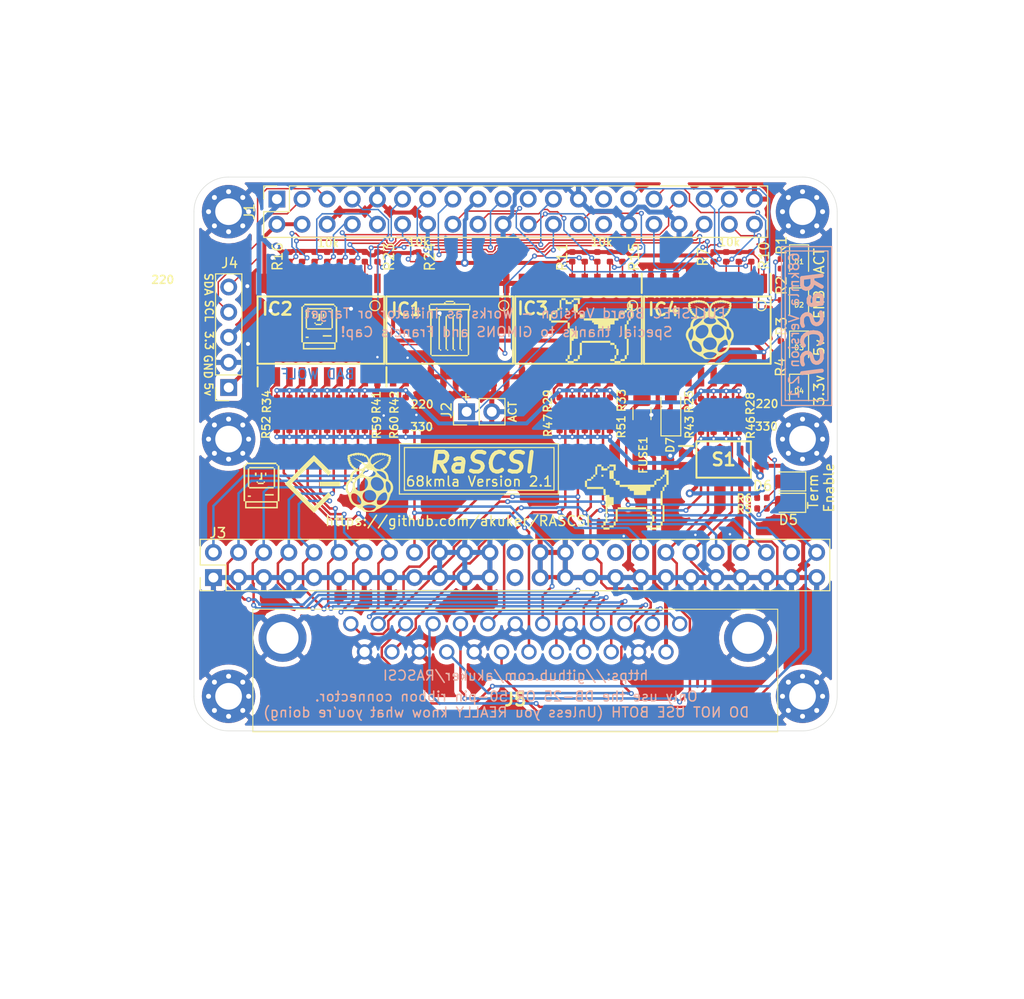
<source format=kicad_pcb>
(kicad_pcb (version 20171130) (host pcbnew "(5.1.4)-1")
  (layers (0 Top signal) (31 Bottom signal hide) (34 B.Paste user hide) (35 F.Paste user) (36 B.SilkS user hide) (37 F.SilkS user) (38 B.Mask user hide) (39 F.Mask user) (44 Edge.Cuts user))
  (net 0 "")
  (net 1 GND)
  (net 2 +3V3)
  (net 3 +5V)
  (net 4 C-REQ)
  (net 5 C-MSG)
  (net 6 C-BSY)
  (net 7 C-SEL)
  (net 8 C-RST)
  (net 9 C-ACK)
  (net 10 C-ATN)
  (net 11 C-DP)
  (net 12 C-D0)
  (net 13 C-D1)
  (net 14 C-D2)
  (net 15 C-D3)
  (net 16 C-D4)
  (net 17 C-D5)
  (net 18 C-D6)
  (net 19 C-D7)
  (net 20 C-I_O)
  (net 21 C-C_D)
  (net 22 TERMPOW)
  (net 23 "Net-(J3-Pad34)")
  (net 24 "Net-(J3-Pad26)")
  (net 25 "Net-(J3-Pad25)")
  (net 26 PI-D7)
  (net 27 PI-D6)
  (net 28 PI-D5)
  (net 29 PI-D4)
  (net 30 PI-D3)
  (net 31 PI-D2)
  (net 32 PI-D1)
  (net 33 PI-D0)
  (net 34 PI-DP)
  (net 35 PI-BSY)
  (net 36 PI-MSG)
  (net 37 PI-C_D)
  (net 38 PI-REQ)
  (net 39 PI-I_O)
  (net 40 PI-ATN)
  (net 41 PI-ACK)
  (net 42 PI-RST)
  (net 43 PI-SEL)
  (net 44 "Net-(J1-Pad28)")
  (net 45 "Net-(J1-Pad27)")
  (net 46 "Net-(J1-Pad21)")
  (net 47 "Net-(D2-Pad2)")
  (net 48 "Net-(D3-Pad2)")
  (net 49 "Net-(D4-Pad2)")
  (net 50 "Net-(D5-Pad2)")
  (net 51 DBG_LED)
  (net 52 PI_SCL)
  (net 53 PI_SDA)
  (net 54 PI-ACT)
  (net 55 "Net-(D6-Pad2)")
  (net 56 /TERM_GND)
  (net 57 "Net-(D7-Pad2)")
  (net 58 /TERM_5v)
  (net 59 PI-IND)
  (net 60 PI-TAD)
  (net 61 PI-DTD)
  (net 62 "Net-(D1-Pad2)")
  (module SamacSys_Parts:L717SDB25PA4CH4F (layer Top) (at 190.3515 87.6705)
    (fp_text reference J5 (at 16.62 7.67) (layer F.SilkS) (effects (font (size 1.27 1.27) (thickness 0.254))))
    (fp_text value L717SDB25PA4CH4F hide)
    (pad MH2 thru_hole circle (at 40.14 1.42) (size 4.845 4.845) (drill 3.23) (layers *.Cu *.Mask) (net 1 GND))
    (pad MH1 thru_hole circle (at -6.9 1.42) (size 4.845 4.845) (drill 3.23) (layers *.Cu *.Mask) (net 1 GND))
    (pad 25 thru_hole circle (at 31.855 2.84) (size 1.545 1.545) (drill 1.03) (layers *.Cu *.Mask) (net 22 TERMPOW))
    (pad 24 thru_hole circle (at 29.085 2.84) (size 1.545 1.545) (drill 1.03) (layers *.Cu *.Mask) (net 1 GND))
    (pad 23 thru_hole circle (at 26.315 2.84) (size 1.545 1.545) (drill 1.03) (layers *.Cu *.Mask) (net 16 C-D4))
    (pad 22 thru_hole circle (at 23.545 2.84) (size 1.545 1.545) (drill 1.03) (layers *.Cu *.Mask) (net 14 C-D2))
    (pad 21 thru_hole circle (at 20.775 2.84) (size 1.545 1.545) (drill 1.03) (layers *.Cu *.Mask) (net 13 C-D1))
    (pad 20 thru_hole circle (at 18.005 2.84) (size 1.545 1.545) (drill 1.03) (layers *.Cu *.Mask) (net 11 C-DP))
    (pad 19 thru_hole circle (at 15.235 2.84) (size 1.545 1.545) (drill 1.03) (layers *.Cu *.Mask) (net 7 C-SEL))
    (pad 18 thru_hole circle (at 12.465 2.84) (size 1.545 1.545) (drill 1.03) (layers *.Cu *.Mask) (net 1 GND))
    (pad 17 thru_hole circle (at 9.695 2.84) (size 1.545 1.545) (drill 1.03) (layers *.Cu *.Mask) (net 10 C-ATN))
    (pad 16 thru_hole circle (at 6.925 2.84) (size 1.545 1.545) (drill 1.03) (layers *.Cu *.Mask) (net 1 GND))
    (pad 15 thru_hole circle (at 4.155 2.84) (size 1.545 1.545) (drill 1.03) (layers *.Cu *.Mask) (net 21 C-C_D))
    (pad 14 thru_hole circle (at 1.385 2.84) (size 1.545 1.545) (drill 1.03) (layers *.Cu *.Mask) (net 1 GND))
    (pad 13 thru_hole circle (at 33.24 0) (size 1.545 1.545) (drill 1.03) (layers *.Cu *.Mask) (net 19 C-D7))
    (pad 12 thru_hole circle (at 30.47 0) (size 1.545 1.545) (drill 1.03) (layers *.Cu *.Mask) (net 18 C-D6))
    (pad 11 thru_hole circle (at 27.7 0) (size 1.545 1.545) (drill 1.03) (layers *.Cu *.Mask) (net 17 C-D5))
    (pad 10 thru_hole circle (at 24.93 0) (size 1.545 1.545) (drill 1.03) (layers *.Cu *.Mask) (net 15 C-D3))
    (pad 9 thru_hole circle (at 22.16 0) (size 1.545 1.545) (drill 1.03) (layers *.Cu *.Mask) (net 1 GND))
    (pad 8 thru_hole circle (at 19.39 0) (size 1.545 1.545) (drill 1.03) (layers *.Cu *.Mask) (net 12 C-D0))
    (pad 7 thru_hole circle (at 16.62 0) (size 1.545 1.545) (drill 1.03) (layers *.Cu *.Mask) (net 1 GND))
    (pad 6 thru_hole circle (at 13.85 0) (size 1.545 1.545) (drill 1.03) (layers *.Cu *.Mask) (net 6 C-BSY))
    (pad 5 thru_hole circle (at 11.08 0) (size 1.545 1.545) (drill 1.03) (layers *.Cu *.Mask) (net 9 C-ACK))
    (pad 4 thru_hole circle (at 8.31 0) (size 1.545 1.545) (drill 1.03) (layers *.Cu *.Mask) (net 8 C-RST))
    (pad 3 thru_hole circle (at 5.54 0) (size 1.545 1.545) (drill 1.03) (layers *.Cu *.Mask) (net 20 C-I_O))
    (pad 2 thru_hole circle (at 2.77 0) (size 1.545 1.545) (drill 1.03) (layers *.Cu *.Mask) (net 5 C-MSG))
    (pad 1 thru_hole circle (at 0 0) (size 1.545 1.545) (drill 1.03) (layers *.Cu *.Mask) (net 4 C-REQ))
  )
  (module SamacSys_Parts:SOIC127P1030X265-20N (layer Top) (at 226.3775 57.9755 270)
    (fp_text reference IC4 (at -2.0955 4.4323 180) (layer F.SilkS) (effects (font (size 1.27 1.27) (thickness 0.254))))
    (fp_text value SN74LS245DW hide)
    (pad 20 smd rect (at 4.725 -5.715) (size 0.65 1.95) (layers Top F.Paste F.Mask) (net 3 +5V))
    (pad 19 smd rect (at 4.725 -4.445) (size 0.65 1.95) (layers Top F.Paste F.Mask) (net 1 GND))
    (pad 18 smd rect (at 4.725 -3.175) (size 0.65 1.95) (layers Top F.Paste F.Mask) (net 7 C-SEL))
    (pad 17 smd rect (at 4.725 -1.905) (size 0.65 1.95) (layers Top F.Paste F.Mask) (net 8 C-RST))
    (pad 16 smd rect (at 4.725 -0.635) (size 0.65 1.95) (layers Top F.Paste F.Mask) (net 9 C-ACK))
    (pad 15 smd rect (at 4.725 0.635) (size 0.65 1.95) (layers Top F.Paste F.Mask) (net 10 C-ATN))
    (pad 14 smd rect (at 4.725 1.905) (size 0.65 1.95) (layers Top F.Paste F.Mask) (net 1 GND))
    (pad 13 smd rect (at 4.725 3.175) (size 0.65 1.95) (layers Top F.Paste F.Mask) (net 1 GND))
    (pad 12 smd rect (at 4.725 4.445) (size 0.65 1.95) (layers Top F.Paste F.Mask) (net 1 GND))
    (pad 11 smd rect (at 4.725 5.715) (size 0.65 1.95) (layers Top F.Paste F.Mask) (net 1 GND))
    (pad 10 smd rect (at -4.725 5.715) (size 0.65 1.95) (layers Top F.Paste F.Mask) (net 1 GND))
    (pad 9 smd rect (at -4.725 4.445) (size 0.65 1.95) (layers Top F.Paste F.Mask) (net 1 GND))
    (pad 8 smd rect (at -4.725 3.175) (size 0.65 1.95) (layers Top F.Paste F.Mask) (net 1 GND))
    (pad 7 smd rect (at -4.725 1.905) (size 0.65 1.95) (layers Top F.Paste F.Mask) (net 1 GND))
    (pad 6 smd rect (at -4.725 0.635) (size 0.65 1.95) (layers Top F.Paste F.Mask) (net 1 GND))
    (pad 5 smd rect (at -4.725 -0.635) (size 0.65 1.95) (layers Top F.Paste F.Mask) (net 40 PI-ATN))
    (pad 4 smd rect (at -4.725 -1.905) (size 0.65 1.95) (layers Top F.Paste F.Mask) (net 41 PI-ACK))
    (pad 3 smd rect (at -4.725 -3.175) (size 0.65 1.95) (layers Top F.Paste F.Mask) (net 42 PI-RST))
    (pad 2 smd rect (at -4.725 -4.445) (size 0.65 1.95) (layers Top F.Paste F.Mask) (net 43 PI-SEL))
    (pad 1 smd rect (at -4.725 -5.715) (size 0.65 1.95) (layers Top F.Paste F.Mask) (net 59 PI-IND))
  )
  (module SamacSys_Parts:SOIC127P1030X265-20N (layer Top) (at 213.36 57.9755 270)
    (fp_text reference IC3 (at -2.1971 4.6228 180) (layer F.SilkS) (effects (font (size 1.27 1.27) (thickness 0.254))))
    (fp_text value SN74LS245DW hide)
    (pad 20 smd rect (at 4.725 -5.715) (size 0.65 1.95) (layers Top F.Paste F.Mask) (net 3 +5V))
    (pad 19 smd rect (at 4.725 -4.445) (size 0.65 1.95) (layers Top F.Paste F.Mask) (net 1 GND))
    (pad 18 smd rect (at 4.725 -3.175) (size 0.65 1.95) (layers Top F.Paste F.Mask) (net 20 C-I_O))
    (pad 17 smd rect (at 4.725 -1.905) (size 0.65 1.95) (layers Top F.Paste F.Mask) (net 4 C-REQ))
    (pad 16 smd rect (at 4.725 -0.635) (size 0.65 1.95) (layers Top F.Paste F.Mask) (net 21 C-C_D))
    (pad 15 smd rect (at 4.725 0.635) (size 0.65 1.95) (layers Top F.Paste F.Mask) (net 5 C-MSG))
    (pad 14 smd rect (at 4.725 1.905) (size 0.65 1.95) (layers Top F.Paste F.Mask) (net 6 C-BSY))
    (pad 13 smd rect (at 4.725 3.175) (size 0.65 1.95) (layers Top F.Paste F.Mask) (net 1 GND))
    (pad 12 smd rect (at 4.725 4.445) (size 0.65 1.95) (layers Top F.Paste F.Mask) (net 1 GND))
    (pad 11 smd rect (at 4.725 5.715) (size 0.65 1.95) (layers Top F.Paste F.Mask) (net 1 GND))
    (pad 10 smd rect (at -4.725 5.715) (size 0.65 1.95) (layers Top F.Paste F.Mask) (net 1 GND))
    (pad 9 smd rect (at -4.725 4.445) (size 0.65 1.95) (layers Top F.Paste F.Mask) (net 1 GND))
    (pad 8 smd rect (at -4.725 3.175) (size 0.65 1.95) (layers Top F.Paste F.Mask) (net 1 GND))
    (pad 7 smd rect (at -4.725 1.905) (size 0.65 1.95) (layers Top F.Paste F.Mask) (net 1 GND))
    (pad 6 smd rect (at -4.725 0.635) (size 0.65 1.95) (layers Top F.Paste F.Mask) (net 35 PI-BSY))
    (pad 5 smd rect (at -4.725 -0.635) (size 0.65 1.95) (layers Top F.Paste F.Mask) (net 36 PI-MSG))
    (pad 4 smd rect (at -4.725 -1.905) (size 0.65 1.95) (layers Top F.Paste F.Mask) (net 37 PI-C_D))
    (pad 3 smd rect (at -4.725 -3.175) (size 0.65 1.95) (layers Top F.Paste F.Mask) (net 38 PI-REQ))
    (pad 2 smd rect (at -4.725 -4.445) (size 0.65 1.95) (layers Top F.Paste F.Mask) (net 39 PI-I_O))
    (pad 1 smd rect (at -4.725 -5.715) (size 0.65 1.95) (layers Top F.Paste F.Mask) (net 60 PI-TAD))
  )
  (module SamacSys_Parts:SOIC127P1030X265-20N (layer Top) (at 187.325 57.9755 90)
    (fp_text reference IC2 (at 2.1463 -4.3942 180) (layer F.SilkS) (effects (font (size 1.27 1.27) (thickness 0.254))))
    (fp_text value SN74LS245DW hide)
    (pad 20 smd rect (at 4.725 -5.715 180) (size 0.65 1.95) (layers Top F.Paste F.Mask) (net 3 +5V))
    (pad 19 smd rect (at 4.725 -4.445 180) (size 0.65 1.95) (layers Top F.Paste F.Mask) (net 1 GND))
    (pad 18 smd rect (at 4.725 -3.175 180) (size 0.65 1.95) (layers Top F.Paste F.Mask) (net 26 PI-D7))
    (pad 17 smd rect (at 4.725 -1.905 180) (size 0.65 1.95) (layers Top F.Paste F.Mask) (net 27 PI-D6))
    (pad 16 smd rect (at 4.725 -0.635 180) (size 0.65 1.95) (layers Top F.Paste F.Mask) (net 28 PI-D5))
    (pad 15 smd rect (at 4.725 0.635 180) (size 0.65 1.95) (layers Top F.Paste F.Mask) (net 29 PI-D4))
    (pad 14 smd rect (at 4.725 1.905 180) (size 0.65 1.95) (layers Top F.Paste F.Mask) (net 30 PI-D3))
    (pad 13 smd rect (at 4.725 3.175 180) (size 0.65 1.95) (layers Top F.Paste F.Mask) (net 31 PI-D2))
    (pad 12 smd rect (at 4.725 4.445 180) (size 0.65 1.95) (layers Top F.Paste F.Mask) (net 32 PI-D1))
    (pad 11 smd rect (at 4.725 5.715 180) (size 0.65 1.95) (layers Top F.Paste F.Mask) (net 33 PI-D0))
    (pad 10 smd rect (at -4.725 5.715 180) (size 0.65 1.95) (layers Top F.Paste F.Mask) (net 1 GND))
    (pad 9 smd rect (at -4.725 4.445 180) (size 0.65 1.95) (layers Top F.Paste F.Mask) (net 12 C-D0))
    (pad 8 smd rect (at -4.725 3.175 180) (size 0.65 1.95) (layers Top F.Paste F.Mask) (net 13 C-D1))
    (pad 7 smd rect (at -4.725 1.905 180) (size 0.65 1.95) (layers Top F.Paste F.Mask) (net 14 C-D2))
    (pad 6 smd rect (at -4.725 0.635 180) (size 0.65 1.95) (layers Top F.Paste F.Mask) (net 15 C-D3))
    (pad 5 smd rect (at -4.725 -0.635 180) (size 0.65 1.95) (layers Top F.Paste F.Mask) (net 16 C-D4))
    (pad 4 smd rect (at -4.725 -1.905 180) (size 0.65 1.95) (layers Top F.Paste F.Mask) (net 17 C-D5))
    (pad 3 smd rect (at -4.725 -3.175 180) (size 0.65 1.95) (layers Top F.Paste F.Mask) (net 18 C-D6))
    (pad 2 smd rect (at -4.725 -4.445 180) (size 0.65 1.95) (layers Top F.Paste F.Mask) (net 19 C-D7))
    (pad 1 smd rect (at -4.725 -5.715 180) (size 0.65 1.95) (layers Top F.Paste F.Mask) (net 61 PI-DTD))
  )
  (module SamacSys_Parts:SOIC127P1030X265-20N (layer Top) (at 200.3425 57.9755 90)
    (fp_text reference IC1 (at 2.0955 -4.3561 180) (layer F.SilkS) (effects (font (size 1.27 1.27) (thickness 0.254))))
    (fp_text value SN74LS245DW hide)
    (pad 20 smd rect (at 4.725 -5.715 180) (size 0.65 1.95) (layers Top F.Paste F.Mask) (net 3 +5V))
    (pad 19 smd rect (at 4.725 -4.445 180) (size 0.65 1.95) (layers Top F.Paste F.Mask) (net 1 GND))
    (pad 18 smd rect (at 4.725 -3.175 180) (size 0.65 1.95) (layers Top F.Paste F.Mask) (net 34 PI-DP))
    (pad 17 smd rect (at 4.725 -1.905 180) (size 0.65 1.95) (layers Top F.Paste F.Mask) (net 1 GND))
    (pad 16 smd rect (at 4.725 -0.635 180) (size 0.65 1.95) (layers Top F.Paste F.Mask) (net 1 GND))
    (pad 15 smd rect (at 4.725 0.635 180) (size 0.65 1.95) (layers Top F.Paste F.Mask) (net 1 GND))
    (pad 14 smd rect (at 4.725 1.905 180) (size 0.65 1.95) (layers Top F.Paste F.Mask) (net 1 GND))
    (pad 13 smd rect (at 4.725 3.175 180) (size 0.65 1.95) (layers Top F.Paste F.Mask) (net 1 GND))
    (pad 12 smd rect (at 4.725 4.445 180) (size 0.65 1.95) (layers Top F.Paste F.Mask) (net 1 GND))
    (pad 11 smd rect (at 4.725 5.715 180) (size 0.65 1.95) (layers Top F.Paste F.Mask) (net 1 GND))
    (pad 10 smd rect (at -4.725 5.715 180) (size 0.65 1.95) (layers Top F.Paste F.Mask) (net 1 GND))
    (pad 9 smd rect (at -4.725 4.445 180) (size 0.65 1.95) (layers Top F.Paste F.Mask) (net 1 GND))
    (pad 8 smd rect (at -4.725 3.175 180) (size 0.65 1.95) (layers Top F.Paste F.Mask) (net 1 GND))
    (pad 7 smd rect (at -4.725 1.905 180) (size 0.65 1.95) (layers Top F.Paste F.Mask) (net 1 GND))
    (pad 6 smd rect (at -4.725 0.635 180) (size 0.65 1.95) (layers Top F.Paste F.Mask) (net 1 GND))
    (pad 5 smd rect (at -4.725 -0.635 180) (size 0.65 1.95) (layers Top F.Paste F.Mask) (net 1 GND))
    (pad 4 smd rect (at -4.725 -1.905 180) (size 0.65 1.95) (layers Top F.Paste F.Mask) (net 1 GND))
    (pad 3 smd rect (at -4.725 -3.175 180) (size 0.65 1.95) (layers Top F.Paste F.Mask) (net 1 GND))
    (pad 2 smd rect (at -4.725 -4.445 180) (size 0.65 1.95) (layers Top F.Paste F.Mask) (net 11 C-DP))
    (pad 1 smd rect (at -4.725 -5.715 180) (size 0.65 1.95) (layers Top F.Paste F.Mask) (net 61 PI-DTD))
  )
  (module Resistor_SMD:R_0402_1005Metric (layer Top) (at 233.807 63.7285 270)
    (fp_text reference R4 (at -2.0065 0 90) (layer F.SilkS))
    (fp_text value 68)
    (pad 2 smd roundrect (at 0.485 0 270) (size 0.59 0.64) (layers Top F.Paste F.Mask) (net 49 "Net-(D4-Pad2)"))
    (pad 1 smd roundrect (at -0.485 0 270) (size 0.59 0.64) (layers Top F.Paste F.Mask) (net 2 +3V3))
  )
  (module Resistor_SMD:R_0402_1005Metric (layer Top) (at 233.807 55.422833 270)
    (fp_text reference R2 (at -1.955833 -0.0635 90) (layer F.SilkS))
    (fp_text value 68)
    (pad 2 smd roundrect (at 0.485 0 270) (size 0.59 0.64) (layers Top F.Paste F.Mask) (net 47 "Net-(D2-Pad2)"))
    (pad 1 smd roundrect (at -0.485 0 270) (size 0.59 0.64) (layers Top F.Paste F.Mask) (net 51 DBG_LED))
  )
  (module Resistor_SMD:R_0402_1005Metric (layer Top) (at 233.807 51.27 270)
    (fp_text reference R1 (at -1.867 -0.0635 90) (layer F.SilkS))
    (fp_text value 68)
    (pad 2 smd roundrect (at 0.485 0 270) (size 0.59 0.64) (layers Top F.Paste F.Mask) (net 62 "Net-(D1-Pad2)"))
    (pad 1 smd roundrect (at -0.485 0 270) (size 0.59 0.64) (layers Top F.Paste F.Mask) (net 54 PI-ACT))
  )
  (module Connector_PinHeader_2.54mm:PinHeader_2x25_P2.54mm_Vertical (layer Top) (at 176.4665 82.9945 90)
    (fp_text reference J3 (at 4.5085 0.4445 180) (layer F.SilkS))
    (fp_text value Conn_02x25_Odd_Even)
    (pad 50 thru_hole oval (at 2.54 60.96 90) (size 1.7 1.7) (drill 1) (layers *.Cu *.Mask) (net 20 C-I_O))
    (pad 49 thru_hole oval (at 0 60.96 90) (size 1.7 1.7) (drill 1) (layers *.Cu *.Mask) (net 1 GND))
    (pad 48 thru_hole oval (at 2.54 58.42 90) (size 1.7 1.7) (drill 1) (layers *.Cu *.Mask) (net 4 C-REQ))
    (pad 47 thru_hole oval (at 0 58.42 90) (size 1.7 1.7) (drill 1) (layers *.Cu *.Mask) (net 1 GND))
    (pad 46 thru_hole oval (at 2.54 55.88 90) (size 1.7 1.7) (drill 1) (layers *.Cu *.Mask) (net 21 C-C_D))
    (pad 45 thru_hole oval (at 0 55.88 90) (size 1.7 1.7) (drill 1) (layers *.Cu *.Mask) (net 1 GND))
    (pad 44 thru_hole oval (at 2.54 53.34 90) (size 1.7 1.7) (drill 1) (layers *.Cu *.Mask) (net 7 C-SEL))
    (pad 43 thru_hole oval (at 0 53.34 90) (size 1.7 1.7) (drill 1) (layers *.Cu *.Mask) (net 1 GND))
    (pad 42 thru_hole oval (at 2.54 50.8 90) (size 1.7 1.7) (drill 1) (layers *.Cu *.Mask) (net 5 C-MSG))
    (pad 41 thru_hole oval (at 0 50.8 90) (size 1.7 1.7) (drill 1) (layers *.Cu *.Mask) (net 1 GND))
    (pad 40 thru_hole oval (at 2.54 48.26 90) (size 1.7 1.7) (drill 1) (layers *.Cu *.Mask) (net 8 C-RST))
    (pad 39 thru_hole oval (at 0 48.26 90) (size 1.7 1.7) (drill 1) (layers *.Cu *.Mask) (net 1 GND))
    (pad 38 thru_hole oval (at 2.54 45.72 90) (size 1.7 1.7) (drill 1) (layers *.Cu *.Mask) (net 9 C-ACK))
    (pad 37 thru_hole oval (at 0 45.72 90) (size 1.7 1.7) (drill 1) (layers *.Cu *.Mask) (net 1 GND))
    (pad 36 thru_hole oval (at 2.54 43.18 90) (size 1.7 1.7) (drill 1) (layers *.Cu *.Mask) (net 6 C-BSY))
    (pad 35 thru_hole oval (at 0 43.18 90) (size 1.7 1.7) (drill 1) (layers *.Cu *.Mask) (net 1 GND))
    (pad 34 thru_hole oval (at 2.54 40.64 90) (size 1.7 1.7) (drill 1) (layers *.Cu *.Mask) (net 23 "Net-(J3-Pad34)"))
    (pad 33 thru_hole oval (at 0 40.64 90) (size 1.7 1.7) (drill 1) (layers *.Cu *.Mask) (net 1 GND))
    (pad 32 thru_hole oval (at 2.54 38.1 90) (size 1.7 1.7) (drill 1) (layers *.Cu *.Mask) (net 10 C-ATN))
    (pad 31 thru_hole oval (at 0 38.1 90) (size 1.7 1.7) (drill 1) (layers *.Cu *.Mask) (net 1 GND))
    (pad 30 thru_hole oval (at 2.54 35.56 90) (size 1.7 1.7) (drill 1) (layers *.Cu *.Mask) (net 1 GND))
    (pad 29 thru_hole oval (at 0 35.56 90) (size 1.7 1.7) (drill 1) (layers *.Cu *.Mask) (net 1 GND))
    (pad 28 thru_hole oval (at 2.54 33.02 90) (size 1.7 1.7) (drill 1) (layers *.Cu *.Mask) (net 1 GND))
    (pad 27 thru_hole oval (at 0 33.02 90) (size 1.7 1.7) (drill 1) (layers *.Cu *.Mask) (net 1 GND))
    (pad 26 thru_hole oval (at 2.54 30.48 90) (size 1.7 1.7) (drill 1) (layers *.Cu *.Mask) (net 24 "Net-(J3-Pad26)"))
    (pad 25 thru_hole oval (at 0 30.48 90) (size 1.7 1.7) (drill 1) (layers *.Cu *.Mask) (net 25 "Net-(J3-Pad25)"))
    (pad 24 thru_hole oval (at 2.54 27.94 90) (size 1.7 1.7) (drill 1) (layers *.Cu *.Mask) (net 1 GND))
    (pad 23 thru_hole oval (at 0 27.94 90) (size 1.7 1.7) (drill 1) (layers *.Cu *.Mask) (net 1 GND))
    (pad 22 thru_hole oval (at 2.54 25.4 90) (size 1.7 1.7) (drill 1) (layers *.Cu *.Mask) (net 1 GND))
    (pad 21 thru_hole oval (at 0 25.4 90) (size 1.7 1.7) (drill 1) (layers *.Cu *.Mask) (net 1 GND))
    (pad 20 thru_hole oval (at 2.54 22.86 90) (size 1.7 1.7) (drill 1) (layers *.Cu *.Mask) (net 1 GND))
    (pad 19 thru_hole oval (at 0 22.86 90) (size 1.7 1.7) (drill 1) (layers *.Cu *.Mask) (net 1 GND))
    (pad 18 thru_hole oval (at 2.54 20.32 90) (size 1.7 1.7) (drill 1) (layers *.Cu *.Mask) (net 11 C-DP))
    (pad 17 thru_hole oval (at 0 20.32 90) (size 1.7 1.7) (drill 1) (layers *.Cu *.Mask) (net 1 GND))
    (pad 16 thru_hole oval (at 2.54 17.78 90) (size 1.7 1.7) (drill 1) (layers *.Cu *.Mask) (net 19 C-D7))
    (pad 15 thru_hole oval (at 0 17.78 90) (size 1.7 1.7) (drill 1) (layers *.Cu *.Mask) (net 1 GND))
    (pad 14 thru_hole oval (at 2.54 15.24 90) (size 1.7 1.7) (drill 1) (layers *.Cu *.Mask) (net 18 C-D6))
    (pad 13 thru_hole oval (at 0 15.24 90) (size 1.7 1.7) (drill 1) (layers *.Cu *.Mask) (net 1 GND))
    (pad 12 thru_hole oval (at 2.54 12.7 90) (size 1.7 1.7) (drill 1) (layers *.Cu *.Mask) (net 17 C-D5))
    (pad 11 thru_hole oval (at 0 12.7 90) (size 1.7 1.7) (drill 1) (layers *.Cu *.Mask) (net 1 GND))
    (pad 10 thru_hole oval (at 2.54 10.16 90) (size 1.7 1.7) (drill 1) (layers *.Cu *.Mask) (net 16 C-D4))
    (pad 9 thru_hole oval (at 0 10.16 90) (size 1.7 1.7) (drill 1) (layers *.Cu *.Mask) (net 1 GND))
    (pad 8 thru_hole oval (at 2.54 7.62 90) (size 1.7 1.7) (drill 1) (layers *.Cu *.Mask) (net 15 C-D3))
    (pad 7 thru_hole oval (at 0 7.62 90) (size 1.7 1.7) (drill 1) (layers *.Cu *.Mask) (net 1 GND))
    (pad 6 thru_hole oval (at 2.54 5.08 90) (size 1.7 1.7) (drill 1) (layers *.Cu *.Mask) (net 14 C-D2))
    (pad 5 thru_hole oval (at 0 5.08 90) (size 1.7 1.7) (drill 1) (layers *.Cu *.Mask) (net 1 GND))
    (pad 4 thru_hole oval (at 2.54 2.54 90) (size 1.7 1.7) (drill 1) (layers *.Cu *.Mask) (net 13 C-D1))
    (pad 3 thru_hole oval (at 0 2.54 90) (size 1.7 1.7) (drill 1) (layers *.Cu *.Mask) (net 1 GND))
    (pad 2 thru_hole oval (at 2.54 0 90) (size 1.7 1.7) (drill 1) (layers *.Cu *.Mask) (net 12 C-D0))
    (pad 1 thru_hole rect (at 0 0 90) (size 1.7 1.7) (drill 1) (layers *.Cu *.Mask) (net 1 GND))
  )
  (module Connector_PinHeader_2.54mm:PinHeader_1x02_P2.54mm_Vertical (layer Top) (at 202.057 66.2305 90)
    (fp_text reference J2 (at 0.127 -2.032 90) (layer F.SilkS))
    (fp_text value Conn_01x02_Male)
    (pad 2 thru_hole oval (at 0 2.54 90) (size 1.7 1.7) (drill 1) (layers *.Cu *.Mask) (net 1 GND))
    (pad 1 thru_hole rect (at 0 0 90) (size 1.7 1.7) (drill 1) (layers *.Cu *.Mask) (net 54 PI-ACT))
  )
  (module SamacSys_Parts:mac_happy_small (layer Top) (at 181.356 73.66)
    (fp_text reference X3 hide)
    (fp_text value Mac2 hide)
  )
  (module SamacSys_Parts:scsi_logo (layer Top) (at 186.4995 73.533)
    (fp_text reference X8 hide)
    (fp_text value Pi hide)
  )
  (module SamacSys_Parts:pi_logo (layer Top) (at 192.2145 73.406)
    (fp_text reference X7 hide)
    (fp_text value Pi hide)
  )
  (module SamacSys_Parts:mac_trashcan (layer Top) (at 200.3425 57.9755)
    (fp_text reference X6 hide)
    (fp_text value "Mac Trashcan" hide)
  )
  (module SamacSys_Parts:dogcow (layer Top) (at 214.63 58.039)
    (fp_text reference X5 hide)
    (fp_text value Dogcow2 hide)
  )
  (module SamacSys_Parts:pi_logo (layer Top) (at 226.6315 57.9755)
    (fp_text reference X4 hide)
    (fp_text value "Raspberry Pi" hide)
  )
  (module SamacSys_Parts:dogcow (layer Top) (at 218.2495 74.8665)
    (fp_text reference X2 hide)
    (fp_text value Dogcow hide)
  )
  (module SamacSys_Parts:mac_happy_small (layer Top) (at 187.198 57.5945)
    (fp_text reference X1 hide)
    (fp_text value Mac hide)
  )
  (module Resistor_SMD:R_0402_1005Metric (layer Top) (at 195.8975 67.6275 90)
    (fp_text reference R60 (at -0.1905 -1.17 90) (layer F.SilkS) (effects (font (size 0.8 0.8))))
    (fp_text value 330)
    (pad 2 smd roundrect (at 0.485 0 90) (size 0.59 0.64) (layers Top F.Paste F.Mask) (net 11 C-DP))
    (pad 1 smd roundrect (at -0.485 0 90) (size 0.59 0.64) (layers Top F.Paste F.Mask) (net 56 /TERM_GND))
  )
  (module Resistor_SMD:R_0402_1005Metric (layer Top) (at 191.77 67.6275 90)
    (fp_text reference R59 (at -0.1905 1.2065 90) (layer F.SilkS) (effects (font (size 0.8 0.8))))
    (fp_text value 330)
    (pad 2 smd roundrect (at 0.485 0 90) (size 0.59 0.64) (layers Top F.Paste F.Mask) (net 12 C-D0))
    (pad 1 smd roundrect (at -0.485 0 90) (size 0.59 0.64) (layers Top F.Paste F.Mask) (net 56 /TERM_GND))
  )
  (module Resistor_SMD:R_0402_1005Metric (layer Top) (at 190.5 67.6275 90)
    (fp_text reference R58)
    (fp_text value 330)
    (pad 2 smd roundrect (at 0.485 0 90) (size 0.59 0.64) (layers Top F.Paste F.Mask) (net 13 C-D1))
    (pad 1 smd roundrect (at -0.485 0 90) (size 0.59 0.64) (layers Top F.Paste F.Mask) (net 56 /TERM_GND))
  )
  (module Resistor_SMD:R_0402_1005Metric (layer Top) (at 189.23 67.6275 90)
    (fp_text reference R57)
    (fp_text value 330)
    (pad 2 smd roundrect (at 0.485 0 90) (size 0.59 0.64) (layers Top F.Paste F.Mask) (net 14 C-D2))
    (pad 1 smd roundrect (at -0.485 0 90) (size 0.59 0.64) (layers Top F.Paste F.Mask) (net 56 /TERM_GND))
  )
  (module Resistor_SMD:R_0402_1005Metric (layer Top) (at 187.96 67.6275 90)
    (fp_text reference R56)
    (fp_text value 330)
    (pad 2 smd roundrect (at 0.485 0 90) (size 0.59 0.64) (layers Top F.Paste F.Mask) (net 15 C-D3))
    (pad 1 smd roundrect (at -0.485 0 90) (size 0.59 0.64) (layers Top F.Paste F.Mask) (net 56 /TERM_GND))
  )
  (module Resistor_SMD:R_0402_1005Metric (layer Top) (at 186.69 67.6275 90)
    (fp_text reference R55)
    (fp_text value 330)
    (pad 2 smd roundrect (at 0.485 0 90) (size 0.59 0.64) (layers Top F.Paste F.Mask) (net 16 C-D4))
    (pad 1 smd roundrect (at -0.485 0 90) (size 0.59 0.64) (layers Top F.Paste F.Mask) (net 56 /TERM_GND))
  )
  (module Resistor_SMD:R_0402_1005Metric (layer Top) (at 185.42 67.6275 90)
    (fp_text reference R54)
    (fp_text value 330)
    (pad 2 smd roundrect (at 0.485 0 90) (size 0.59 0.64) (layers Top F.Paste F.Mask) (net 17 C-D5))
    (pad 1 smd roundrect (at -0.485 0 90) (size 0.59 0.64) (layers Top F.Paste F.Mask) (net 56 /TERM_GND))
  )
  (module Resistor_SMD:R_0402_1005Metric (layer Top) (at 184.15 67.6275 90)
    (fp_text reference R53)
    (fp_text value 330)
    (pad 2 smd roundrect (at 0.485 0 90) (size 0.59 0.64) (layers Top F.Paste F.Mask) (net 18 C-D6))
    (pad 1 smd roundrect (at -0.485 0 90) (size 0.59 0.64) (layers Top F.Paste F.Mask) (net 56 /TERM_GND))
  )
  (module Resistor_SMD:R_0402_1005Metric (layer Top) (at 182.88 67.6275 90)
    (fp_text reference R52 (at -0.1905 -1.0795 90) (layer F.SilkS) (effects (font (size 0.8 0.8))))
    (fp_text value 330)
    (pad 2 smd roundrect (at 0.485 0 90) (size 0.59 0.64) (layers Top F.Paste F.Mask) (net 19 C-D7))
    (pad 1 smd roundrect (at -0.485 0 90) (size 0.59 0.64) (layers Top F.Paste F.Mask) (net 56 /TERM_GND))
  )
  (module Resistor_SMD:R_0402_1005Metric (layer Top) (at 216.535 67.6275 90)
    (fp_text reference R51 (at -0.127 1.143 90) (layer F.SilkS) (effects (font (size 0.8 0.8))))
    (fp_text value 330)
    (pad 2 smd roundrect (at 0.485 0 90) (size 0.59 0.64) (layers Top F.Paste F.Mask) (net 20 C-I_O))
    (pad 1 smd roundrect (at -0.485 0 90) (size 0.59 0.64) (layers Top F.Paste F.Mask) (net 56 /TERM_GND))
  )
  (module Resistor_SMD:R_0402_1005Metric (layer Top) (at 215.265 67.6275 90)
    (fp_text reference R50)
    (fp_text value 330)
    (pad 2 smd roundrect (at 0.485 0 90) (size 0.59 0.64) (layers Top F.Paste F.Mask) (net 4 C-REQ))
    (pad 1 smd roundrect (at -0.485 0 90) (size 0.59 0.64) (layers Top F.Paste F.Mask) (net 56 /TERM_GND))
  )
  (module Resistor_SMD:R_0402_1005Metric (layer Top) (at 213.995 67.6275 90)
    (fp_text reference R49)
    (fp_text value 330)
    (pad 2 smd roundrect (at 0.485 0 90) (size 0.59 0.64) (layers Top F.Paste F.Mask) (net 21 C-C_D))
    (pad 1 smd roundrect (at -0.485 0 90) (size 0.59 0.64) (layers Top F.Paste F.Mask) (net 56 /TERM_GND))
  )
  (module Resistor_SMD:R_0402_1005Metric (layer Top) (at 212.725 67.6275 90)
    (fp_text reference R48)
    (fp_text value 330)
    (pad 2 smd roundrect (at 0.485 0 90) (size 0.59 0.64) (layers Top F.Paste F.Mask) (net 5 C-MSG))
    (pad 1 smd roundrect (at -0.485 0 90) (size 0.59 0.64) (layers Top F.Paste F.Mask) (net 56 /TERM_GND))
  )
  (module Resistor_SMD:R_0402_1005Metric (layer Top) (at 211.455 67.6275 90)
    (fp_text reference R47 (at 0 -1.17 90) (layer F.SilkS) (effects (font (size 0.8 0.8))))
    (fp_text value 330)
    (pad 2 smd roundrect (at 0.485 0 90) (size 0.59 0.64) (layers Top F.Paste F.Mask) (net 6 C-BSY))
    (pad 1 smd roundrect (at -0.485 0 90) (size 0.59 0.64) (layers Top F.Paste F.Mask) (net 56 /TERM_GND))
  )
  (module Resistor_SMD:R_0402_1005Metric (layer Top) (at 229.5525 67.802501 90)
    (fp_text reference R46 (at -0.015499 1.2065 90) (layer F.SilkS) (effects (font (size 0.8 0.8))))
    (fp_text value 330)
    (pad 2 smd roundrect (at 0.485 0 90) (size 0.59 0.64) (layers Top F.Paste F.Mask) (net 7 C-SEL))
    (pad 1 smd roundrect (at -0.485 0 90) (size 0.59 0.64) (layers Top F.Paste F.Mask) (net 56 /TERM_GND))
  )
  (module Resistor_SMD:R_0402_1005Metric (layer Top) (at 228.2825 67.802501 90)
    (fp_text reference R45)
    (fp_text value 330)
    (pad 2 smd roundrect (at 0.485 0 90) (size 0.59 0.64) (layers Top F.Paste F.Mask) (net 8 C-RST))
    (pad 1 smd roundrect (at -0.485 0 90) (size 0.59 0.64) (layers Top F.Paste F.Mask) (net 56 /TERM_GND))
  )
  (module Resistor_SMD:R_0402_1005Metric (layer Top) (at 227.0125 67.802501 90)
    (fp_text reference R44)
    (fp_text value 330)
    (pad 2 smd roundrect (at 0.485 0 90) (size 0.59 0.64) (layers Top F.Paste F.Mask) (net 9 C-ACK))
    (pad 1 smd roundrect (at -0.485 0 90) (size 0.59 0.64) (layers Top F.Paste F.Mask) (net 56 /TERM_GND))
  )
  (module Resistor_SMD:R_0402_1005Metric (layer Top) (at 225.7425 67.802501 90)
    (fp_text reference R43 (at 0 -1.17 90) (layer F.SilkS) (effects (font (size 0.8 0.8))))
    (fp_text value 330)
    (pad 2 smd roundrect (at 0.485 0 90) (size 0.59 0.64) (layers Top F.Paste F.Mask) (net 10 C-ATN))
    (pad 1 smd roundrect (at -0.485 0 90) (size 0.59 0.64) (layers Top F.Paste F.Mask) (net 56 /TERM_GND))
  )
  (module Resistor_SMD:R_0402_1005Metric (layer Top) (at 195.8975 65.278 270)
    (fp_text reference R42 (at 0 1.143 90) (layer F.SilkS) (effects (font (size 0.8 0.8))))
    (fp_text value 220)
    (pad 2 smd roundrect (at 0.485 0 270) (size 0.59 0.64) (layers Top F.Paste F.Mask) (net 11 C-DP))
    (pad 1 smd roundrect (at -0.485 0 270) (size 0.59 0.64) (layers Top F.Paste F.Mask) (net 58 /TERM_5v))
  )
  (module Resistor_SMD:R_0402_1005Metric (layer Top) (at 191.77 65.278 270)
    (fp_text reference R41 (at 0 -1.17 90) (layer F.SilkS) (effects (font (size 0.8 0.8))))
    (fp_text value 220)
    (pad 2 smd roundrect (at 0.485 0 270) (size 0.59 0.64) (layers Top F.Paste F.Mask) (net 12 C-D0))
    (pad 1 smd roundrect (at -0.485 0 270) (size 0.59 0.64) (layers Top F.Paste F.Mask) (net 58 /TERM_5v))
  )
  (module Resistor_SMD:R_0402_1005Metric (layer Top) (at 190.5 65.278 270)
    (fp_text reference R40)
    (fp_text value 220)
    (pad 2 smd roundrect (at 0.485 0 270) (size 0.59 0.64) (layers Top F.Paste F.Mask) (net 13 C-D1))
    (pad 1 smd roundrect (at -0.485 0 270) (size 0.59 0.64) (layers Top F.Paste F.Mask) (net 58 /TERM_5v))
  )
  (module Resistor_SMD:R_0402_1005Metric (layer Top) (at 189.1665 65.278 270)
    (fp_text reference R39)
    (fp_text value 220)
    (pad 2 smd roundrect (at 0.485 0 270) (size 0.59 0.64) (layers Top F.Paste F.Mask) (net 14 C-D2))
    (pad 1 smd roundrect (at -0.485 0 270) (size 0.59 0.64) (layers Top F.Paste F.Mask) (net 58 /TERM_5v))
  )
  (module Resistor_SMD:R_0402_1005Metric (layer Top) (at 187.96 65.278 270)
    (fp_text reference R38)
    (fp_text value 220)
    (pad 2 smd roundrect (at 0.485 0 270) (size 0.59 0.64) (layers Top F.Paste F.Mask) (net 15 C-D3))
    (pad 1 smd roundrect (at -0.485 0 270) (size 0.59 0.64) (layers Top F.Paste F.Mask) (net 58 /TERM_5v))
  )
  (module Resistor_SMD:R_0402_1005Metric (layer Top) (at 186.69 65.278 270)
    (fp_text reference R37)
    (fp_text value 220)
    (pad 2 smd roundrect (at 0.485 0 270) (size 0.59 0.64) (layers Top F.Paste F.Mask) (net 16 C-D4))
    (pad 1 smd roundrect (at -0.485 0 270) (size 0.59 0.64) (layers Top F.Paste F.Mask) (net 58 /TERM_5v))
  )
  (module Resistor_SMD:R_0402_1005Metric (layer Top) (at 185.42 65.278 270)
    (fp_text reference R36)
    (fp_text value 220)
    (pad 2 smd roundrect (at 0.485 0 270) (size 0.59 0.64) (layers Top F.Paste F.Mask) (net 17 C-D5))
    (pad 1 smd roundrect (at -0.485 0 270) (size 0.59 0.64) (layers Top F.Paste F.Mask) (net 58 /TERM_5v))
  )
  (module Resistor_SMD:R_0402_1005Metric (layer Top) (at 184.15 65.278 270)
    (fp_text reference R35)
    (fp_text value 220)
    (pad 2 smd roundrect (at 0.485 0 270) (size 0.59 0.64) (layers Top F.Paste F.Mask) (net 18 C-D6))
    (pad 1 smd roundrect (at -0.485 0 270) (size 0.59 0.64) (layers Top F.Paste F.Mask) (net 58 /TERM_5v))
  )
  (module Resistor_SMD:R_0402_1005Metric (layer Top) (at 182.88 65.278 270)
    (fp_text reference R34 (at -0.0635 1.016 270) (layer F.SilkS) (effects (font (size 0.8 0.8))))
    (fp_text value 220)
    (pad 2 smd roundrect (at 0.485 0 270) (size 0.59 0.64) (layers Top F.Paste F.Mask) (net 19 C-D7))
    (pad 1 smd roundrect (at -0.485 0 270) (size 0.59 0.64) (layers Top F.Paste F.Mask) (net 58 /TERM_5v))
  )
  (module Resistor_SMD:R_0402_1005Metric (layer Top) (at 215.2015 65.278 270)
    (fp_text reference R32)
    (fp_text value 220)
    (pad 2 smd roundrect (at 0.485 0 270) (size 0.59 0.64) (layers Top F.Paste F.Mask) (net 4 C-REQ))
    (pad 1 smd roundrect (at -0.485 0 270) (size 0.59 0.64) (layers Top F.Paste F.Mask) (net 58 /TERM_5v))
  )
  (module Resistor_SMD:R_0402_1005Metric (layer Top) (at 213.995 65.278 270)
    (fp_text reference R31)
    (fp_text value 220)
    (pad 2 smd roundrect (at 0.485 0 270) (size 0.59 0.64) (layers Top F.Paste F.Mask) (net 21 C-C_D))
    (pad 1 smd roundrect (at -0.485 0 270) (size 0.59 0.64) (layers Top F.Paste F.Mask) (net 58 /TERM_5v))
  )
  (module Resistor_SMD:R_0402_1005Metric (layer Top) (at 212.725 65.278 270)
    (fp_text reference R30)
    (fp_text value 220)
    (pad 2 smd roundrect (at 0.485 0 270) (size 0.59 0.64) (layers Top F.Paste F.Mask) (net 5 C-MSG))
    (pad 1 smd roundrect (at -0.485 0 270) (size 0.59 0.64) (layers Top F.Paste F.Mask) (net 58 /TERM_5v))
  )
  (module Resistor_SMD:R_0402_1005Metric (layer Top) (at 211.455 65.278 270)
    (fp_text reference R29 (at -0.127 1.2065 90) (layer F.SilkS) (effects (font (size 0.8 0.8))))
    (fp_text value 220)
    (pad 2 smd roundrect (at 0.485 0 270) (size 0.59 0.64) (layers Top F.Paste F.Mask) (net 6 C-BSY))
    (pad 1 smd roundrect (at -0.485 0 270) (size 0.59 0.64) (layers Top F.Paste F.Mask) (net 58 /TERM_5v))
  )
  (module Resistor_SMD:R_0402_1005Metric (layer Top) (at 229.5525 65.405 270)
    (fp_text reference R28 (at 0 -1.17 90) (layer F.SilkS) (effects (font (size 0.8 0.8))))
    (fp_text value 220)
    (pad 2 smd roundrect (at 0.485 0 270) (size 0.59 0.64) (layers Top F.Paste F.Mask) (net 7 C-SEL))
    (pad 1 smd roundrect (at -0.485 0 270) (size 0.59 0.64) (layers Top F.Paste F.Mask) (net 58 /TERM_5v))
  )
  (module Resistor_SMD:R_0402_1005Metric (layer Top) (at 228.2825 65.405 270)
    (fp_text reference R27)
    (fp_text value 220)
    (pad 2 smd roundrect (at 0.485 0 270) (size 0.59 0.64) (layers Top F.Paste F.Mask) (net 8 C-RST))
    (pad 1 smd roundrect (at -0.485 0 270) (size 0.59 0.64) (layers Top F.Paste F.Mask) (net 58 /TERM_5v))
  )
  (module Resistor_SMD:R_0402_1005Metric (layer Top) (at 227.0125 65.405 270)
    (fp_text reference R26)
    (fp_text value 220)
    (pad 2 smd roundrect (at 0.485 0 270) (size 0.59 0.64) (layers Top F.Paste F.Mask) (net 9 C-ACK))
    (pad 1 smd roundrect (at -0.485 0 270) (size 0.59 0.64) (layers Top F.Paste F.Mask) (net 58 /TERM_5v))
  )
  (module Resistor_SMD:R_0402_1005Metric (layer Top) (at 225.7425 65.405 270)
    (fp_text reference R25 (at -0.1905 1.2065 90) (layer F.SilkS) (effects (font (size 0.8 0.8))))
    (fp_text value 220)
    (pad 2 smd roundrect (at 0.485 0 270) (size 0.59 0.64) (layers Top F.Paste F.Mask) (net 10 C-ATN))
    (pad 1 smd roundrect (at -0.485 0 270) (size 0.59 0.64) (layers Top F.Paste F.Mask) (net 58 /TERM_5v))
  )
  (module Resistor_SMD:R_0402_1005Metric (layer Top) (at 197.1675 50.569 270)
    (fp_text reference R24 (at 0 -1.17 90) (layer F.SilkS))
    (fp_text value 10k)
    (pad 2 smd roundrect (at 0.485 0 270) (size 0.59 0.64) (layers Top F.Paste F.Mask) (net 34 PI-DP))
    (pad 1 smd roundrect (at -0.485 0 270) (size 0.59 0.64) (layers Top F.Paste F.Mask) (net 2 +3V3))
  )
  (module Resistor_SMD:R_0402_1005Metric (layer Top) (at 193.04 50.569 270)
    (fp_text reference R23 (at 0 -1.17 90) (layer F.SilkS))
    (fp_text value 10k)
    (pad 2 smd roundrect (at 0.485 0 270) (size 0.59 0.64) (layers Top F.Paste F.Mask) (net 33 PI-D0))
    (pad 1 smd roundrect (at -0.485 0 270) (size 0.59 0.64) (layers Top F.Paste F.Mask) (net 2 +3V3))
  )
  (module Resistor_SMD:R_0402_1005Metric (layer Top) (at 191.77 50.569 270)
    (fp_text reference R22)
    (fp_text value 10k)
    (pad 2 smd roundrect (at 0.485 0 270) (size 0.59 0.64) (layers Top F.Paste F.Mask) (net 32 PI-D1))
    (pad 1 smd roundrect (at -0.485 0 270) (size 0.59 0.64) (layers Top F.Paste F.Mask) (net 2 +3V3))
  )
  (module Resistor_SMD:R_0402_1005Metric (layer Top) (at 190.5 50.569 270)
    (fp_text reference R21)
    (fp_text value 10k)
    (pad 2 smd roundrect (at 0.485 0 270) (size 0.59 0.64) (layers Top F.Paste F.Mask) (net 31 PI-D2))
    (pad 1 smd roundrect (at -0.485 0 270) (size 0.59 0.64) (layers Top F.Paste F.Mask) (net 2 +3V3))
  )
  (module Resistor_SMD:R_0402_1005Metric (layer Top) (at 189.23 50.569 270)
    (fp_text reference R20)
    (fp_text value 10k)
    (pad 2 smd roundrect (at 0.485 0 270) (size 0.59 0.64) (layers Top F.Paste F.Mask) (net 30 PI-D3))
    (pad 1 smd roundrect (at -0.485 0 270) (size 0.59 0.64) (layers Top F.Paste F.Mask) (net 2 +3V3))
  )
  (module Resistor_SMD:R_0402_1005Metric (layer Top) (at 187.96 50.569 270)
    (fp_text reference R19)
    (fp_text value 10k)
    (pad 2 smd roundrect (at 0.485 0 270) (size 0.59 0.64) (layers Top F.Paste F.Mask) (net 29 PI-D4))
    (pad 1 smd roundrect (at -0.485 0 270) (size 0.59 0.64) (layers Top F.Paste F.Mask) (net 2 +3V3))
  )
  (module Resistor_SMD:R_0402_1005Metric (layer Top) (at 186.69 50.569 270)
    (fp_text reference R18)
    (fp_text value 10k)
    (pad 2 smd roundrect (at 0.485 0 270) (size 0.59 0.64) (layers Top F.Paste F.Mask) (net 28 PI-D5))
    (pad 1 smd roundrect (at -0.485 0 270) (size 0.59 0.64) (layers Top F.Paste F.Mask) (net 2 +3V3))
  )
  (module Resistor_SMD:R_0402_1005Metric (layer Top) (at 185.42 50.569 270)
    (fp_text reference R17)
    (fp_text value 10k)
    (pad 2 smd roundrect (at 0.485 0 270) (size 0.59 0.64) (layers Top F.Paste F.Mask) (net 27 PI-D6))
    (pad 1 smd roundrect (at -0.485 0 270) (size 0.59 0.64) (layers Top F.Paste F.Mask) (net 2 +3V3))
  )
  (module Resistor_SMD:R_0402_1005Metric (layer Top) (at 184.15 50.569 270)
    (fp_text reference R16 (at -0.023 1.2065 90) (layer F.SilkS))
    (fp_text value 10k)
    (pad 2 smd roundrect (at 0.485 0 270) (size 0.59 0.64) (layers Top F.Paste F.Mask) (net 26 PI-D7))
    (pad 1 smd roundrect (at -0.485 0 270) (size 0.59 0.64) (layers Top F.Paste F.Mask) (net 2 +3V3))
  )
  (module Resistor_SMD:R_0402_1005Metric (layer Top) (at 217.805 50.569 270)
    (fp_text reference R15 (at 0 -1.17 90) (layer F.SilkS))
    (fp_text value 10k)
    (pad 2 smd roundrect (at 0.485 0 270) (size 0.59 0.64) (layers Top F.Paste F.Mask) (net 39 PI-I_O))
    (pad 1 smd roundrect (at -0.485 0 270) (size 0.59 0.64) (layers Top F.Paste F.Mask) (net 2 +3V3))
  )
  (module Resistor_SMD:R_0402_1005Metric (layer Top) (at 216.535 50.569 270)
    (fp_text reference R14)
    (fp_text value 10k)
    (pad 2 smd roundrect (at 0.485 0 270) (size 0.59 0.64) (layers Top F.Paste F.Mask) (net 38 PI-REQ))
    (pad 1 smd roundrect (at -0.485 0 270) (size 0.59 0.64) (layers Top F.Paste F.Mask) (net 2 +3V3))
  )
  (module Resistor_SMD:R_0402_1005Metric (layer Top) (at 215.265 50.569 270)
    (fp_text reference R13)
    (fp_text value 10k)
    (pad 2 smd roundrect (at 0.485 0 270) (size 0.59 0.64) (layers Top F.Paste F.Mask) (net 37 PI-C_D))
    (pad 1 smd roundrect (at -0.485 0 270) (size 0.59 0.64) (layers Top F.Paste F.Mask) (net 2 +3V3))
  )
  (module Resistor_SMD:R_0402_1005Metric (layer Top) (at 213.995 50.569 270)
    (fp_text reference R12)
    (fp_text value 10k)
    (pad 2 smd roundrect (at 0.485 0 270) (size 0.59 0.64) (layers Top F.Paste F.Mask) (net 36 PI-MSG))
    (pad 1 smd roundrect (at -0.485 0 270) (size 0.59 0.64) (layers Top F.Paste F.Mask) (net 2 +3V3))
  )
  (module Resistor_SMD:R_0402_1005Metric (layer Top) (at 212.725 50.569 270)
    (fp_text reference R11 (at 0 1.016 90) (layer F.SilkS))
    (fp_text value 10k)
    (pad 2 smd roundrect (at 0.485 0 270) (size 0.59 0.64) (layers Top F.Paste F.Mask) (net 35 PI-BSY))
    (pad 1 smd roundrect (at -0.485 0 270) (size 0.59 0.64) (layers Top F.Paste F.Mask) (net 2 +3V3))
  )
  (module Resistor_SMD:R_0402_1005Metric (layer Top) (at 230.8225 50.569 270)
    (fp_text reference R10 (at -0.1246 -1.2827 90) (layer F.SilkS))
    (fp_text value 10k)
    (pad 2 smd roundrect (at 0.485 0 270) (size 0.59 0.64) (layers Top F.Paste F.Mask) (net 43 PI-SEL))
    (pad 1 smd roundrect (at -0.485 0 270) (size 0.59 0.64) (layers Top F.Paste F.Mask) (net 2 +3V3))
  )
  (module Resistor_SMD:R_0402_1005Metric (layer Top) (at 229.5525 50.569 270)
    (fp_text reference R9)
    (fp_text value 10k)
    (pad 2 smd roundrect (at 0.485 0 270) (size 0.59 0.64) (layers Top F.Paste F.Mask) (net 42 PI-RST))
    (pad 1 smd roundrect (at -0.485 0 270) (size 0.59 0.64) (layers Top F.Paste F.Mask) (net 2 +3V3))
  )
  (module Resistor_SMD:R_0402_1005Metric (layer Top) (at 228.2825 50.569 270)
    (fp_text reference R8)
    (fp_text value 10k)
    (pad 2 smd roundrect (at 0.485 0 270) (size 0.59 0.64) (layers Top F.Paste F.Mask) (net 41 PI-ACK))
    (pad 1 smd roundrect (at -0.485 0 270) (size 0.59 0.64) (layers Top F.Paste F.Mask) (net 2 +3V3))
  )
  (module Resistor_SMD:R_0402_1005Metric (layer Top) (at 227.0125 50.569 270)
    (fp_text reference R7 (at 0 1.0795 90) (layer F.SilkS))
    (fp_text value 10k)
    (pad 2 smd roundrect (at 0.485 0 270) (size 0.59 0.64) (layers Top F.Paste F.Mask) (net 40 PI-ATN))
    (pad 1 smd roundrect (at -0.485 0 270) (size 0.59 0.64) (layers Top F.Paste F.Mask) (net 2 +3V3))
  )
  (module Resistor_SMD:R_0402_1005Metric (layer Top) (at 231.902 74.93)
    (fp_text reference R6 (at -1.778 0.0635) (layer F.SilkS) (effects (font (size 0.8 0.8))))
    (fp_text value 147)
    (pad 2 smd roundrect (at 0.485 0) (size 0.59 0.64) (layers Top F.Paste F.Mask) (net 55 "Net-(D6-Pad2)"))
    (pad 1 smd roundrect (at -0.485 0) (size 0.59 0.64) (layers Top F.Paste F.Mask) (net 3 +5V))
  )
  (module Resistor_SMD:R_0402_1005Metric (layer Top) (at 233.807 59.575666 270)
    (fp_text reference R3 (at -1.981166 -0.0635 90) (layer F.SilkS))
    (fp_text value 147)
    (pad 2 smd roundrect (at 0.485 0 270) (size 0.59 0.64) (layers Top F.Paste F.Mask) (net 48 "Net-(D3-Pad2)"))
    (pad 1 smd roundrect (at -0.485 0 270) (size 0.59 0.64) (layers Top F.Paste F.Mask) (net 3 +5V))
  )
  (module Resistor_SMD:R_0402_1005Metric (layer Top) (at 231.902 76.0095)
    (fp_text reference R5 (at -1.778 0.0635) (layer F.SilkS) (effects (font (size 0.8 0.8))))
    (fp_text value 147)
    (pad 2 smd roundrect (at 0.485 0) (size 0.59 0.64) (layers Top F.Paste F.Mask) (net 50 "Net-(D5-Pad2)"))
    (pad 1 smd roundrect (at -0.485 0) (size 0.59 0.64) (layers Top F.Paste F.Mask) (net 58 /TERM_5v))
  )
  (module Fuse:Fuse_1206_3216Metric (layer Top) (at 219.7735 66.424 90)
    (fp_text reference FUSE1 (at -4.188 0.127 270) (layer F.SilkS) (effects (font (size 0.8 0.8))))
    (fp_text value 1A)
    (pad 2 smd roundrect (at 1.4 0 90) (size 1.25 1.75) (layers Top F.Paste F.Mask) (roundrect_rratio 0.2) (net 22 TERMPOW))
    (pad 1 smd roundrect (at -1.4 0 90) (size 1.25 1.75) (layers Top F.Paste F.Mask) (roundrect_rratio 0.2) (net 57 "Net-(D7-Pad2)"))
  )
  (module Diode_SMD:D_SOD-123 (layer Top) (at 222.6945 66.42 90)
    (fp_text reference D7 (at -3.176 -0.0635 90) (layer F.SilkS) (effects (font (size 0.8 0.8))))
    (fp_text value 1N4004)
    (pad 2 smd rect (at 1.65 0 90) (size 0.9 1.2) (layers Top F.Paste F.Mask) (net 57 "Net-(D7-Pad2)"))
    (pad 1 smd rect (at -1.65 0 90) (size 0.9 1.2) (layers Top F.Paste F.Mask) (net 3 +5V))
  )
  (module Resistor_SMD:R_0402_1005Metric (layer Top) (at 216.535 65.278 270)
    (fp_text reference R33 (at -0.1905 -1.17 90) (layer F.SilkS) (effects (font (size 0.8 0.8))))
    (fp_text value 220)
    (pad 2 smd roundrect (at 0.485 0 270) (size 0.59 0.64) (layers Top F.Paste F.Mask) (net 20 C-I_O))
    (pad 1 smd roundrect (at -0.485 0 270) (size 0.59 0.64) (layers Top F.Paste F.Mask) (net 58 /TERM_5v))
  )
  (module rascsi_din:SOIC127P812X230-4N (layer Top) (at 228.0285 71.0565)
    (fp_text reference S1 (at 0 0) (layer F.SilkS) (effects (font (size 1.27 1.27) (thickness 0.254))))
    (fp_text value TDA02H0SB1R hide)
    (pad 1 smd rect (at -3.812 -0.635 90) (size 0.75 1.425) (layers Top F.Paste F.Mask) (net 3 +5V))
    (pad 2 smd rect (at -3.812 0.635 90) (size 0.75 1.425) (layers Top F.Paste F.Mask) (net 1 GND))
    (pad 3 smd rect (at 3.812 0.635 90) (size 0.75 1.425) (layers Top F.Paste F.Mask) (net 56 /TERM_GND))
    (pad 4 smd rect (at 3.812 -0.635 90) (size 0.75 1.425) (layers Top F.Paste F.Mask) (net 58 /TERM_5v))
  )
  (module LED_SMD:LED_0805_2012Metric (layer Top) (at 234.6325 75.438 180)
    (fp_text reference D5 (at 0.0635 -1.7145) (layer F.SilkS))
    (fp_text value LED_Small)
    (pad 1 smd roundrect (at -0.9375 0 180) (size 0.975 1.4) (layers Top F.Paste F.Mask) (net 1 GND))
    (pad 2 smd roundrect (at 0.9375 0 180) (size 0.975 1.4) (layers Top F.Paste F.Mask) (net 50 "Net-(D5-Pad2)"))
  )
  (module LED_SMD:LED_0805_2012Metric (layer Top) (at 234.6325 73.279 180)
    (fp_text reference D6 (at 2.667 -0.4445 180) (layer F.SilkS))
    (fp_text value LED_Small)
    (pad 2 smd roundrect (at 0.9375 0 180) (size 0.975 1.4) (layers Top F.Paste F.Mask) (net 55 "Net-(D6-Pad2)"))
    (pad 1 smd roundrect (at -0.9375 0 180) (size 0.975 1.4) (layers Top F.Paste F.Mask) (net 56 /TERM_GND))
  )
  (module Connector_PinSocket_2.54mm:PinSocket_2x20_P2.54mm_Vertical (layer Top) (at 182.88 44.73 90)
    (fp_text reference J1 (at -1.27 -2.77 90) (layer F.SilkS))
    (fp_text value Raspberry_Pi_2_3)
    (pad 40 thru_hole oval (at -2.54 48.26 90) (size 1.7 1.7) (drill 1) (layers *.Cu *.Mask) (net 41 PI-ACK))
    (pad 39 thru_hole oval (at 0 48.26 90) (size 1.7 1.7) (drill 1) (layers *.Cu *.Mask) (net 1 GND))
    (pad 38 thru_hole oval (at -2.54 45.72 90) (size 1.7 1.7) (drill 1) (layers *.Cu *.Mask) (net 42 PI-RST))
    (pad 37 thru_hole oval (at 0 45.72 90) (size 1.7 1.7) (drill 1) (layers *.Cu *.Mask) (net 35 PI-BSY))
    (pad 36 thru_hole oval (at -2.54 43.18 90) (size 1.7 1.7) (drill 1) (layers *.Cu *.Mask) (net 27 PI-D6))
    (pad 35 thru_hole oval (at 0 43.18 90) (size 1.7 1.7) (drill 1) (layers *.Cu *.Mask) (net 40 PI-ATN))
    (pad 34 thru_hole oval (at -2.54 40.64 90) (size 1.7 1.7) (drill 1) (layers *.Cu *.Mask) (net 1 GND))
    (pad 33 thru_hole oval (at 0 40.64 90) (size 1.7 1.7) (drill 1) (layers *.Cu *.Mask) (net 30 PI-D3))
    (pad 32 thru_hole oval (at -2.54 38.1 90) (size 1.7 1.7) (drill 1) (layers *.Cu *.Mask) (net 31 PI-D2))
    (pad 31 thru_hole oval (at 0 38.1 90) (size 1.7 1.7) (drill 1) (layers *.Cu *.Mask) (net 59 PI-IND))
    (pad 30 thru_hole oval (at -2.54 35.56 90) (size 1.7 1.7) (drill 1) (layers *.Cu *.Mask) (net 1 GND))
    (pad 29 thru_hole oval (at 0 35.56 90) (size 1.7 1.7) (drill 1) (layers *.Cu *.Mask) (net 51 DBG_LED))
    (pad 28 thru_hole oval (at -2.54 33.02 90) (size 1.7 1.7) (drill 1) (layers *.Cu *.Mask) (net 44 "Net-(J1-Pad28)"))
    (pad 27 thru_hole oval (at 0 33.02 90) (size 1.7 1.7) (drill 1) (layers *.Cu *.Mask) (net 45 "Net-(J1-Pad27)"))
    (pad 26 thru_hole oval (at -2.54 30.48 90) (size 1.7 1.7) (drill 1) (layers *.Cu *.Mask) (net 60 PI-TAD))
    (pad 25 thru_hole oval (at 0 30.48 90) (size 1.7 1.7) (drill 1) (layers *.Cu *.Mask) (net 1 GND))
    (pad 24 thru_hole oval (at -2.54 27.94 90) (size 1.7 1.7) (drill 1) (layers *.Cu *.Mask) (net 61 PI-DTD))
    (pad 23 thru_hole oval (at 0 27.94 90) (size 1.7 1.7) (drill 1) (layers *.Cu *.Mask) (net 32 PI-D1))
    (pad 22 thru_hole oval (at -2.54 25.4 90) (size 1.7 1.7) (drill 1) (layers *.Cu *.Mask) (net 39 PI-I_O))
    (pad 21 thru_hole oval (at 0 25.4 90) (size 1.7 1.7) (drill 1) (layers *.Cu *.Mask) (net 46 "Net-(J1-Pad21)"))
    (pad 20 thru_hole oval (at -2.54 22.86 90) (size 1.7 1.7) (drill 1) (layers *.Cu *.Mask) (net 1 GND))
    (pad 19 thru_hole oval (at 0 22.86 90) (size 1.7 1.7) (drill 1) (layers *.Cu *.Mask) (net 33 PI-D0))
    (pad 18 thru_hole oval (at -2.54 20.32 90) (size 1.7 1.7) (drill 1) (layers *.Cu *.Mask) (net 37 PI-C_D))
    (pad 17 thru_hole oval (at 0 20.32 90) (size 1.7 1.7) (drill 1) (layers *.Cu *.Mask) (net 2 +3V3))
    (pad 16 thru_hole oval (at -2.54 17.78 90) (size 1.7 1.7) (drill 1) (layers *.Cu *.Mask) (net 36 PI-MSG))
    (pad 15 thru_hole oval (at 0 17.78 90) (size 1.7 1.7) (drill 1) (layers *.Cu *.Mask) (net 38 PI-REQ))
    (pad 14 thru_hole oval (at -2.54 15.24 90) (size 1.7 1.7) (drill 1) (layers *.Cu *.Mask) (net 1 GND))
    (pad 13 thru_hole oval (at 0 15.24 90) (size 1.7 1.7) (drill 1) (layers *.Cu *.Mask) (net 43 PI-SEL))
    (pad 12 thru_hole oval (at -2.54 12.7 90) (size 1.7 1.7) (drill 1) (layers *.Cu *.Mask) (net 34 PI-DP))
    (pad 11 thru_hole oval (at 0 12.7 90) (size 1.7 1.7) (drill 1) (layers *.Cu *.Mask) (net 26 PI-D7))
    (pad 10 thru_hole oval (at -2.54 10.16 90) (size 1.7 1.7) (drill 1) (layers *.Cu *.Mask) (net 28 PI-D5))
    (pad 9 thru_hole oval (at 0 10.16 90) (size 1.7 1.7) (drill 1) (layers *.Cu *.Mask) (net 1 GND))
    (pad 8 thru_hole oval (at -2.54 7.62 90) (size 1.7 1.7) (drill 1) (layers *.Cu *.Mask) (net 29 PI-D4))
    (pad 7 thru_hole oval (at 0 7.62 90) (size 1.7 1.7) (drill 1) (layers *.Cu *.Mask) (net 54 PI-ACT))
    (pad 6 thru_hole oval (at -2.54 5.08 90) (size 1.7 1.7) (drill 1) (layers *.Cu *.Mask) (net 1 GND))
    (pad 5 thru_hole oval (at 0 5.08 90) (size 1.7 1.7) (drill 1) (layers *.Cu *.Mask) (net 52 PI_SCL))
    (pad 4 thru_hole oval (at -2.54 2.54 90) (size 1.7 1.7) (drill 1) (layers *.Cu *.Mask) (net 3 +5V))
    (pad 3 thru_hole oval (at 0 2.54 90) (size 1.7 1.7) (drill 1) (layers *.Cu *.Mask) (net 53 PI_SDA))
    (pad 2 thru_hole oval (at -2.54 0 90) (size 1.7 1.7) (drill 1) (layers *.Cu *.Mask) (net 3 +5V))
    (pad 1 thru_hole rect (at 0 0 90) (size 1.7 1.7) (drill 1) (layers *.Cu *.Mask) (net 2 +3V3))
  )
  (module MountingHole:MountingHole_2.7mm_M2.5_Pad_Via (layer Top) (at 236 46)
    (fp_text reference H2 hide)
    (fp_text value Hole2 hide)
    (pad 1 thru_hole circle (at 1.431891 -1.431891) (size 0.8 0.8) (drill 0.5) (layers *.Cu *.Mask) (net 1 GND))
    (pad 1 thru_hole circle (at 0 -2.025) (size 0.8 0.8) (drill 0.5) (layers *.Cu *.Mask) (net 1 GND))
    (pad 1 thru_hole circle (at -1.431891 -1.431891) (size 0.8 0.8) (drill 0.5) (layers *.Cu *.Mask) (net 1 GND))
    (pad 1 thru_hole circle (at -2.025 0) (size 0.8 0.8) (drill 0.5) (layers *.Cu *.Mask) (net 1 GND))
    (pad 1 thru_hole circle (at -1.431891 1.431891) (size 0.8 0.8) (drill 0.5) (layers *.Cu *.Mask) (net 1 GND))
    (pad 1 thru_hole circle (at 0 2.025) (size 0.8 0.8) (drill 0.5) (layers *.Cu *.Mask) (net 1 GND))
    (pad 1 thru_hole circle (at 1.431891 1.431891) (size 0.8 0.8) (drill 0.5) (layers *.Cu *.Mask) (net 1 GND))
    (pad 1 thru_hole circle (at 2.025 0) (size 0.8 0.8) (drill 0.5) (layers *.Cu *.Mask) (net 1 GND))
    (pad 1 thru_hole circle (at 0 0) (size 5.4 5.4) (drill 2.7) (layers *.Cu *.Mask) (net 1 GND))
  )
  (module MountingHole:MountingHole_2.7mm_M2.5_Pad_Via (layer Top) (at 178 46)
    (fp_text reference H1 hide)
    (fp_text value Hole1 hide)
    (pad 1 thru_hole circle (at 1.431891 -1.431891) (size 0.8 0.8) (drill 0.5) (layers *.Cu *.Mask) (net 1 GND))
    (pad 1 thru_hole circle (at 0 -2.025) (size 0.8 0.8) (drill 0.5) (layers *.Cu *.Mask) (net 1 GND))
    (pad 1 thru_hole circle (at -1.431891 -1.431891) (size 0.8 0.8) (drill 0.5) (layers *.Cu *.Mask) (net 1 GND))
    (pad 1 thru_hole circle (at -2.025 0) (size 0.8 0.8) (drill 0.5) (layers *.Cu *.Mask) (net 1 GND))
    (pad 1 thru_hole circle (at -1.431891 1.431891) (size 0.8 0.8) (drill 0.5) (layers *.Cu *.Mask) (net 1 GND))
    (pad 1 thru_hole circle (at 0 2.025) (size 0.8 0.8) (drill 0.5) (layers *.Cu *.Mask) (net 1 GND))
    (pad 1 thru_hole circle (at 1.431891 1.431891) (size 0.8 0.8) (drill 0.5) (layers *.Cu *.Mask) (net 1 GND))
    (pad 1 thru_hole circle (at 2.025 0) (size 0.8 0.8) (drill 0.5) (layers *.Cu *.Mask) (net 1 GND))
    (pad 1 thru_hole circle (at 0 0) (size 5.4 5.4) (drill 2.7) (layers *.Cu *.Mask) (net 1 GND))
  )
  (module Connector_PinSocket_2.54mm:PinSocket_1x05_P2.54mm_Vertical (layer Top) (at 178.01 63.78 180)
    (fp_text reference J4 (at -0.09 12.58) (layer F.SilkS))
    (fp_text value "I2C Pinout")
    (pad 5 thru_hole oval (at 0 10.16 180) (size 1.7 1.7) (drill 1) (layers *.Cu *.Mask) (net 53 PI_SDA))
    (pad 4 thru_hole oval (at 0 7.62 180) (size 1.7 1.7) (drill 1) (layers *.Cu *.Mask) (net 52 PI_SCL))
    (pad 3 thru_hole oval (at 0 5.08 180) (size 1.7 1.7) (drill 1) (layers *.Cu *.Mask) (net 2 +3V3))
    (pad 2 thru_hole oval (at 0 2.54 180) (size 1.7 1.7) (drill 1) (layers *.Cu *.Mask) (net 1 GND))
    (pad 1 thru_hole rect (at 0 0 180) (size 1.7 1.7) (drill 1) (layers *.Cu *.Mask) (net 3 +5V))
  )
  (module MountingHole:MountingHole_2.7mm_M2.5_Pad_Via (layer Top) (at 236 95)
    (fp_text reference H6 hide)
    (fp_text value Hole6)
    (pad 1 thru_hole circle (at 1.431891 -1.431891) (size 0.8 0.8) (drill 0.5) (layers *.Cu *.Mask) (net 1 GND))
    (pad 1 thru_hole circle (at 0 -2.025) (size 0.8 0.8) (drill 0.5) (layers *.Cu *.Mask) (net 1 GND))
    (pad 1 thru_hole circle (at -1.431891 -1.431891) (size 0.8 0.8) (drill 0.5) (layers *.Cu *.Mask) (net 1 GND))
    (pad 1 thru_hole circle (at -2.025 0) (size 0.8 0.8) (drill 0.5) (layers *.Cu *.Mask) (net 1 GND))
    (pad 1 thru_hole circle (at -1.431891 1.431891) (size 0.8 0.8) (drill 0.5) (layers *.Cu *.Mask) (net 1 GND))
    (pad 1 thru_hole circle (at 0 2.025) (size 0.8 0.8) (drill 0.5) (layers *.Cu *.Mask) (net 1 GND))
    (pad 1 thru_hole circle (at 1.431891 1.431891) (size 0.8 0.8) (drill 0.5) (layers *.Cu *.Mask) (net 1 GND))
    (pad 1 thru_hole circle (at 2.025 0) (size 0.8 0.8) (drill 0.5) (layers *.Cu *.Mask) (net 1 GND))
    (pad 1 thru_hole circle (at 0 0) (size 5.4 5.4) (drill 2.7) (layers *.Cu *.Mask) (net 1 GND))
  )
  (module MountingHole:MountingHole_2.7mm_M2.5_Pad_Via (layer Top) (at 178 95)
    (fp_text reference H5 hide)
    (fp_text value Hole4)
    (pad 1 thru_hole circle (at 1.431891 -1.431891) (size 0.8 0.8) (drill 0.5) (layers *.Cu *.Mask) (net 1 GND))
    (pad 1 thru_hole circle (at 0 -2.025) (size 0.8 0.8) (drill 0.5) (layers *.Cu *.Mask) (net 1 GND))
    (pad 1 thru_hole circle (at -1.431891 -1.431891) (size 0.8 0.8) (drill 0.5) (layers *.Cu *.Mask) (net 1 GND))
    (pad 1 thru_hole circle (at -2.025 0) (size 0.8 0.8) (drill 0.5) (layers *.Cu *.Mask) (net 1 GND))
    (pad 1 thru_hole circle (at -1.431891 1.431891) (size 0.8 0.8) (drill 0.5) (layers *.Cu *.Mask) (net 1 GND))
    (pad 1 thru_hole circle (at 0 2.025) (size 0.8 0.8) (drill 0.5) (layers *.Cu *.Mask) (net 1 GND))
    (pad 1 thru_hole circle (at 1.431891 1.431891) (size 0.8 0.8) (drill 0.5) (layers *.Cu *.Mask) (net 1 GND))
    (pad 1 thru_hole circle (at 2.025 0) (size 0.8 0.8) (drill 0.5) (layers *.Cu *.Mask) (net 1 GND))
    (pad 1 thru_hole circle (at 0 0) (size 5.4 5.4) (drill 2.7) (layers *.Cu *.Mask) (net 1 GND))
  )
  (module MountingHole:MountingHole_2.7mm_M2.5_Pad_Via (layer Top) (at 236 69)
    (fp_text reference H4 hide)
    (fp_text value Hole5 hide)
    (pad 1 thru_hole circle (at 1.431891 -1.431891) (size 0.8 0.8) (drill 0.5) (layers *.Cu *.Mask) (net 1 GND))
    (pad 1 thru_hole circle (at 0 -2.025) (size 0.8 0.8) (drill 0.5) (layers *.Cu *.Mask) (net 1 GND))
    (pad 1 thru_hole circle (at -1.431891 -1.431891) (size 0.8 0.8) (drill 0.5) (layers *.Cu *.Mask) (net 1 GND))
    (pad 1 thru_hole circle (at -2.025 0) (size 0.8 0.8) (drill 0.5) (layers *.Cu *.Mask) (net 1 GND))
    (pad 1 thru_hole circle (at -1.431891 1.431891) (size 0.8 0.8) (drill 0.5) (layers *.Cu *.Mask) (net 1 GND))
    (pad 1 thru_hole circle (at 0 2.025) (size 0.8 0.8) (drill 0.5) (layers *.Cu *.Mask) (net 1 GND))
    (pad 1 thru_hole circle (at 1.431891 1.431891) (size 0.8 0.8) (drill 0.5) (layers *.Cu *.Mask) (net 1 GND))
    (pad 1 thru_hole circle (at 2.025 0) (size 0.8 0.8) (drill 0.5) (layers *.Cu *.Mask) (net 1 GND))
    (pad 1 thru_hole circle (at 0 0) (size 5.4 5.4) (drill 2.7) (layers *.Cu *.Mask) (net 1 GND))
  )
  (module MountingHole:MountingHole_2.7mm_M2.5_Pad_Via (layer Top) (at 178 69)
    (fp_text reference H3 hide)
    (fp_text value Hole3 hide)
    (pad 1 thru_hole circle (at 1.431891 -1.431891) (size 0.8 0.8) (drill 0.5) (layers *.Cu *.Mask) (net 1 GND))
    (pad 1 thru_hole circle (at 0 -2.025) (size 0.8 0.8) (drill 0.5) (layers *.Cu *.Mask) (net 1 GND))
    (pad 1 thru_hole circle (at -1.431891 -1.431891) (size 0.8 0.8) (drill 0.5) (layers *.Cu *.Mask) (net 1 GND))
    (pad 1 thru_hole circle (at -2.025 0) (size 0.8 0.8) (drill 0.5) (layers *.Cu *.Mask) (net 1 GND))
    (pad 1 thru_hole circle (at -1.431891 1.431891) (size 0.8 0.8) (drill 0.5) (layers *.Cu *.Mask) (net 1 GND))
    (pad 1 thru_hole circle (at 0 2.025) (size 0.8 0.8) (drill 0.5) (layers *.Cu *.Mask) (net 1 GND))
    (pad 1 thru_hole circle (at 1.431891 1.431891) (size 0.8 0.8) (drill 0.5) (layers *.Cu *.Mask) (net 1 GND))
    (pad 1 thru_hole circle (at 2.025 0) (size 0.8 0.8) (drill 0.5) (layers *.Cu *.Mask) (net 1 GND))
    (pad 1 thru_hole circle (at 0 0) (size 5.4 5.4) (drill 2.7) (layers *.Cu *.Mask) (net 1 GND))
  )
  (module LED_SMD:LED_0805_2012Metric (layer Top) (at 235.6485 64.12 270)
    (fp_text reference D4 (at 0.015 0 180) (layer F.SilkS) (effects (font (size 0.5 0.5) (thickness 0.1))))
    (fp_text value LED_Small)
    (pad 2 smd roundrect (at 0.9375 0 270) (size 0.975 1.4) (layers Top F.Paste F.Mask) (net 49 "Net-(D4-Pad2)"))
    (pad 1 smd roundrect (at -0.9375 0 270) (size 0.975 1.4) (layers Top F.Paste F.Mask) (net 1 GND))
  )
  (module LED_SMD:LED_0805_2012Metric (layer Top) (at 235.6485 59.759666 270)
    (fp_text reference D3 (at -0.006166 0 180) (layer F.SilkS) (effects (font (size 0.5 0.5) (thickness 0.1))))
    (fp_text value LED_Small)
    (pad 2 smd roundrect (at 0.9375 0 270) (size 0.975 1.4) (layers Top F.Paste F.Mask) (net 48 "Net-(D3-Pad2)"))
    (pad 1 smd roundrect (at -0.9375 0 270) (size 0.975 1.4) (layers Top F.Paste F.Mask) (net 1 GND))
  )
  (module LED_SMD:LED_0805_2012Metric (layer Top) (at 235.6485 55.399333 270)
    (fp_text reference D2 (at 0.036167 0 180) (layer F.SilkS) (effects (font (size 0.5 0.5) (thickness 0.1))))
    (fp_text value LED_Small)
    (pad 2 smd roundrect (at 0.9375 0 270) (size 0.975 1.4) (layers Top F.Paste F.Mask) (net 47 "Net-(D2-Pad2)"))
    (pad 1 smd roundrect (at -0.9375 0 270) (size 0.975 1.4) (layers Top F.Paste F.Mask) (net 1 GND))
  )
  (module LED_SMD:LED_0805_2012Metric (layer Top) (at 235.6485 51.039 270)
    (fp_text reference D1 (at 0.015 0 180) (layer F.SilkS) (effects (font (size 0.5 0.5) (thickness 0.1))))
    (fp_text value LED_Small)
    (pad 2 smd roundrect (at 0.9375 0 270) (size 0.975 1.4) (layers Top F.Paste F.Mask) (net 62 "Net-(D1-Pad2)"))
    (pad 1 smd roundrect (at -0.9375 0 270) (size 0.975 1.4) (layers Top F.Paste F.Mask) (net 1 GND))
  )
  (gr_text 10k (at 228.6 49.0728) (layer F.SilkS) (effects (font (size 0.8 0.8))))
  (gr_text 10k (at 215.6968 49.0728) (layer F.SilkS) (effects (font (size 0.8 0.8))))
  (gr_text 10k (at 197.2056 49.0728) (layer F.SilkS) (effects (font (size 0.8 0.8))))
  (gr_text 220 (at 171.3484 52.8828) (layer F.SilkS) (effects (font (size 0.8 0.8))))
  (gr_text SDA (at 175.9712 53.34 270) (layer F.SilkS) (effects (font (size 0.8 0.8))))
  (gr_text SCL (at 176.022 56.0324 270) (layer F.SilkS) (effects (font (size 0.8 0.8))))
  (gr_text 3.3 (at 176.022 59.0296 270) (layer F.SilkS) (effects (font (size 0.8 0.8))))
  (gr_text "GND\n" (at 175.9204 61.6712 270) (layer F.SilkS) (effects (font (size 0.8 0.8))))
  (gr_text 5v (at 175.9712 63.9572 270) (layer F.SilkS) (effects (font (size 0.8 0.8))))
  (gr_text 220 (at 197.5612 65.4812) (layer F.SilkS) (effects (font (size 0.8 0.8))))
  (gr_text 330 (at 197.5104 67.7672) (layer F.SilkS) (effects (font (size 0.8 0.8))))
  (gr_text 330 (at 232.3592 67.7164) (layer F.SilkS) (effects (font (size 0.8 0.8))))
  (gr_text 220 (at 232.41 65.4304) (layer F.SilkS) (effects (font (size 0.8 0.8))))
  (gr_text 10k (at 188.0616 49.1744) (layer F.SilkS) (effects (font (size 0.8 0.8))))
  (gr_text + (at 201.9808 64.6684) (layer F.SilkS) (effects (font (size 0.8 0.8))))
  (gr_text "BAD WOLF" (at 186.9948 62.4332) (layer Bottom) (effects (font (size 1 1)) (justify mirror)))
  (gr_text ACT (at 206.6925 66.2305 90) (layer F.SilkS) (effects (font (size 0.8 0.8))))
  (gr_text https://github.com/akuker/RASCSI (at 207.01 92.9005) (layer B.SilkS) (effects (font (size 1 1)) (justify mirror)))
  (gr_text https://github.com/akuker/RASCSI (at 201.168 77.2795) (layer F.SilkS) (effects (font (size 1 1))))
  (gr_line (start 233.8705 65.5955) (end 238.9505 65.5955) (layer B.SilkS) (width 0.12))
  (gr_line (start 233.8705 49.53) (end 233.8705 65.5955) (layer B.SilkS) (width 0.12))
  (gr_line (start 238.9505 49.53) (end 233.8705 49.53) (layer B.SilkS) (width 0.12))
  (gr_line (start 238.5695 49.9745) (end 238.5695 65.0875) (layer B.SilkS) (width 0.12))
  (gr_line (start 234.2515 49.9745) (end 238.5695 49.9745) (layer B.SilkS) (width 0.12))
  (gr_line (start 234.2515 65.024) (end 234.2515 49.9745) (layer B.SilkS) (width 0.12))
  (gr_line (start 238.5695 65.0875) (end 234.315 65.0875) (layer B.SilkS) (width 0.12))
  (gr_line (start 234.2515 65.0875) (end 234.5055 65.0875) (layer B.SilkS) (width 0.12))
  (gr_line (start 238.9505 49.53) (end 238.9505 65.5955) (layer B.SilkS) (width 0.12))
  (gr_line (start 234.2515 65.024) (end 234.2515 65.0875) (layer B.SilkS) (width 0.12))
  (gr_text RaSCSI (at 237.0455 57.277 90) (layer B.SilkS) (effects (font (size 2 2) (thickness 0.4) italic) (justify mirror)))
  (gr_text "68kmla Version 2.1" (at 235.1405 57.531 90) (layer B.SilkS) (effects (font (size 1 1)) (justify mirror)))
  (gr_line (start 195.2625 74.549) (end 195.2625 69.469) (layer F.SilkS) (width 0.12))
  (gr_line (start 211.328 74.549) (end 195.2625 74.549) (layer F.SilkS) (width 0.12))
  (gr_line (start 211.328 69.469) (end 211.328 74.549) (layer F.SilkS) (width 0.12))
  (gr_text ACT (at 237.6805 50.9905 90) (layer F.SilkS) (effects (font (size 1 1))))
  (gr_text ENB (at 237.6805 55.372 90) (layer F.SilkS) (effects (font (size 1 1))))
  (gr_text 3.3v (at 237.6805 64.0715 90) (layer F.SilkS) (effects (font (size 1 1))))
  (gr_text 5v (at 237.6805 59.7535 90) (layer F.SilkS) (effects (font (size 1 1))))
  (gr_circle (center 192.786 55.499) (end 193.2305 55.245) (layer F.SilkS) (width 0.12))
  (gr_circle (center 205.8035 55.499) (end 206.248 55.245) (layer F.SilkS) (width 0.12))
  (gr_circle (center 218.821 55.499) (end 219.2655 55.245) (layer F.SilkS) (width 0.12))
  (gr_circle (center 231.8385 55.499) (end 232.283 55.245) (layer F.SilkS) (width 0.12))
  (gr_text "Term \nEnable" (at 237.871 73.914 90) (layer F.SilkS) (effects (font (size 1 1))))
  (gr_text "FULLSPEC Board Version - Works as Initiator or Target" (at 206.9592 56.2864) (layer B.SilkS) (effects (font (size 1 1)) (justify mirror)))
  (gr_text "Special thanks to GIMONS and Francis Cap!" (at 206.0956 58.166) (layer B.SilkS) (effects (font (size 1 1)) (justify mirror)))
  (gr_text "Only use the DB-25 OR 50-pin ribbon connector.\nDO NOT USE BOTH (Unless you REALLY know what you're doing)" (at 206.0575 95.8215) (layer B.SilkS) (effects (font (size 1 1)) (justify mirror)))
  (gr_line (start 195.7705 74.168) (end 195.7705 73.914) (layer F.SilkS) (width 0.12))
  (gr_line (start 195.834 74.168) (end 195.7705 74.168) (layer F.SilkS) (width 0.12))
  (gr_line (start 211.328 69.469) (end 195.2625 69.469) (layer F.SilkS) (width 0.12))
  (gr_line (start 195.7705 69.85) (end 195.7705 74.1045) (layer F.SilkS) (width 0.12))
  (gr_line (start 210.8835 69.85) (end 195.7705 69.85) (layer F.SilkS) (width 0.12))
  (gr_line (start 210.8835 74.168) (end 210.8835 69.85) (layer F.SilkS) (width 0.12))
  (gr_line (start 195.834 74.168) (end 210.8835 74.168) (layer F.SilkS) (width 0.12))
  (gr_text "68kmla Version 2.1" (at 203.327 73.279) (layer F.SilkS) (effects (font (size 1 1))))
  (gr_text RaSCSI (at 203.581 71.374) (layer F.SilkS) (effects (font (size 2 2) (thickness 0.4) italic)))
  (gr_line (start 178 98.496) (end 236 98.496) (layer Edge.Cuts) (width 0.05))
  (gr_arc (start 178 94.996) (end 174.5 94.996) (angle -90) (layer Edge.Cuts) (width 0.05))
  (gr_arc (start 236 94.996) (end 236 98.496) (angle -90) (layer Edge.Cuts) (width 0.05))
  (gr_line (start 174.5 46) (end 174.5 94.996) (layer Edge.Cuts) (width 0.05))
  (gr_line (start 239.5 46) (end 239.5 94.996) (layer Edge.Cuts) (width 0.05))
  (gr_line (start 178 42.5) (end 236 42.5) (layer Edge.Cuts) (width 0.05))
  (gr_arc (start 178 46) (end 178 42.5) (angle -90) (layer Edge.Cuts) (width 0.05))
  (gr_arc (start 236 46) (end 239.5 46) (angle -90) (layer Edge.Cuts) (width 0.05))
  (segment (start 218.44 46.506538) (end 218.44 47.27) (width 0.5) (layer Bottom) (net 1))
  (segment (start 219.409039 45.537499) (end 218.44 46.506538) (width 0.5) (layer Bottom) (net 1))
  (segment (start 220.010961 45.537499) (end 219.409039 45.537499) (width 0.5) (layer Bottom) (net 1))
  (segment (start 220.516461 46.042999) (end 220.010961 45.537499) (width 0.5) (layer Bottom) (net 1))
  (segment (start 222.292999 46.042999) (end 220.516461 46.042999) (width 0.5) (layer Bottom) (net 1))
  (segment (start 223.52 47.27) (end 222.292999 46.042999) (width 0.5) (layer Bottom) (net 1))
  (segment (start 214.587001 45.957001) (end 213.36 44.73) (width 0.5) (layer Bottom) (net 1))
  (segment (start 217.127001 45.957001) (end 214.587001 45.957001) (width 0.5) (layer Bottom) (net 1))
  (segment (start 218.44 47.27) (end 217.127001 45.957001) (width 0.5) (layer Bottom) (net 1))
  (via (at 199.3265 56.261) (size 0.8) (drill 0.4) (layers Top Bottom) (net 1))
  (segment (start 198.506501 55.441001) (end 199.3265 56.261) (width 0.4) (layer Bottom) (net 1))
  (segment (start 198.506501 49.536962) (end 198.506501 55.441001) (width 0.4) (layer Bottom) (net 1))
  (segment (start 198.12 47.27) (end 198.12 49.150461) (width 0.4) (layer Bottom) (net 1))
  (segment (start 198.12 49.150461) (end 198.506501 49.536962) (width 0.4) (layer Bottom) (net 1))
  (segment (start 191.862999 45.907001) (end 193.04 44.73) (width 0.4) (layer Top) (net 1))
  (segment (start 189.322999 45.907001) (end 191.862999 45.907001) (width 0.4) (layer Top) (net 1))
  (segment (start 187.96 47.27) (end 189.322999 45.907001) (width 0.4) (layer Top) (net 1))
  (segment (start 196.942999 46.092999) (end 198.12 47.27) (width 0.4) (layer Top) (net 1))
  (segment (start 194.402999 46.092999) (end 196.942999 46.092999) (width 0.4) (layer Top) (net 1))
  (segment (start 193.04 44.73) (end 194.402999 46.092999) (width 0.4) (layer Top) (net 1))
  (via (at 190.373 55.8165) (size 0.8) (drill 0.4) (layers Top Bottom) (net 1))
  (via (at 182.245 56.007) (size 0.8) (drill 0.4) (layers Top Bottom) (net 1))
  (via (at 179.8955 53.5305) (size 0.8) (drill 0.4) (layers Top Bottom) (net 1))
  (via (at 179.959 59.3725) (size 0.8) (drill 0.4) (layers Top Bottom) (net 1))
  (via (at 182.4355 50.673) (size 0.8) (drill 0.4) (layers Top Bottom) (net 1))
  (segment (start 182.88 53.2505) (end 182.88 51.1175) (width 0.4) (layer Top) (net 1))
  (segment (start 182.88 51.1175) (end 182.4355 50.673) (width 0.4) (layer Top) (net 1))
  (segment (start 182.4355 55.8165) (end 182.245 56.007) (width 0.4) (layer Bottom) (net 1))
  (segment (start 182.4355 50.673) (end 182.4355 55.8165) (width 0.4) (layer Bottom) (net 1))
  (via (at 220.726 66.548) (size 0.8) (drill 0.4) (layers Top Bottom) (net 1))
  (segment (start 221.3575 65.9165) (end 220.726 66.548) (width 0.25) (layer Top) (net 1))
  (segment (start 221.3575 63.9255) (end 221.3575 65.9165) (width 0.25) (layer Top) (net 1))
  (segment (start 221.9325 62.7005) (end 221.9325 63.3505) (width 0.25) (layer Top) (net 1))
  (segment (start 221.9325 63.3505) (end 221.3575 63.9255) (width 0.25) (layer Top) (net 1))
  (via (at 222.631 70.6755) (size 0.8) (drill 0.4) (layers Top Bottom) (net 1))
  (segment (start 220.726 66.548) (end 220.726 68.7705) (width 0.4) (layer Bottom) (net 1))
  (segment (start 220.726 68.7705) (end 222.631 70.6755) (width 0.4) (layer Bottom) (net 1))
  (segment (start 235.57 76.238) (end 235.57 75.438) (width 0.4) (layer Top) (net 1))
  (segment (start 236.063501 76.731501) (end 235.57 76.238) (width 0.4) (layer Top) (net 1))
  (segment (start 236.063501 81.817499) (end 236.063501 76.731501) (width 0.4) (layer Top) (net 1))
  (segment (start 234.8865 82.9945) (end 236.063501 81.817499) (width 0.4) (layer Top) (net 1))
  (via (at 228.6635 78.613) (size 0.5) (drill 0.25) (layers Top Bottom) (net 1))
  (segment (start 228.629499 78.647001) (end 228.6635 78.613) (width 0.4) (layer Top) (net 1))
  (segment (start 229.8065 82.9945) (end 228.629499 81.817499) (width 0.4) (layer Top) (net 1))
  (segment (start 228.629499 81.817499) (end 228.629499 78.647001) (width 0.4) (layer Top) (net 1))
  (via (at 225.171 78.6765) (size 0.5) (drill 0.25) (layers Top Bottom) (net 1))
  (segment (start 226.089499 79.594999) (end 225.171 78.6765) (width 0.4) (layer Bottom) (net 1))
  (segment (start 227.2665 82.9945) (end 226.089499 81.817499) (width 0.4) (layer Bottom) (net 1))
  (segment (start 226.089499 81.817499) (end 226.089499 79.594999) (width 0.4) (layer Bottom) (net 1))
  (via (at 217.932 78.8035) (size 0.5) (drill 0.25) (layers Top Bottom) (net 1))
  (segment (start 218.469499 79.340999) (end 217.932 78.8035) (width 0.4) (layer Top) (net 1))
  (segment (start 219.6465 82.9945) (end 218.469499 81.817499) (width 0.4) (layer Top) (net 1))
  (segment (start 218.469499 81.817499) (end 218.469499 79.340999) (width 0.4) (layer Top) (net 1))
  (via (at 193.04 60.706) (size 0.5) (drill 0.25) (layers Top Bottom) (net 1))
  (via (at 196.088 60.7695) (size 0.5) (drill 0.25) (layers Top Bottom) (net 1))
  (via (at 196.977 66.548) (size 0.5) (drill 0.25) (layers Top Bottom) (net 1))
  (via (at 193.675 66.6115) (size 0.5) (drill 0.25) (layers Top Bottom) (net 1))
  (segment (start 176.4665 82.9945) (end 176.4665 83.693) (width 0.4) (layer Top) (net 1))
  (segment (start 206.67149 46.33851) (end 205.74 47.27) (width 0.4) (layer Bottom) (net 1))
  (segment (start 213.36 44.73) (end 212.182999 43.552999) (width 0.4) (layer Bottom) (net 1))
  (segment (start 212.182999 43.552999) (end 207.602201 43.552999) (width 0.4) (layer Bottom) (net 1))
  (segment (start 207.602201 43.552999) (end 206.917001 44.238199) (width 0.4) (layer Bottom) (net 1))
  (segment (start 206.917001 44.238199) (end 206.917001 45.314637) (width 0.4) (layer Bottom) (net 1))
  (segment (start 206.917001 45.314637) (end 206.67149 45.560148) (width 0.4) (layer Bottom) (net 1))
  (segment (start 206.67149 45.560148) (end 206.67149 46.33851) (width 0.4) (layer Bottom) (net 1))
  (segment (start 192.705832 50.418168) (end 193.04 50.084) (width 0.4) (layer Top) (net 2))
  (segment (start 192.312206 50.418168) (end 192.705832 50.418168) (width 0.4) (layer Top) (net 2))
  (segment (start 191.863037 49.968999) (end 192.312206 50.418168) (width 0.4) (layer Top) (net 2))
  (segment (start 184.472191 49.968999) (end 191.863037 49.968999) (width 0.4) (layer Top) (net 2))
  (segment (start 184.35719 50.084) (end 184.472191 49.968999) (width 0.4) (layer Top) (net 2))
  (segment (start 184.15 50.084) (end 184.35719 50.084) (width 0.4) (layer Top) (net 2))
  (segment (start 196.7475 50.084) (end 197.1675 50.084) (width 0.4) (layer Top) (net 2))
  (segment (start 196.649469 50.182031) (end 196.7475 50.084) (width 0.4) (layer Top) (net 2))
  (segment (start 193.737004 50.182031) (end 196.649469 50.182031) (width 0.4) (layer Top) (net 2))
  (segment (start 193.638971 50.084) (end 193.737004 50.182031) (width 0.4) (layer Top) (net 2))
  (segment (start 193.04 50.084) (end 193.638971 50.084) (width 0.4) (layer Top) (net 2))
  (segment (start 197.501668 50.418168) (end 197.674668 50.418168) (width 0.4) (layer Top) (net 2))
  (segment (start 197.1675 50.084) (end 197.501668 50.418168) (width 0.4) (layer Top) (net 2))
  (segment (start 197.674668 50.418168) (end 198.4375 51.181) (width 0.4) (layer Top) (net 2))
  (segment (start 211.208 51.181) (end 201.8665 51.181) (width 0.4) (layer Top) (net 2))
  (segment (start 212.305 50.084) (end 211.208 51.181) (width 0.4) (layer Top) (net 2))
  (segment (start 212.725 50.084) (end 212.305 50.084) (width 0.4) (layer Top) (net 2))
  (segment (start 203.2 44.73) (end 202.022999 45.907001) (width 0.4) (layer Bottom) (net 2))
  (segment (start 201.8665 51.181) (end 198.4375 51.181) (width 0.4) (layer Top) (net 2))
  (via (at 201.8665 51.181) (size 0.8) (drill 0.4) (layers Top Bottom) (net 2))
  (segment (start 202.022999 46.705039) (end 202.022999 45.907001) (width 0.4) (layer Bottom) (net 2))
  (segment (start 201.8665 46.861538) (end 202.022999 46.705039) (width 0.4) (layer Bottom) (net 2))
  (segment (start 201.8665 51.181) (end 201.8665 46.861538) (width 0.4) (layer Bottom) (net 2))
  (segment (start 212.725 50.084) (end 217.805 50.084) (width 0.4) (layer Top) (net 2))
  (segment (start 227.0125 50.084) (end 229.5525 50.084) (width 0.4) (layer Top) (net 2))
  (segment (start 229.5525 50.084) (end 230.8225 50.084) (width 0.4) (layer Top) (net 2))
  (segment (start 232.9815 62.418) (end 233.807 63.2435) (width 0.15) (layer Top) (net 2))
  (segment (start 232.9815 60.049448) (end 232.9815 62.418) (width 0.15) (layer Top) (net 2))
  (segment (start 231.565499 58.633447) (end 232.9815 60.049448) (width 0.15) (layer Top) (net 2))
  (segment (start 230.8225 50.084) (end 231.565499 50.826999) (width 0.15) (layer Top) (net 2))
  (segment (start 231.565499 50.826999) (end 231.565499 58.633447) (width 0.15) (layer Top) (net 2))
  (segment (start 181.077001 55.632999) (end 178.01 58.7) (width 0.5) (layer Bottom) (net 2))
  (segment (start 182.88 45.454038) (end 181.077001 47.257037) (width 0.5) (layer Bottom) (net 2))
  (segment (start 182.88 44.73) (end 182.88 45.454038) (width 0.5) (layer Bottom) (net 2))
  (via (at 182.8165 49.53) (size 0.8) (drill 0.4) (layers Top Bottom) (net 2))
  (segment (start 184.15 50.084) (end 183.3705 50.084) (width 0.5) (layer Top) (net 2))
  (segment (start 183.3705 50.084) (end 182.8165 49.53) (width 0.5) (layer Top) (net 2))
  (segment (start 181.386814 48.665999) (end 181.077001 48.665999) (width 0.5) (layer Bottom) (net 2))
  (segment (start 182.250815 49.53) (end 181.386814 48.665999) (width 0.5) (layer Bottom) (net 2))
  (segment (start 182.8165 49.53) (end 182.250815 49.53) (width 0.5) (layer Bottom) (net 2))
  (segment (start 181.077001 47.257037) (end 181.077001 48.665999) (width 0.5) (layer Bottom) (net 2))
  (segment (start 181.077001 48.665999) (end 181.077001 55.632999) (width 0.5) (layer Bottom) (net 2))
  (segment (start 227.0125 50.165) (end 227.0125 50.084) (width 0.4) (layer Top) (net 2))
  (segment (start 226.74551 50.43199) (end 227.0125 50.165) (width 0.4) (layer Top) (net 2))
  (segment (start 218.57299 50.43199) (end 226.74551 50.43199) (width 0.4) (layer Top) (net 2))
  (segment (start 217.805 50.084) (end 218.225 50.084) (width 0.4) (layer Top) (net 2))
  (segment (start 218.225 50.084) (end 218.57299 50.43199) (width 0.4) (layer Top) (net 2))
  (segment (start 181.61 48.54) (end 181.61 53.2505) (width 0.4) (layer Top) (net 3))
  (segment (start 182.88 47.27) (end 181.61 48.54) (width 0.4) (layer Top) (net 3))
  (segment (start 182.88 47.27) (end 185.42 47.27) (width 0.4) (layer Top) (net 3))
  (segment (start 232.0925 60.198) (end 232.0925 62.7005) (width 0.4) (layer Top) (net 3))
  (segment (start 230.929957 59.035457) (end 232.0925 60.198) (width 0.4) (layer Top) (net 3))
  (segment (start 181.61 53.2505) (end 181.61 53.9005) (width 0.4) (layer Top) (net 3))
  (segment (start 181.61 53.9005) (end 186.744957 59.035457) (width 0.4) (layer Top) (net 3))
  (segment (start 194.6275 58.126914) (end 194.6275 53.2505) (width 0.4) (layer Top) (net 3))
  (segment (start 193.718957 59.035457) (end 194.6275 58.126914) (width 0.4) (layer Top) (net 3))
  (segment (start 186.744957 59.035457) (end 193.718957 59.035457) (width 0.4) (layer Top) (net 3))
  (segment (start 219.075 60.095414) (end 219.075 62.7005) (width 0.4) (layer Top) (net 3))
  (segment (start 218.015043 59.035457) (end 219.075 60.095414) (width 0.4) (layer Top) (net 3))
  (segment (start 218.015043 59.035457) (end 230.929957 59.035457) (width 0.4) (layer Top) (net 3))
  (segment (start 193.718957 59.035457) (end 218.015043 59.035457) (width 0.4) (layer Top) (net 3))
  (via (at 232.0925 60.198) (size 0.5) (drill 0.25) (layers Top Bottom) (net 3))
  (via (at 233.68 58.4835) (size 0.5) (drill 0.25) (layers Top Bottom) (net 3))
  (segment (start 232.0925 60.198) (end 233.68 58.6105) (width 0.15) (layer Bottom) (net 3))
  (segment (start 233.68 58.6105) (end 233.68 58.4835) (width 0.15) (layer Bottom) (net 3))
  (segment (start 233.68 58.963666) (end 233.807 59.090666) (width 0.15) (layer Top) (net 3))
  (segment (start 233.68 58.4835) (end 233.68 58.963666) (width 0.15) (layer Top) (net 3))
  (segment (start 182.754543 59.035457) (end 178.01 63.78) (width 0.4) (layer Top) (net 3))
  (segment (start 186.744957 59.035457) (end 182.754543 59.035457) (width 0.4) (layer Top) (net 3))
  (segment (start 222.6945 68.8995) (end 224.2165 70.4215) (width 0.4) (layer Top) (net 3))
  (segment (start 222.6945 68.07) (end 222.6945 68.8995) (width 0.4) (layer Top) (net 3))
  (via (at 224.282 64.389) (size 0.5) (drill 0.25) (layers Top Bottom) (net 3))
  (segment (start 224.282 65.6325) (end 224.282 64.389) (width 0.4) (layer Top) (net 3))
  (segment (start 222.6945 68.07) (end 222.6945 67.22) (width 0.4) (layer Top) (net 3))
  (segment (start 222.6945 67.22) (end 224.282 65.6325) (width 0.4) (layer Top) (net 3))
  (segment (start 228.473 60.198) (end 232.0925 60.198) (width 0.4) (layer Bottom) (net 3))
  (segment (start 224.282 64.389) (end 228.473 60.198) (width 0.4) (layer Bottom) (net 3))
  (via (at 224.5995 74.4855) (size 0.8) (drill 0.4) (layers Top Bottom) (net 3))
  (segment (start 225.256001 73.828999) (end 224.5995 74.4855) (width 0.4) (layer Top) (net 3))
  (segment (start 225.256001 71.054899) (end 225.256001 73.828999) (width 0.4) (layer Top) (net 3))
  (segment (start 224.2165 70.4215) (end 224.622602 70.4215) (width 0.4) (layer Top) (net 3))
  (segment (start 224.622602 70.4215) (end 225.256001 71.054899) (width 0.4) (layer Top) (net 3))
  (segment (start 224.5995 74.4855) (end 231.244999 74.4855) (width 0.4) (layer Bottom) (net 3))
  (segment (start 231.308499 74.821499) (end 231.417 74.93) (width 0.4) (layer Top) (net 3))
  (via (at 231.902 73.9775) (size 0.8) (drill 0.4) (layers Top Bottom) (net 3))
  (segment (start 231.417 74.93) (end 231.417 74.4625) (width 0.4) (layer Top) (net 3))
  (segment (start 231.417 74.4625) (end 231.902 73.9775) (width 0.4) (layer Top) (net 3))
  (segment (start 231.394 74.4855) (end 224.5995 74.4855) (width 0.4) (layer Bottom) (net 3))
  (segment (start 231.902 73.9775) (end 231.394 74.4855) (width 0.4) (layer Bottom) (net 3))
  (segment (start 215.2015 67.079) (end 215.265 67.1425) (width 0.25) (layer Top) (net 4))
  (segment (start 215.2015 65.763) (end 215.2015 67.079) (width 0.25) (layer Top) (net 4))
  (via (at 216.2175 76.702) (size 0.5) (drill 0.25) (layers Top Bottom) (net 4))
  (segment (start 232.41 77.978) (end 234.8865 80.4545) (width 0.25) (layer Bottom) (net 4))
  (segment (start 231.500962 77.978) (end 232.41 77.978) (width 0.25) (layer Bottom) (net 4))
  (segment (start 216.2175 76.702) (end 230.224962 76.702) (width 0.25) (layer Bottom) (net 4))
  (segment (start 230.224962 76.702) (end 231.500962 77.978) (width 0.25) (layer Bottom) (net 4))
  (segment (start 214.62949 65.19099) (end 215.2015 65.763) (width 0.25) (layer Top) (net 4))
  (segment (start 214.62949 63.900548) (end 214.62949 65.19099) (width 0.25) (layer Top) (net 4))
  (segment (start 215.265 63.265038) (end 214.62949 63.900548) (width 0.25) (layer Top) (net 4))
  (segment (start 215.265 62.7005) (end 215.265 63.265038) (width 0.25) (layer Top) (net 4))
  (segment (start 216.2175 76.092038) (end 216.2175 76.702) (width 0.25) (layer Top) (net 4))
  (segment (start 215.83701 75.711548) (end 216.2175 76.092038) (width 0.25) (layer Top) (net 4))
  (segment (start 215.265 67.1425) (end 215.83701 67.71451) (width 0.25) (layer Top) (net 4))
  (via (at 206.201946 75.317) (size 0.5) (drill 0.25) (layers Top Bottom) (net 4))
  (segment (start 205.373038 75.317) (end 206.201946 75.317) (width 0.25) (layer Top) (net 4))
  (segment (start 200.764499 79.925539) (end 205.373038 75.317) (width 0.25) (layer Top) (net 4))
  (segment (start 200.764499 80.754447) (end 200.764499 79.925539) (width 0.25) (layer Top) (net 4))
  (segment (start 198.797539 81.892499) (end 199.626447 81.892499) (width 0.25) (layer Top) (net 4))
  (segment (start 198.224499 82.465539) (end 198.797539 81.892499) (width 0.25) (layer Top) (net 4))
  (segment (start 191.376001 88.695001) (end 193.613261 88.695001) (width 0.25) (layer Top) (net 4))
  (segment (start 199.626447 81.892499) (end 200.764499 80.754447) (width 0.25) (layer Top) (net 4))
  (segment (start 193.613261 88.695001) (end 194.146001 88.162261) (width 0.25) (layer Top) (net 4))
  (segment (start 190.3515 87.6705) (end 191.376001 88.695001) (width 0.25) (layer Top) (net 4))
  (segment (start 194.146001 88.162261) (end 194.146001 87.372945) (width 0.25) (layer Top) (net 4))
  (segment (start 194.146001 87.372945) (end 198.224499 83.294447) (width 0.25) (layer Top) (net 4))
  (segment (start 198.224499 83.294447) (end 198.224499 82.465539) (width 0.25) (layer Top) (net 4))
  (via (at 215.83701 75.43749) (size 0.5) (drill 0.25) (layers Top Bottom) (net 4))
  (segment (start 215.71652 75.317) (end 215.83701 75.43749) (width 0.25) (layer Bottom) (net 4))
  (segment (start 206.201946 75.317) (end 215.71652 75.317) (width 0.25) (layer Bottom) (net 4))
  (segment (start 215.83701 67.71451) (end 215.83701 75.43749) (width 0.25) (layer Top) (net 4))
  (segment (start 215.83701 75.43749) (end 215.83701 75.711548) (width 0.25) (layer Top) (net 4))
  (segment (start 212.15 65.188) (end 212.725 65.763) (width 0.25) (layer Top) (net 5))
  (segment (start 212.15 63.9255) (end 212.15 65.188) (width 0.25) (layer Top) (net 5))
  (segment (start 212.725 63.3505) (end 212.15 63.9255) (width 0.25) (layer Top) (net 5))
  (segment (start 212.725 62.7005) (end 212.725 63.3505) (width 0.25) (layer Top) (net 5))
  (segment (start 212.725 65.763) (end 212.725 67.1425) (width 0.25) (layer Top) (net 5))
  (via (at 213.868 77.343) (size 0.5) (drill 0.25) (layers Top Bottom) (net 5))
  (segment (start 213.29701 76.77201) (end 213.868 77.343) (width 0.25) (layer Top) (net 5))
  (segment (start 212.725 67.1425) (end 213.29701 67.71451) (width 0.25) (layer Top) (net 5))
  (segment (start 213.29701 67.71451) (end 213.29701 76.77201) (width 0.25) (layer Top) (net 5))
  (segment (start 214.117999 77.592999) (end 226.182999 77.592999) (width 0.25) (layer Bottom) (net 5))
  (segment (start 213.868 77.343) (end 214.117999 77.592999) (width 0.25) (layer Bottom) (net 5))
  (segment (start 227.2665 78.6765) (end 227.2665 80.4545) (width 0.25) (layer Bottom) (net 5))
  (segment (start 226.182999 77.592999) (end 227.2665 78.6765) (width 0.25) (layer Bottom) (net 5))
  (segment (start 203.335038 74.815) (end 206.694206 74.815) (width 0.25) (layer Top) (net 5))
  (segment (start 198.224499 79.925539) (end 203.335038 74.815) (width 0.25) (layer Top) (net 5))
  (segment (start 195.684499 85.107501) (end 195.684499 82.465539) (width 0.25) (layer Top) (net 5))
  (segment (start 193.1215 87.6705) (end 195.684499 85.107501) (width 0.25) (layer Top) (net 5))
  (segment (start 195.684499 82.465539) (end 196.257539 81.892499) (width 0.25) (layer Top) (net 5))
  (segment (start 196.257539 81.892499) (end 197.315461 81.892499) (width 0.25) (layer Top) (net 5))
  (via (at 206.694206 74.815) (size 0.5) (drill 0.25) (layers Top Bottom) (net 5))
  (segment (start 197.315461 81.892499) (end 198.224499 80.983461) (width 0.25) (layer Top) (net 5))
  (segment (start 198.224499 80.983461) (end 198.224499 79.925539) (width 0.25) (layer Top) (net 5))
  (via (at 213.29701 74.815) (size 0.5) (drill 0.25) (layers Top Bottom) (net 5))
  (segment (start 206.694206 74.815) (end 213.29701 74.815) (width 0.25) (layer Bottom) (net 5))
  (segment (start 210.88299 65.19099) (end 211.455 65.763) (width 0.25) (layer Top) (net 6))
  (segment (start 210.88299 63.92251) (end 210.88299 65.19099) (width 0.25) (layer Top) (net 6))
  (segment (start 211.455 63.3505) (end 210.88299 63.92251) (width 0.25) (layer Top) (net 6))
  (segment (start 211.455 62.7005) (end 211.455 63.3505) (width 0.25) (layer Top) (net 6))
  (segment (start 211.455 65.763) (end 211.455 67.1425) (width 0.25) (layer Top) (net 6))
  (segment (start 219.6465 79.252419) (end 218.372081 77.978) (width 0.25) (layer Bottom) (net 6))
  (segment (start 219.6465 80.4545) (end 219.6465 79.252419) (width 0.25) (layer Bottom) (net 6))
  (via (at 211.455 76.3905) (size 0.5) (drill 0.25) (layers Top Bottom) (net 6))
  (segment (start 218.372081 77.978) (end 213.0425 77.978) (width 0.25) (layer Bottom) (net 6))
  (segment (start 213.0425 77.978) (end 211.455 76.3905) (width 0.25) (layer Bottom) (net 6))
  (segment (start 212.02701 75.81849) (end 211.455 76.3905) (width 0.25) (layer Top) (net 6))
  (segment (start 212.02701 67.799516) (end 212.02701 75.81849) (width 0.25) (layer Top) (net 6))
  (segment (start 211.455 67.227506) (end 212.02701 67.799516) (width 0.25) (layer Top) (net 6))
  (segment (start 211.455 67.1425) (end 211.455 67.227506) (width 0.25) (layer Top) (net 6))
  (segment (start 208.743538 76.3905) (end 211.455 76.3905) (width 0.25) (layer Top) (net 6))
  (segment (start 205.844499 79.289539) (end 208.743538 76.3905) (width 0.25) (layer Top) (net 6))
  (segment (start 205.844499 86.027501) (end 205.844499 79.289539) (width 0.25) (layer Top) (net 6))
  (segment (start 204.2015 87.6705) (end 205.844499 86.027501) (width 0.25) (layer Top) (net 6))
  (segment (start 229.5525 65.89) (end 229.5525 67.317501) (width 0.25) (layer Top) (net 7))
  (segment (start 229.5525 63.3505) (end 229.5525 62.7005) (width 0.25) (layer Top) (net 7))
  (segment (start 228.9775 63.9255) (end 229.5525 63.3505) (width 0.25) (layer Top) (net 7))
  (segment (start 228.9775 64.49452) (end 228.9775 63.9255) (width 0.25) (layer Top) (net 7))
  (segment (start 228.98049 64.49751) (end 228.9775 64.49452) (width 0.25) (layer Top) (net 7))
  (segment (start 228.98049 65.31799) (end 228.98049 64.49751) (width 0.25) (layer Top) (net 7))
  (segment (start 229.5525 65.89) (end 228.98049 65.31799) (width 0.25) (layer Top) (net 7))
  (segment (start 230.656499 68.4215) (end 230.656499 79.604501) (width 0.25) (layer Top) (net 7))
  (segment (start 229.5525 67.317501) (end 230.656499 68.4215) (width 0.25) (layer Top) (net 7))
  (segment (start 205.5865 90.5105) (end 205.5865 92.9375) (width 0.25) (layer Top) (net 7))
  (segment (start 205.5865 92.9375) (end 209.55 96.901) (width 0.25) (layer Top) (net 7))
  (segment (start 230.656499 79.604501) (end 229.8065 80.4545) (width 0.25) (layer Top) (net 7))
  (segment (start 232.875461 79.352499) (end 230.908501 79.352499) (width 0.25) (layer Top) (net 7))
  (segment (start 230.908501 79.352499) (end 230.656499 79.604501) (width 0.25) (layer Top) (net 7))
  (segment (start 233.448501 79.925539) (end 232.875461 79.352499) (width 0.25) (layer Top) (net 7))
  (segment (start 233.448501 93.182537) (end 233.448501 79.925539) (width 0.25) (layer Top) (net 7))
  (segment (start 229.730038 96.901) (end 233.448501 93.182537) (width 0.25) (layer Top) (net 7))
  (segment (start 209.55 96.901) (end 229.730038 96.901) (width 0.25) (layer Top) (net 7))
  (segment (start 224.7265 80.4545) (end 224.828899 80.4545) (width 0.25) (layer Top) (net 8))
  (segment (start 228.2825 65.89) (end 228.2825 67.317501) (width 0.25) (layer Top) (net 8))
  (segment (start 228.2825 63.3505) (end 228.2825 62.7005) (width 0.25) (layer Top) (net 8))
  (segment (start 227.7075 63.9255) (end 228.2825 63.3505) (width 0.25) (layer Top) (net 8))
  (segment (start 227.7075 64.49452) (end 227.7075 63.9255) (width 0.25) (layer Top) (net 8))
  (segment (start 227.71049 64.49751) (end 227.7075 64.49452) (width 0.25) (layer Top) (net 8))
  (segment (start 227.71049 65.31799) (end 227.71049 64.49751) (width 0.25) (layer Top) (net 8))
  (segment (start 228.2825 65.89) (end 227.71049 65.31799) (width 0.25) (layer Top) (net 8))
  (segment (start 228.85451 76.32649) (end 224.7265 80.4545) (width 0.25) (layer Top) (net 8))
  (segment (start 228.85451 67.889511) (end 228.85451 76.32649) (width 0.25) (layer Top) (net 8))
  (segment (start 228.2825 67.317501) (end 228.85451 67.889511) (width 0.25) (layer Top) (net 8))
  (segment (start 226.164499 82.801537) (end 226.164499 94.320001) (width 0.25) (layer Top) (net 8))
  (segment (start 224.7265 80.4545) (end 224.7265 81.363538) (width 0.25) (layer Top) (net 8))
  (segment (start 224.7265 81.363538) (end 226.164499 82.801537) (width 0.25) (layer Top) (net 8))
  (segment (start 226.164499 94.320001) (end 224.409 96.0755) (width 0.25) (layer Top) (net 8))
  (segment (start 224.409 96.0755) (end 209.434436 96.0755) (width 0.25) (layer Top) (net 8))
  (via (at 209.079468 95.720532) (size 0.5) (drill 0.25) (layers Top Bottom) (net 8))
  (segment (start 209.434436 96.0755) (end 209.079468 95.720532) (width 0.25) (layer Top) (net 8))
  (segment (start 209.079468 95.720532) (end 208.725915 95.720532) (width 0.25) (layer Bottom) (net 8))
  (segment (start 198.301001 88.030999) (end 198.301001 94.732501) (width 0.25) (layer Bottom) (net 8))
  (segment (start 198.6615 87.6705) (end 198.301001 88.030999) (width 0.25) (layer Bottom) (net 8))
  (segment (start 198.301001 94.732501) (end 199.3265 95.758) (width 0.25) (layer Bottom) (net 8))
  (segment (start 199.363968 95.720532) (end 209.079468 95.720532) (width 0.25) (layer Bottom) (net 8))
  (segment (start 199.3265 95.758) (end 199.363968 95.720532) (width 0.25) (layer Bottom) (net 8))
  (segment (start 227.0125 65.89) (end 227.0125 67.317501) (width 0.25) (layer Top) (net 9))
  (segment (start 227.0125 63.3505) (end 227.0125 62.7005) (width 0.25) (layer Top) (net 9))
  (segment (start 226.4375 63.9255) (end 227.0125 63.3505) (width 0.25) (layer Top) (net 9))
  (segment (start 226.4375 64.49452) (end 226.4375 63.9255) (width 0.25) (layer Top) (net 9))
  (segment (start 226.44049 64.49751) (end 226.4375 64.49452) (width 0.25) (layer Top) (net 9))
  (segment (start 226.44049 65.31799) (end 226.44049 64.49751) (width 0.25) (layer Top) (net 9))
  (segment (start 227.0125 65.89) (end 226.44049 65.31799) (width 0.25) (layer Top) (net 9))
  (segment (start 226.44049 76.20051) (end 222.1865 80.4545) (width 0.25) (layer Top) (net 9))
  (segment (start 226.44049 67.889511) (end 226.44049 76.20051) (width 0.25) (layer Top) (net 9))
  (segment (start 227.0125 67.317501) (end 226.44049 67.889511) (width 0.25) (layer Top) (net 9))
  (segment (start 222.1865 80.4545) (end 223.288501 81.556501) (width 0.25) (layer Top) (net 9))
  (segment (start 223.288501 81.556501) (end 223.288501 86.019999) (width 0.25) (layer Top) (net 9))
  (segment (start 201.8665 87.2355) (end 201.4315 87.6705) (width 0.25) (layer Top) (net 9))
  (via (at 223.5835 95.5735) (size 0.5) (drill 0.25) (layers Top Bottom) (net 9))
  (segment (start 224.616001 94.540999) (end 223.5835 95.5735) (width 0.25) (layer Top) (net 9))
  (segment (start 224.616001 87.178739) (end 224.616001 94.540999) (width 0.25) (layer Top) (net 9))
  (segment (start 223.288501 86.019999) (end 223.457261 86.019999) (width 0.25) (layer Top) (net 9))
  (segment (start 223.457261 86.019999) (end 224.616001 87.178739) (width 0.25) (layer Top) (net 9))
  (via (at 201.8665 95.218532) (size 0.5) (drill 0.25) (layers Top Bottom) (net 9))
  (segment (start 223.5835 95.5735) (end 223.228532 95.218532) (width 0.25) (layer Bottom) (net 9))
  (segment (start 223.228532 95.218532) (end 201.8665 95.218532) (width 0.25) (layer Bottom) (net 9))
  (segment (start 201.4315 94.429979) (end 201.4315 87.6705) (width 0.25) (layer Top) (net 9))
  (segment (start 201.8665 94.864979) (end 201.4315 94.429979) (width 0.25) (layer Top) (net 9))
  (segment (start 201.8665 95.218532) (end 201.8665 94.864979) (width 0.25) (layer Top) (net 9))
  (segment (start 225.17049 65.31799) (end 225.7425 65.89) (width 0.25) (layer Top) (net 10))
  (segment (start 225.17049 63.92251) (end 225.17049 65.31799) (width 0.25) (layer Top) (net 10))
  (segment (start 225.7425 63.3505) (end 225.17049 63.92251) (width 0.25) (layer Top) (net 10))
  (segment (start 225.7425 62.7005) (end 225.7425 63.3505) (width 0.25) (layer Top) (net 10))
  (segment (start 225.7425 65.89) (end 225.7425 67.317501) (width 0.25) (layer Top) (net 10))
  (via (at 224.2185 76.2) (size 0.5) (drill 0.25) (layers Top Bottom) (net 10))
  (via (at 215.5825 76.2) (size 0.5) (drill 0.25) (layers Top Bottom) (net 10))
  (segment (start 224.2185 76.2) (end 215.5825 76.2) (width 0.25) (layer Bottom) (net 10))
  (segment (start 214.5665 76.862447) (end 214.5665 80.4545) (width 0.25) (layer Top) (net 10))
  (segment (start 215.228947 76.2) (end 214.5665 76.862447) (width 0.25) (layer Top) (net 10))
  (segment (start 215.5825 76.2) (end 215.228947 76.2) (width 0.25) (layer Top) (net 10))
  (segment (start 225.17049 67.889511) (end 225.7425 67.317501) (width 0.25) (layer Top) (net 10))
  (segment (start 225.17049 69.834388) (end 225.17049 67.889511) (width 0.25) (layer Top) (net 10))
  (segment (start 225.7425 70.406398) (end 225.17049 69.834388) (width 0.25) (layer Top) (net 10))
  (segment (start 225.7425 74.676) (end 225.7425 70.406398) (width 0.25) (layer Top) (net 10))
  (segment (start 224.2185 76.2) (end 225.7425 74.676) (width 0.25) (layer Top) (net 10))
  (via (at 218.694 94.716532) (size 0.5) (drill 0.25) (layers Top Bottom) (net 10))
  (segment (start 217.691001 90.018739) (end 217.691001 93.713533) (width 0.25) (layer Top) (net 10))
  (segment (start 219.076001 88.633739) (end 217.691001 90.018739) (width 0.25) (layer Top) (net 10))
  (segment (start 219.076001 87.58845) (end 219.076001 88.633739) (width 0.25) (layer Top) (net 10))
  (segment (start 220.656501 86.00795) (end 219.076001 87.58845) (width 0.25) (layer Top) (net 10))
  (segment (start 215.668501 81.556501) (end 215.668501 83.523461) (width 0.25) (layer Top) (net 10))
  (segment (start 215.668501 83.523461) (end 216.241541 84.096501) (width 0.25) (layer Top) (net 10))
  (segment (start 217.691001 93.713533) (end 218.694 94.716532) (width 0.25) (layer Top) (net 10))
  (segment (start 216.241541 84.096501) (end 219.226974 84.096501) (width 0.25) (layer Top) (net 10))
  (segment (start 219.226974 84.096501) (end 220.656501 85.526028) (width 0.25) (layer Top) (net 10))
  (segment (start 214.5665 80.4545) (end 215.668501 81.556501) (width 0.25) (layer Top) (net 10))
  (segment (start 220.656501 85.526028) (end 220.656501 86.00795) (width 0.25) (layer Top) (net 10))
  (segment (start 218.340447 94.716532) (end 218.302415 94.6785) (width 0.25) (layer Bottom) (net 10))
  (segment (start 218.694 94.716532) (end 218.340447 94.716532) (width 0.25) (layer Bottom) (net 10))
  (segment (start 218.302415 94.6785) (end 204.2145 94.6785) (width 0.25) (layer Bottom) (net 10))
  (segment (start 204.2145 94.6785) (end 200.0465 90.5105) (width 0.25) (layer Bottom) (net 10))
  (segment (start 197.4215 80.4545) (end 196.7865 80.4545) (width 0.25) (layer Top) (net 11))
  (segment (start 195.32549 65.19099) (end 195.8975 65.763) (width 0.25) (layer Top) (net 11))
  (segment (start 195.32549 63.92251) (end 195.32549 65.19099) (width 0.25) (layer Top) (net 11))
  (segment (start 195.8975 63.3505) (end 195.32549 63.92251) (width 0.25) (layer Top) (net 11))
  (segment (start 195.8975 62.7005) (end 195.8975 63.3505) (width 0.25) (layer Top) (net 11))
  (segment (start 195.8975 65.763) (end 195.8975 67.1425) (width 0.25) (layer Top) (net 11))
  (segment (start 195.8975 67.1425) (end 196.7865 68.0315) (width 0.25) (layer Top) (net 11))
  (via (at 207.915013 77.961987) (size 0.5) (drill 0.25) (layers Top Bottom) (net 11))
  (segment (start 208.3565 90.5105) (end 208.3565 78.403474) (width 0.25) (layer Top) (net 11))
  (segment (start 208.3565 78.403474) (end 207.915013 77.961987) (width 0.25) (layer Top) (net 11))
  (via (at 196.7865 76.454) (size 0.5) (drill 0.25) (layers Top Bottom) (net 11))
  (segment (start 206.407026 76.454) (end 196.7865 76.454) (width 0.25) (layer Bottom) (net 11))
  (segment (start 207.915013 77.961987) (end 206.407026 76.454) (width 0.25) (layer Bottom) (net 11))
  (segment (start 196.7865 68.0315) (end 196.7865 76.454) (width 0.25) (layer Top) (net 11))
  (segment (start 196.7865 76.454) (end 196.7865 80.4545) (width 0.25) (layer Top) (net 11))
  (segment (start 191.19799 65.19099) (end 191.77 65.763) (width 0.25) (layer Top) (net 12))
  (segment (start 191.19799 63.92251) (end 191.19799 65.19099) (width 0.25) (layer Top) (net 12))
  (segment (start 191.77 63.3505) (end 191.19799 63.92251) (width 0.25) (layer Top) (net 12))
  (segment (start 191.77 62.7005) (end 191.77 63.3505) (width 0.25) (layer Top) (net 12))
  (segment (start 191.77 65.763) (end 191.77 67.1425) (width 0.25) (layer Top) (net 12))
  (via (at 191.897 72.0725) (size 0.5) (drill 0.25) (layers Top Bottom) (net 12))
  (segment (start 192.34201 71.62749) (end 191.897 72.0725) (width 0.25) (layer Top) (net 12))
  (segment (start 191.77 67.1425) (end 192.34201 67.71451) (width 0.25) (layer Top) (net 12))
  (segment (start 192.34201 67.71451) (end 192.34201 71.62749) (width 0.25) (layer Top) (net 12))
  (segment (start 191.897 72.0725) (end 191.262 72.7075) (width 0.25) (layer Bottom) (net 12))
  (segment (start 179.5145 72.7075) (end 176.4665 75.7555) (width 0.25) (layer Bottom) (net 12))
  (segment (start 176.4665 75.7555) (end 176.4665 80.4545) (width 0.25) (layer Bottom) (net 12))
  (via (at 210.693 83.881939) (size 0.5) (drill 0.25) (layers Top Bottom) (net 12))
  (segment (start 209.7415 87.6705) (end 209.7415 84.833439) (width 0.25) (layer Top) (net 12))
  (segment (start 209.7415 84.833439) (end 210.693 83.881939) (width 0.25) (layer Top) (net 12))
  (segment (start 210.693 80.030038) (end 206.481962 75.819) (width 0.25) (layer Bottom) (net 12))
  (segment (start 210.693 83.881939) (end 210.693 80.030038) (width 0.25) (layer Bottom) (net 12))
  (segment (start 206.481962 75.819) (end 191.77 75.819) (width 0.25) (layer Bottom) (net 12))
  (segment (start 191.129001 72.828501) (end 191.008 72.7075) (width 0.25) (layer Bottom) (net 12))
  (segment (start 191.129001 75.178001) (end 191.129001 72.828501) (width 0.25) (layer Bottom) (net 12))
  (segment (start 191.77 75.819) (end 191.129001 75.178001) (width 0.25) (layer Bottom) (net 12))
  (segment (start 191.262 72.7075) (end 191.008 72.7075) (width 0.25) (layer Bottom) (net 12))
  (segment (start 191.008 72.7075) (end 179.5145 72.7075) (width 0.25) (layer Bottom) (net 12))
  (segment (start 189.92799 65.19099) (end 190.5 65.763) (width 0.25) (layer Top) (net 13))
  (segment (start 189.92799 63.92251) (end 189.92799 65.19099) (width 0.25) (layer Top) (net 13))
  (segment (start 190.5 63.3505) (end 189.92799 63.92251) (width 0.25) (layer Top) (net 13))
  (segment (start 190.5 62.7005) (end 190.5 63.3505) (width 0.25) (layer Top) (net 13))
  (segment (start 190.5 65.763) (end 190.5 67.1425) (width 0.25) (layer Top) (net 13))
  (via (at 190.627 73.2095) (size 0.5) (drill 0.25) (layers Top Bottom) (net 13))
  (segment (start 190.273447 73.2095) (end 190.267447 73.2155) (width 0.25) (layer Bottom) (net 13))
  (segment (start 190.627 73.2095) (end 190.273447 73.2095) (width 0.25) (layer Bottom) (net 13))
  (segment (start 190.267447 73.2155) (end 180.2765 73.2155) (width 0.25) (layer Bottom) (net 13))
  (segment (start 179.0065 74.4855) (end 179.0065 80.4545) (width 0.25) (layer Bottom) (net 13))
  (segment (start 180.2765 73.2155) (end 179.0065 74.4855) (width 0.25) (layer Bottom) (net 13))
  (segment (start 191.07201 72.76449) (end 190.627 73.2095) (width 0.25) (layer Top) (net 13))
  (segment (start 191.07201 67.799516) (end 191.07201 72.76449) (width 0.25) (layer Top) (net 13))
  (segment (start 190.5 67.227506) (end 191.07201 67.799516) (width 0.25) (layer Top) (net 13))
  (segment (start 190.5 67.1425) (end 190.5 67.227506) (width 0.25) (layer Top) (net 13))
  (via (at 213.2965 84.258949) (size 0.5) (drill 0.25) (layers Top Bottom) (net 13))
  (segment (start 211.1265 90.5105) (end 211.1265 86.428949) (width 0.25) (layer Top) (net 13))
  (segment (start 211.1265 86.428949) (end 213.2965 84.258949) (width 0.25) (layer Top) (net 13))
  (segment (start 213.2965 84.2645) (end 213.177061 84.383939) (width 0.25) (layer Bottom) (net 13))
  (segment (start 213.2965 84.258949) (end 213.2965 84.2645) (width 0.25) (layer Bottom) (net 13))
  (segment (start 213.177061 84.383939) (end 186.888061 84.383939) (width 0.25) (layer Bottom) (net 13))
  (segment (start 185.6105 85.6615) (end 185.6105 85.718866) (width 0.25) (layer Bottom) (net 13))
  (segment (start 186.888061 84.383939) (end 185.6105 85.6615) (width 0.25) (layer Bottom) (net 13))
  (segment (start 185.6105 85.718866) (end 185.600376 85.72899) (width 0.25) (layer Bottom) (net 13))
  (segment (start 185.600376 85.72899) (end 181.102 85.72899) (width 0.25) (layer Bottom) (net 13))
  (via (at 180.0285 85.217) (size 0.5) (drill 0.25) (layers Top Bottom) (net 13))
  (segment (start 180.701962 85.217) (end 180.0285 85.217) (width 0.25) (layer Bottom) (net 13))
  (segment (start 181.102 85.72899) (end 181.102 85.617038) (width 0.25) (layer Bottom) (net 13))
  (segment (start 181.102 85.617038) (end 180.701962 85.217) (width 0.25) (layer Bottom) (net 13))
  (segment (start 177.904499 81.556501) (end 179.0065 80.4545) (width 0.25) (layer Top) (net 13))
  (segment (start 177.904499 83.523461) (end 177.904499 81.556501) (width 0.25) (layer Top) (net 13))
  (segment (start 179.598038 85.217) (end 177.904499 83.523461) (width 0.25) (layer Top) (net 13))
  (segment (start 180.0285 85.217) (end 179.598038 85.217) (width 0.25) (layer Top) (net 13))
  (segment (start 189.1665 67.079) (end 189.23 67.1425) (width 0.25) (layer Top) (net 14))
  (segment (start 189.1665 65.763) (end 189.1665 67.079) (width 0.25) (layer Top) (net 14))
  (segment (start 188.59449 65.19099) (end 189.1665 65.763) (width 0.25) (layer Top) (net 14))
  (segment (start 188.59449 63.900548) (end 188.59449 65.19099) (width 0.25) (layer Top) (net 14))
  (segment (start 189.23 63.265038) (end 188.59449 63.900548) (width 0.25) (layer Top) (net 14))
  (segment (start 189.23 62.7005) (end 189.23 63.265038) (width 0.25) (layer Top) (net 14))
  (segment (start 189.80201 73.828194) (end 189.762704 73.8675) (width 0.25) (layer Top) (net 14))
  (segment (start 189.23 67.1425) (end 189.80201 67.71451) (width 0.25) (layer Top) (net 14))
  (segment (start 189.80201 67.71451) (end 189.80201 73.828194) (width 0.25) (layer Top) (net 14))
  (segment (start 189.762704 73.8675) (end 182.0375 73.8675) (width 0.25) (layer Bottom) (net 14))
  (segment (start 181.5465 74.3585) (end 181.5465 80.4545) (width 0.25) (layer Bottom) (net 14))
  (segment (start 182.0375 73.8675) (end 181.5465 74.3585) (width 0.25) (layer Bottom) (net 14))
  (via (at 189.762704 73.8675) (size 0.5) (drill 0.25) (layers Top Bottom) (net 14))
  (via (at 215.194825 84.627982) (size 0.5) (drill 0.25) (layers Top Bottom) (net 14))
  (segment (start 213.8965 90.5105) (end 213.8965 85.926307) (width 0.25) (layer Top) (net 14))
  (segment (start 213.8965 85.926307) (end 215.194825 84.627982) (width 0.25) (layer Top) (net 14))
  (segment (start 215.194825 84.627982) (end 215.061858 84.760949) (width 0.25) (layer Bottom) (net 14))
  (segment (start 187.101589 84.760949) (end 185.756538 86.106) (width 0.25) (layer Bottom) (net 14))
  (segment (start 215.061858 84.760949) (end 187.101589 84.760949) (width 0.25) (layer Bottom) (net 14))
  (via (at 180.5305 85.7885) (size 0.5) (drill 0.25) (layers Top Bottom) (net 14))
  (segment (start 185.756538 86.106) (end 180.848 86.106) (width 0.25) (layer Bottom) (net 14))
  (segment (start 180.848 86.106) (end 180.5305 85.7885) (width 0.25) (layer Bottom) (net 14))
  (segment (start 180.444499 81.556501) (end 181.5465 80.4545) (width 0.25) (layer Top) (net 14))
  (segment (start 180.444499 83.523461) (end 180.444499 81.556501) (width 0.25) (layer Top) (net 14))
  (segment (start 180.5305 83.609462) (end 180.444499 83.523461) (width 0.25) (layer Top) (net 14))
  (segment (start 180.5305 85.7885) (end 180.5305 83.609462) (width 0.25) (layer Top) (net 14))
  (segment (start 187.38799 65.19099) (end 187.96 65.763) (width 0.25) (layer Top) (net 15))
  (segment (start 187.38799 63.92251) (end 187.38799 65.19099) (width 0.25) (layer Top) (net 15))
  (segment (start 187.96 63.3505) (end 187.38799 63.92251) (width 0.25) (layer Top) (net 15))
  (segment (start 187.96 62.7005) (end 187.96 63.3505) (width 0.25) (layer Top) (net 15))
  (segment (start 187.96 65.763) (end 187.96 67.1425) (width 0.25) (layer Top) (net 15))
  (segment (start 188.62599 74.349547) (end 188.479018 74.496518) (width 0.25) (layer Top) (net 15))
  (segment (start 187.96 67.1425) (end 188.62599 67.80849) (width 0.25) (layer Top) (net 15))
  (segment (start 188.62599 67.80849) (end 188.62599 74.349547) (width 0.25) (layer Top) (net 15))
  (segment (start 188.456037 74.5195) (end 184.6875 74.5195) (width 0.25) (layer Bottom) (net 15))
  (segment (start 184.0865 75.1205) (end 184.0865 80.4545) (width 0.25) (layer Bottom) (net 15))
  (segment (start 184.6875 74.5195) (end 184.0865 75.1205) (width 0.25) (layer Bottom) (net 15))
  (segment (start 188.479018 74.496518) (end 188.456037 74.5195) (width 0.25) (layer Top) (net 15))
  (via (at 188.479018 74.496518) (size 0.5) (drill 0.25) (layers Top Bottom) (net 15))
  (via (at 216.154 85.012969) (size 0.5) (drill 0.25) (layers Top Bottom) (net 15))
  (segment (start 215.2815 87.6705) (end 215.2815 85.885469) (width 0.25) (layer Top) (net 15))
  (segment (start 215.2815 85.885469) (end 216.154 85.012969) (width 0.25) (layer Top) (net 15))
  (segment (start 216.154 85.012969) (end 215.51699 85.012969) (width 0.25) (layer Bottom) (net 15))
  (segment (start 215.51699 85.012969) (end 215.392 85.137959) (width 0.25) (layer Bottom) (net 15))
  (via (at 186.4995 86.106) (size 0.5) (drill 0.25) (layers Top Bottom) (net 15))
  (segment (start 215.392 85.137959) (end 187.467541 85.137959) (width 0.25) (layer Bottom) (net 15))
  (segment (start 187.467541 85.137959) (end 186.4995 86.106) (width 0.25) (layer Bottom) (net 15))
  (segment (start 182.984499 81.556501) (end 184.0865 80.4545) (width 0.25) (layer Top) (net 15))
  (segment (start 182.984499 83.523461) (end 182.984499 81.556501) (width 0.25) (layer Top) (net 15))
  (segment (start 185.567038 86.106) (end 182.984499 83.523461) (width 0.25) (layer Top) (net 15))
  (segment (start 186.4995 86.106) (end 185.567038 86.106) (width 0.25) (layer Top) (net 15))
  (segment (start 186.115 65.188) (end 186.69 65.763) (width 0.25) (layer Top) (net 16))
  (segment (start 186.115 63.9255) (end 186.115 65.188) (width 0.25) (layer Top) (net 16))
  (segment (start 186.69 63.3505) (end 186.115 63.9255) (width 0.25) (layer Top) (net 16))
  (segment (start 186.69 62.7005) (end 186.69 63.3505) (width 0.25) (layer Top) (net 16))
  (segment (start 186.69 65.763) (end 186.69 67.1425) (width 0.25) (layer Top) (net 16))
  (via (at 188.214 75.2475) (size 0.5) (drill 0.25) (layers Top Bottom) (net 16))
  (segment (start 187.26201 74.29551) (end 188.214 75.2475) (width 0.25) (layer Top) (net 16))
  (segment (start 186.69 67.1425) (end 187.26201 67.71451) (width 0.25) (layer Top) (net 16))
  (segment (start 187.26201 67.71451) (end 187.26201 74.29551) (width 0.25) (layer Top) (net 16))
  (segment (start 186.6265 80.4545) (end 185.1025 78.9305) (width 0.25) (layer Bottom) (net 16))
  (segment (start 188.214 75.2475) (end 185.42 75.2475) (width 0.25) (layer Bottom) (net 16))
  (segment (start 185.1025 75.565) (end 185.1025 76.327) (width 0.25) (layer Bottom) (net 16))
  (segment (start 185.42 75.2475) (end 185.1025 75.565) (width 0.25) (layer Bottom) (net 16))
  (segment (start 185.1025 78.9305) (end 185.1025 76.327) (width 0.25) (layer Bottom) (net 16))
  (segment (start 185.1025 76.327) (end 185.1025 76.1365) (width 0.25) (layer Bottom) (net 16))
  (via (at 218.059 85.389979) (size 0.5) (drill 0.25) (layers Top Bottom) (net 16))
  (segment (start 216.6665 90.5105) (end 216.6665 86.782479) (width 0.25) (layer Top) (net 16))
  (segment (start 216.6665 86.782479) (end 218.059 85.389979) (width 0.25) (layer Top) (net 16))
  (segment (start 217.705447 85.389979) (end 217.580457 85.514969) (width 0.25) (layer Bottom) (net 16))
  (segment (start 218.059 85.389979) (end 217.705447 85.389979) (width 0.25) (layer Bottom) (net 16))
  (via (at 187.6425 86.1695) (size 0.5) (drill 0.25) (layers Top Bottom) (net 16))
  (segment (start 187.6425 86.061538) (end 187.6425 86.1695) (width 0.25) (layer Bottom) (net 16))
  (segment (start 217.580457 85.514969) (end 188.189069 85.514969) (width 0.25) (layer Bottom) (net 16))
  (segment (start 188.189069 85.514969) (end 187.6425 86.061538) (width 0.25) (layer Bottom) (net 16))
  (segment (start 185.524499 81.556501) (end 186.6265 80.4545) (width 0.25) (layer Top) (net 16))
  (segment (start 185.524499 84.051499) (end 185.524499 81.556501) (width 0.25) (layer Top) (net 16))
  (segment (start 187.6425 86.1695) (end 185.524499 84.051499) (width 0.25) (layer Top) (net 16))
  (segment (start 184.84799 65.19099) (end 185.42 65.763) (width 0.25) (layer Top) (net 17))
  (segment (start 184.84799 63.92251) (end 184.84799 65.19099) (width 0.25) (layer Top) (net 17))
  (segment (start 185.42 63.3505) (end 184.84799 63.92251) (width 0.25) (layer Top) (net 17))
  (segment (start 185.42 62.7005) (end 185.42 63.3505) (width 0.25) (layer Top) (net 17))
  (segment (start 185.42 65.763) (end 185.42 67.1425) (width 0.25) (layer Top) (net 17))
  (via (at 188.7855 76.0095) (size 0.5) (drill 0.25) (layers Top Bottom) (net 17))
  (segment (start 188.233038 76.0095) (end 188.7855 76.0095) (width 0.25) (layer Top) (net 17))
  (segment (start 185.99201 73.768472) (end 188.233038 76.0095) (width 0.25) (layer Top) (net 17))
  (segment (start 185.42 67.1425) (end 185.99201 67.71451) (width 0.25) (layer Top) (net 17))
  (segment (start 185.99201 67.71451) (end 185.99201 73.768472) (width 0.25) (layer Top) (net 17))
  (segment (start 188.7855 80.0735) (end 189.1665 80.4545) (width 0.25) (layer Bottom) (net 17))
  (segment (start 188.7855 76.0095) (end 188.7855 80.0735) (width 0.25) (layer Bottom) (net 17))
  (via (at 220.1545 85.766989) (size 0.5) (drill 0.25) (layers Top Bottom) (net 17))
  (segment (start 218.0515 87.6705) (end 219.955011 85.766989) (width 0.25) (layer Top) (net 17))
  (segment (start 219.955011 85.766989) (end 220.1545 85.766989) (width 0.25) (layer Top) (net 17))
  (segment (start 219.800947 85.766989) (end 219.675957 85.891979) (width 0.25) (layer Bottom) (net 17))
  (segment (start 220.1545 85.766989) (end 219.800947 85.766989) (width 0.25) (layer Bottom) (net 17))
  (via (at 188.341 86.106) (size 0.5) (drill 0.25) (layers Top Bottom) (net 17))
  (segment (start 219.675957 85.891979) (end 188.555021 85.891979) (width 0.25) (layer Bottom) (net 17))
  (segment (start 188.555021 85.891979) (end 188.341 86.106) (width 0.25) (layer Bottom) (net 17))
  (segment (start 188.064499 81.556501) (end 189.1665 80.4545) (width 0.25) (layer Top) (net 17))
  (segment (start 188.064499 85.829499) (end 188.064499 81.556501) (width 0.25) (layer Top) (net 17))
  (segment (start 188.341 86.106) (end 188.064499 85.829499) (width 0.25) (layer Top) (net 17))
  (segment (start 183.57799 65.19099) (end 184.15 65.763) (width 0.25) (layer Top) (net 18))
  (segment (start 183.57799 63.92251) (end 183.57799 65.19099) (width 0.25) (layer Top) (net 18))
  (segment (start 184.15 63.3505) (end 183.57799 63.92251) (width 0.25) (layer Top) (net 18))
  (segment (start 184.15 62.7005) (end 184.15 63.3505) (width 0.25) (layer Top) (net 18))
  (segment (start 184.15 65.763) (end 184.15 67.1425) (width 0.25) (layer Top) (net 18))
  (via (at 189.6745 76.581) (size 0.5) (drill 0.25) (layers Top Bottom) (net 18))
  (segment (start 188.271366 76.581) (end 189.6745 76.581) (width 0.25) (layer Top) (net 18))
  (segment (start 184.84799 73.157624) (end 188.271366 76.581) (width 0.25) (layer Top) (net 18))
  (segment (start 184.15 67.1425) (end 184.84799 67.84049) (width 0.25) (layer Top) (net 18))
  (segment (start 184.84799 67.84049) (end 184.84799 73.157624) (width 0.25) (layer Top) (net 18))
  (segment (start 189.6745 78.4225) (end 191.7065 80.4545) (width 0.25) (layer Bottom) (net 18))
  (segment (start 189.6745 76.581) (end 189.6745 78.4225) (width 0.25) (layer Bottom) (net 18))
  (segment (start 190.604499 83.467316) (end 190.604499 81.556501) (width 0.25) (layer Top) (net 18))
  (via (at 221.6295 86.143999) (size 0.5) (drill 0.25) (layers Top Bottom) (net 18))
  (segment (start 220.8215 87.6705) (end 220.8215 86.951999) (width 0.25) (layer Top) (net 18))
  (segment (start 220.8215 86.951999) (end 221.6295 86.143999) (width 0.25) (layer Top) (net 18))
  (segment (start 221.275947 86.143999) (end 221.150957 86.268989) (width 0.25) (layer Bottom) (net 18))
  (segment (start 221.6295 86.143999) (end 221.275947 86.143999) (width 0.25) (layer Bottom) (net 18))
  (segment (start 221.150957 86.268989) (end 189.575011 86.268989) (width 0.25) (layer Bottom) (net 18))
  (via (at 189.357 86.487) (size 0.5) (drill 0.25) (layers Top Bottom) (net 18))
  (segment (start 189.575011 86.268989) (end 189.357 86.487) (width 0.25) (layer Bottom) (net 18))
  (segment (start 190.604499 81.556501) (end 191.7065 80.4545) (width 0.25) (layer Top) (net 18))
  (segment (start 190.604499 85.239501) (end 190.604499 81.556501) (width 0.25) (layer Top) (net 18))
  (segment (start 189.357 86.487) (end 190.604499 85.239501) (width 0.25) (layer Top) (net 18))
  (segment (start 182.30799 65.19099) (end 182.88 65.763) (width 0.25) (layer Top) (net 19))
  (segment (start 182.30799 63.92251) (end 182.30799 65.19099) (width 0.25) (layer Top) (net 19))
  (segment (start 182.88 63.3505) (end 182.30799 63.92251) (width 0.25) (layer Top) (net 19))
  (segment (start 182.88 62.7005) (end 182.88 63.3505) (width 0.25) (layer Top) (net 19))
  (segment (start 182.88 65.763) (end 182.88 67.1425) (width 0.25) (layer Top) (net 19))
  (via (at 191.135 76.5175) (size 0.5) (drill 0.25) (layers Top Bottom) (net 19))
  (segment (start 190.569499 77.083001) (end 191.135 76.5175) (width 0.25) (layer Top) (net 19))
  (segment (start 188.240195 77.083001) (end 190.569499 77.083001) (width 0.25) (layer Top) (net 19))
  (segment (start 183.57799 72.420796) (end 188.240195 77.083001) (width 0.25) (layer Top) (net 19))
  (segment (start 182.88 67.1425) (end 183.57799 67.84049) (width 0.25) (layer Top) (net 19))
  (segment (start 183.57799 67.84049) (end 183.57799 72.420796) (width 0.25) (layer Top) (net 19))
  (segment (start 194.2465 79.629) (end 194.2465 80.4545) (width 0.25) (layer Bottom) (net 19))
  (segment (start 191.135 76.5175) (end 194.2465 79.629) (width 0.25) (layer Bottom) (net 19))
  (segment (start 223.5915 87.6705) (end 223.727501 87.534499) (width 0.25) (layer Bottom) (net 19))
  (via (at 192.224253 86.951958) (size 0.5) (drill 0.25) (layers Top Bottom) (net 19))
  (segment (start 192.530212 86.645999) (end 192.224253 86.951958) (width 0.25) (layer Bottom) (net 19))
  (segment (start 223.5915 87.6705) (end 222.566999 86.645999) (width 0.25) (layer Bottom) (net 19))
  (segment (start 222.566999 86.645999) (end 192.530212 86.645999) (width 0.25) (layer Bottom) (net 19))
  (segment (start 193.144499 81.556501) (end 194.2465 80.4545) (width 0.25) (layer Top) (net 19))
  (segment (start 193.144499 86.031712) (end 193.144499 81.556501) (width 0.25) (layer Top) (net 19))
  (segment (start 192.224253 86.951958) (end 193.144499 86.031712) (width 0.25) (layer Top) (net 19))
  (segment (start 215.96299 65.19099) (end 216.535 65.763) (width 0.25) (layer Top) (net 20))
  (segment (start 215.96299 63.92251) (end 215.96299 65.19099) (width 0.25) (layer Top) (net 20))
  (segment (start 216.535 63.3505) (end 215.96299 63.92251) (width 0.25) (layer Top) (net 20))
  (segment (start 216.535 62.7005) (end 216.535 63.3505) (width 0.25) (layer Top) (net 20))
  (segment (start 216.535 65.763) (end 216.535 67.1425) (width 0.25) (layer Top) (net 20))
  (segment (start 216.535 67.1425) (end 218.186 68.7935) (width 0.25) (layer Top) (net 20))
  (segment (start 237.4265 80.4545) (end 234.118501 77.146501) (width 0.25) (layer Bottom) (net 20))
  (via (at 218.3765 75.6285) (size 0.5) (drill 0.25) (layers Top Bottom) (net 20))
  (segment (start 229.825538 75.6285) (end 218.3765 75.6285) (width 0.25) (layer Bottom) (net 20))
  (segment (start 231.343539 77.146501) (end 229.825538 75.6285) (width 0.25) (layer Bottom) (net 20))
  (segment (start 234.118501 77.146501) (end 231.343539 77.146501) (width 0.25) (layer Bottom) (net 20))
  (segment (start 218.186 75.084447) (end 218.186 72.0725) (width 0.25) (layer Top) (net 20))
  (segment (start 218.3765 75.274947) (end 218.186 75.084447) (width 0.25) (layer Top) (net 20))
  (segment (start 218.3765 75.6285) (end 218.3765 75.274947) (width 0.25) (layer Top) (net 20))
  (segment (start 218.186 68.7935) (end 218.186 72.0725) (width 0.25) (layer Top) (net 20))
  (segment (start 218.186 72.0725) (end 218.186 72.263) (width 0.25) (layer Top) (net 20))
  (via (at 204.6605 93.98) (size 0.5) (drill 0.25) (layers Top Bottom) (net 20))
  (segment (start 202.919967 95.720533) (end 204.6605 93.98) (width 0.25) (layer Top) (net 20))
  (segment (start 198.200271 95.720533) (end 202.919967 95.720533) (width 0.25) (layer Top) (net 20))
  (segment (start 193.481999 91.002261) (end 198.200271 95.720533) (width 0.25) (layer Top) (net 20))
  (segment (start 195.8915 87.6705) (end 193.481999 90.080001) (width 0.25) (layer Top) (net 20))
  (segment (start 193.481999 90.080001) (end 193.481999 91.002261) (width 0.25) (layer Top) (net 20))
  (segment (start 236.324499 81.556501) (end 237.4265 80.4545) (width 0.25) (layer Bottom) (net 20))
  (segment (start 236.324499 90.306539) (end 236.324499 81.556501) (width 0.25) (layer Bottom) (net 20))
  (segment (start 232.651038 93.98) (end 236.324499 90.306539) (width 0.25) (layer Bottom) (net 20))
  (segment (start 204.6605 93.98) (end 232.651038 93.98) (width 0.25) (layer Bottom) (net 20))
  (segment (start 213.42299 65.19099) (end 213.995 65.763) (width 0.25) (layer Top) (net 21))
  (segment (start 213.42299 63.92251) (end 213.42299 65.19099) (width 0.25) (layer Top) (net 21))
  (segment (start 213.995 63.3505) (end 213.42299 63.92251) (width 0.25) (layer Top) (net 21))
  (segment (start 213.995 62.7005) (end 213.995 63.3505) (width 0.25) (layer Top) (net 21))
  (segment (start 213.995 65.763) (end 213.995 67.1425) (width 0.25) (layer Top) (net 21))
  (segment (start 232.3465 80.4545) (end 228.981 77.089) (width 0.25) (layer Bottom) (net 21))
  (via (at 213.995 76.454) (size 0.5) (drill 0.25) (layers Top Bottom) (net 21))
  (segment (start 214.745001 77.204001) (end 213.995 76.454) (width 0.25) (layer Bottom) (net 21))
  (segment (start 228.981 77.089) (end 228.865999 77.204001) (width 0.25) (layer Bottom) (net 21))
  (segment (start 228.865999 77.204001) (end 214.745001 77.204001) (width 0.25) (layer Bottom) (net 21))
  (segment (start 214.59901 75.84999) (end 213.995 76.454) (width 0.25) (layer Top) (net 21))
  (segment (start 214.59901 67.74651) (end 214.59901 75.84999) (width 0.25) (layer Top) (net 21))
  (segment (start 213.995 67.1425) (end 214.59901 67.74651) (width 0.25) (layer Top) (net 21))
  (segment (start 207.284038 75.946) (end 207.5815 75.946) (width 0.25) (layer Top) (net 21))
  (segment (start 203.304499 79.925539) (end 207.284038 75.946) (width 0.25) (layer Top) (net 21))
  (segment (start 203.304499 80.647463) (end 203.304499 79.925539) (width 0.25) (layer Top) (net 21))
  (segment (start 202.395461 81.556501) (end 203.304499 80.647463) (width 0.25) (layer Top) (net 21))
  (segment (start 196.916001 88.100999) (end 196.916001 87.178739) (width 0.25) (layer Top) (net 21))
  (via (at 207.5815 75.946) (size 0.5) (drill 0.25) (layers Top Bottom) (net 21))
  (segment (start 194.5065 90.5105) (end 196.916001 88.100999) (width 0.25) (layer Top) (net 21))
  (segment (start 196.916001 87.178739) (end 200.764499 83.330241) (width 0.25) (layer Top) (net 21))
  (segment (start 200.764499 83.330241) (end 200.764499 82.465539) (width 0.25) (layer Top) (net 21))
  (segment (start 200.764499 82.465539) (end 201.673537 81.556501) (width 0.25) (layer Top) (net 21))
  (segment (start 201.673537 81.556501) (end 202.395461 81.556501) (width 0.25) (layer Top) (net 21))
  (segment (start 213.429499 75.888499) (end 213.995 76.454) (width 0.25) (layer Bottom) (net 21))
  (segment (start 211.214039 75.888499) (end 213.429499 75.888499) (width 0.25) (layer Bottom) (net 21))
  (segment (start 211.156538 75.946) (end 211.214039 75.888499) (width 0.25) (layer Bottom) (net 21))
  (segment (start 207.5815 75.946) (end 211.156538 75.946) (width 0.25) (layer Bottom) (net 21))
  (segment (start 218.57149 66.22601) (end 219.7735 65.024) (width 0.4) (layer Top) (net 22))
  (segment (start 218.57149 68.438008) (end 218.57149 66.22601) (width 0.4) (layer Top) (net 22))
  (segment (start 221.009499 70.876017) (end 218.57149 68.438008) (width 0.4) (layer Top) (net 22))
  (segment (start 221.009499 83.559461) (end 221.009499 70.876017) (width 0.4) (layer Top) (net 22))
  (segment (start 222.2065 84.756462) (end 221.009499 83.559461) (width 0.4) (layer Top) (net 22))
  (segment (start 222.2065 90.5105) (end 222.2065 84.756462) (width 0.4) (layer Top) (net 22))
  (segment (start 184.15 51.054) (end 184.241152 51.054) (width 0.15) (layer Top) (net 26))
  (via (at 184.404 48.1965) (size 0.5) (drill 0.25) (layers Top Bottom) (net 26))
  (segment (start 185.192049 48.599011) (end 194.26201 48.599011) (width 0.15) (layer Top) (net 26))
  (segment (start 184.404 48.1965) (end 184.789538 48.1965) (width 0.15) (layer Top) (net 26))
  (segment (start 184.789538 48.1965) (end 185.192049 48.599011) (width 0.15) (layer Top) (net 26))
  (via (at 194.437 48.774001) (size 0.5) (drill 0.25) (layers Top Bottom) (net 26))
  (segment (start 194.26201 48.599011) (end 194.437 48.774001) (width 0.15) (layer Top) (net 26))
  (segment (start 194.437 45.873) (end 195.58 44.73) (width 0.15) (layer Bottom) (net 26))
  (segment (start 194.437 48.774001) (end 194.437 45.873) (width 0.15) (layer Bottom) (net 26))
  (segment (start 184.15 51.054) (end 184.15 53.2505) (width 0.15) (layer Top) (net 26))
  (via (at 184.798618 50.545999) (size 0.5) (drill 0.25) (layers Top Bottom) (net 26))
  (segment (start 184.15 51.054) (end 184.290617 51.054) (width 0.15) (layer Top) (net 26))
  (segment (start 184.290617 51.054) (end 184.798618 50.545999) (width 0.15) (layer Top) (net 26))
  (segment (start 184.404 48.550053) (end 184.404 48.1965) (width 0.15) (layer Bottom) (net 26))
  (segment (start 184.404 49.540751) (end 184.404 48.550053) (width 0.15) (layer Bottom) (net 26))
  (segment (start 184.798618 49.935369) (end 184.404 49.540751) (width 0.15) (layer Bottom) (net 26))
  (segment (start 184.798618 50.545999) (end 184.798618 49.935369) (width 0.15) (layer Bottom) (net 26))
  (via (at 185.928 50.673) (size 0.5) (drill 0.25) (layers Top Bottom) (net 27))
  (segment (start 185.42 51.054) (end 185.547 51.054) (width 0.15) (layer Top) (net 27))
  (segment (start 185.547 51.054) (end 185.928 50.673) (width 0.15) (layer Top) (net 27))
  (via (at 184.856 48.9585) (size 0.5) (drill 0.25) (layers Top Bottom) (net 27))
  (segment (start 185.928 50.673) (end 184.856 49.601) (width 0.15) (layer Bottom) (net 27))
  (segment (start 184.856 49.601) (end 184.856 48.9585) (width 0.15) (layer Bottom) (net 27))
  (segment (start 194.986989 48.599011) (end 224.730989 48.599011) (width 0.15) (layer Top) (net 27))
  (segment (start 194.889001 48.990962) (end 194.889001 48.696999) (width 0.15) (layer Top) (net 27))
  (segment (start 184.938479 48.876021) (end 193.9925 48.876021) (width 0.15) (layer Top) (net 27))
  (segment (start 184.856 48.9585) (end 184.938479 48.876021) (width 0.15) (layer Top) (net 27))
  (segment (start 193.9925 48.876021) (end 193.9925 49.0855) (width 0.15) (layer Top) (net 27))
  (segment (start 224.730989 48.599011) (end 226.06 47.27) (width 0.15) (layer Top) (net 27))
  (segment (start 194.889001 48.696999) (end 194.986989 48.599011) (width 0.15) (layer Top) (net 27))
  (segment (start 193.9925 49.0855) (end 194.133002 49.226002) (width 0.15) (layer Top) (net 27))
  (segment (start 194.133002 49.226002) (end 194.653961 49.226002) (width 0.15) (layer Top) (net 27))
  (segment (start 194.653961 49.226002) (end 194.889001 48.990962) (width 0.15) (layer Top) (net 27))
  (segment (start 185.42 51.054) (end 185.42 53.2505) (width 0.15) (layer Top) (net 27))
  (via (at 187.2615 50.6095) (size 0.5) (drill 0.25) (layers Top Bottom) (net 28))
  (segment (start 186.69 51.054) (end 186.817 51.054) (width 0.15) (layer Top) (net 28))
  (segment (start 186.817 51.054) (end 187.2615 50.6095) (width 0.15) (layer Top) (net 28))
  (segment (start 191.987999 46.217999) (end 193.04 47.27) (width 0.15) (layer Bottom) (net 28))
  (segment (start 187.455039 46.217999) (end 191.987999 46.217999) (width 0.15) (layer Bottom) (net 28))
  (segment (start 186.907999 46.765039) (end 187.455039 46.217999) (width 0.15) (layer Bottom) (net 28))
  (segment (start 186.907999 50.255999) (end 186.907999 46.765039) (width 0.15) (layer Bottom) (net 28))
  (segment (start 187.2615 50.6095) (end 186.907999 50.255999) (width 0.15) (layer Bottom) (net 28))
  (segment (start 186.69 51.054) (end 186.69 53.2505) (width 0.15) (layer Top) (net 28))
  (via (at 188.595 50.546) (size 0.5) (drill 0.25) (layers Top Bottom) (net 29))
  (segment (start 187.96 51.054) (end 188.087 51.054) (width 0.15) (layer Top) (net 29))
  (segment (start 188.087 51.054) (end 188.595 50.546) (width 0.15) (layer Top) (net 29))
  (segment (start 189.678038 47.27) (end 190.5 47.27) (width 0.15) (layer Bottom) (net 29))
  (segment (start 188.595 48.353038) (end 189.678038 47.27) (width 0.15) (layer Bottom) (net 29))
  (segment (start 188.595 50.546) (end 188.595 48.353038) (width 0.15) (layer Bottom) (net 29))
  (segment (start 187.96 51.054) (end 187.96 53.2505) (width 0.15) (layer Top) (net 29))
  (via (at 189.8015 50.6095) (size 0.5) (drill 0.25) (layers Top Bottom) (net 30))
  (segment (start 189.8015 48.5775) (end 189.8015 50.6095) (width 0.15) (layer Bottom) (net 30))
  (segment (start 189.6745 50.6095) (end 189.23 51.054) (width 0.15) (layer Top) (net 30))
  (segment (start 189.8015 50.6095) (end 189.6745 50.6095) (width 0.15) (layer Top) (net 30))
  (segment (start 221.552999 48.322001) (end 189.546001 48.322001) (width 0.15) (layer Top) (net 30))
  (segment (start 222.467999 47.407001) (end 221.552999 48.322001) (width 0.15) (layer Top) (net 30))
  (segment (start 222.467999 45.782001) (end 222.467999 47.407001) (width 0.15) (layer Top) (net 30))
  (segment (start 223.52 44.73) (end 222.467999 45.782001) (width 0.15) (layer Top) (net 30))
  (via (at 189.484 48.133) (size 0.5) (drill 0.25) (layers Top Bottom) (net 30))
  (segment (start 189.546001 48.322001) (end 189.546001 48.195001) (width 0.15) (layer Top) (net 30))
  (segment (start 189.546001 48.195001) (end 189.484 48.133) (width 0.15) (layer Top) (net 30))
  (segment (start 189.8015 50.255947) (end 189.8015 50.6095) (width 0.15) (layer Bottom) (net 30))
  (segment (start 189.801499 48.450499) (end 189.8015 50.255947) (width 0.15) (layer Bottom) (net 30))
  (segment (start 189.484 48.133) (end 189.801499 48.450499) (width 0.15) (layer Bottom) (net 30))
  (segment (start 189.23 51.054) (end 189.23 53.2505) (width 0.15) (layer Top) (net 30))
  (via (at 225.6155 48.514) (size 0.5) (drill 0.25) (layers Top Bottom) (net 31))
  (segment (start 225.6155 48.514) (end 225.253479 48.876021) (width 0.15) (layer Top) (net 31))
  (segment (start 195.395693 48.876021) (end 195.003741 49.267972) (width 0.15) (layer Top) (net 31))
  (segment (start 225.253479 48.876021) (end 195.395693 48.876021) (width 0.15) (layer Top) (net 31))
  (segment (start 194.018261 49.503012) (end 193.71549 49.200241) (width 0.15) (layer Top) (net 31))
  (segment (start 195.003741 49.267972) (end 194.768702 49.503012) (width 0.15) (layer Top) (net 31))
  (segment (start 194.768702 49.503012) (end 194.018261 49.503012) (width 0.15) (layer Top) (net 31))
  (via (at 190.2535 49.328021) (size 0.5) (drill 0.25) (layers Top Bottom) (net 31))
  (segment (start 193.71549 49.200241) (end 190.38128 49.200241) (width 0.15) (layer Top) (net 31))
  (segment (start 190.38128 49.200241) (end 190.2535 49.328021) (width 0.15) (layer Top) (net 31))
  (via (at 191.0715 50.673) (size 0.5) (drill 0.25) (layers Top Bottom) (net 31))
  (segment (start 190.2535 49.328021) (end 191.0715 50.146021) (width 0.15) (layer Bottom) (net 31))
  (segment (start 191.0715 50.146021) (end 191.0715 50.673) (width 0.15) (layer Bottom) (net 31))
  (segment (start 190.881 50.673) (end 190.5 51.054) (width 0.15) (layer Top) (net 31))
  (segment (start 191.0715 50.673) (end 190.881 50.673) (width 0.15) (layer Top) (net 31))
  (segment (start 190.5 51.054) (end 190.5 53.2505) (width 0.15) (layer Top) (net 31))
  (segment (start 225.6155 49.244894) (end 225.6155 48.514) (width 0.15) (layer Bottom) (net 31))
  (segment (start 223.059903 51.800491) (end 225.6155 49.244894) (width 0.15) (layer Bottom) (net 31))
  (segment (start 221.470529 51.800491) (end 223.059903 51.800491) (width 0.15) (layer Bottom) (net 31))
  (segment (start 220.98 47.27) (end 220.98 51.309962) (width 0.15) (layer Bottom) (net 31))
  (segment (start 220.98 51.309962) (end 221.470529 51.800491) (width 0.15) (layer Bottom) (net 31))
  (segment (start 191.77 51.054) (end 191.897 51.054) (width 0.15) (layer Top) (net 32))
  (segment (start 194.883443 49.78002) (end 195.510432 49.153031) (width 0.15) (layer Top) (net 32))
  (segment (start 193.710489 49.58699) (end 193.90352 49.780022) (width 0.15) (layer Top) (net 32))
  (segment (start 193.90352 49.780022) (end 194.883443 49.78002) (width 0.15) (layer Top) (net 32))
  (via (at 209.55 49.328021) (size 0.5) (drill 0.25) (layers Top Bottom) (net 32))
  (segment (start 195.510432 49.153031) (end 209.37501 49.153031) (width 0.15) (layer Top) (net 32))
  (segment (start 209.37501 49.153031) (end 209.55 49.328021) (width 0.15) (layer Top) (net 32))
  (segment (start 209.55 46) (end 210.82 44.73) (width 0.15) (layer Bottom) (net 32))
  (segment (start 209.55 49.328021) (end 209.55 46) (width 0.15) (layer Bottom) (net 32))
  (segment (start 191.77 51.054) (end 191.77 53.2505) (width 0.15) (layer Top) (net 32))
  (via (at 192.405 49.657) (size 0.5) (drill 0.25) (layers Top Bottom) (net 32))
  (segment (start 192.3415 51.562) (end 192.3415 49.7205) (width 0.15) (layer Bottom) (net 32))
  (segment (start 192.3415 49.7205) (end 192.405 49.657) (width 0.15) (layer Bottom) (net 32))
  (segment (start 192.47501 49.58699) (end 193.710489 49.58699) (width 0.15) (layer Top) (net 32))
  (segment (start 192.405 49.657) (end 192.47501 49.58699) (width 0.15) (layer Top) (net 32))
  (via (at 192.278 51.6255) (size 0.5) (drill 0.25) (layers Top Bottom) (net 32))
  (segment (start 192.3415 51.562) (end 192.278 51.6255) (width 0.15) (layer Bottom) (net 32))
  (segment (start 192.278 51.562) (end 191.77 51.054) (width 0.15) (layer Top) (net 32))
  (segment (start 192.278 51.6255) (end 192.278 51.562) (width 0.15) (layer Top) (net 32))
  (via (at 193.548 51.6255) (size 0.5) (drill 0.25) (layers Top Bottom) (net 33))
  (segment (start 193.04 51.054) (end 193.294 51.054) (width 0.15) (layer Top) (net 33))
  (via (at 195.723214 49.605031) (size 0.5) (drill 0.25) (layers Top Bottom) (net 33))
  (segment (start 194.742969 49.605031) (end 195.723214 49.605031) (width 0.15) (layer Bottom) (net 33))
  (segment (start 195.758969 49.605031) (end 195.933959 49.430041) (width 0.15) (layer Top) (net 33))
  (segment (start 195.723214 49.605031) (end 195.758969 49.605031) (width 0.15) (layer Top) (net 33))
  (segment (start 195.933959 49.430041) (end 204.29501 49.430041) (width 0.15) (layer Top) (net 33))
  (via (at 204.47 49.605031) (size 0.5) (drill 0.25) (layers Top Bottom) (net 33))
  (segment (start 204.29501 49.430041) (end 204.47 49.605031) (width 0.15) (layer Top) (net 33))
  (segment (start 204.47 46) (end 205.74 44.73) (width 0.15) (layer Bottom) (net 33))
  (segment (start 204.47 49.605031) (end 204.47 46) (width 0.15) (layer Bottom) (net 33))
  (segment (start 193.04 51.054) (end 193.04 53.2505) (width 0.15) (layer Top) (net 33))
  (segment (start 193.04 51.1175) (end 193.548 51.6255) (width 0.15) (layer Top) (net 33))
  (segment (start 193.04 51.054) (end 193.04 51.1175) (width 0.15) (layer Top) (net 33))
  (segment (start 193.797999 50.550001) (end 194.742969 49.605031) (width 0.15) (layer Bottom) (net 33))
  (segment (start 193.797999 51.375501) (end 193.797999 50.550001) (width 0.15) (layer Bottom) (net 33))
  (segment (start 193.548 51.6255) (end 193.797999 51.375501) (width 0.15) (layer Bottom) (net 33))
  (via (at 196.1515 50.8) (size 0.5) (drill 0.25) (layers Top Bottom) (net 34))
  (segment (start 197.1675 51.054) (end 196.4055 51.054) (width 0.15) (layer Top) (net 34))
  (segment (start 196.4055 51.054) (end 196.1515 50.8) (width 0.15) (layer Top) (net 34))
  (segment (start 195.58 48.472081) (end 195.58 47.27) (width 0.15) (layer Bottom) (net 34))
  (segment (start 196.401499 49.29358) (end 195.58 48.472081) (width 0.15) (layer Bottom) (net 34))
  (segment (start 196.401499 50.550001) (end 196.401499 49.29358) (width 0.15) (layer Bottom) (net 34))
  (segment (start 196.1515 50.8) (end 196.401499 50.550001) (width 0.15) (layer Bottom) (net 34))
  (segment (start 197.1675 51.054) (end 197.1675 53.2505) (width 0.15) (layer Top) (net 34))
  (segment (start 212.725 51.054) (end 212.725 53.2505) (width 0.15) (layer Top) (net 35))
  (via (at 211.963 51.308) (size 0.5) (drill 0.25) (layers Top Bottom) (net 35))
  (segment (start 212.725 51.054) (end 212.217 51.054) (width 0.15) (layer Top) (net 35))
  (segment (start 212.217 51.054) (end 211.963 51.308) (width 0.15) (layer Top) (net 35))
  (via (at 225.9255 49.603856) (size 0.5) (drill 0.25) (layers Top Bottom) (net 35))
  (segment (start 223.451855 52.077501) (end 225.9255 49.603856) (width 0.15) (layer Bottom) (net 35))
  (segment (start 211.963 51.308) (end 212.732501 52.077501) (width 0.15) (layer Bottom) (net 35))
  (segment (start 212.732501 52.077501) (end 223.451855 52.077501) (width 0.15) (layer Bottom) (net 35))
  (via (at 227.611685 49.357608) (size 0.5) (drill 0.25) (layers Top Bottom) (net 35))
  (segment (start 226.710854 49.357608) (end 227.611685 49.357608) (width 0.15) (layer Top) (net 35))
  (segment (start 225.9255 49.603856) (end 226.464606 49.603856) (width 0.15) (layer Top) (net 35))
  (segment (start 226.464606 49.603856) (end 226.710854 49.357608) (width 0.15) (layer Top) (net 35))
  (segment (start 227.547999 45.782001) (end 228.6 44.73) (width 0.15) (layer Bottom) (net 35))
  (segment (start 227.547999 48.940369) (end 227.547999 45.782001) (width 0.15) (layer Bottom) (net 35))
  (segment (start 227.611685 49.004055) (end 227.547999 48.940369) (width 0.15) (layer Bottom) (net 35))
  (segment (start 227.611685 49.357608) (end 227.611685 49.004055) (width 0.15) (layer Bottom) (net 35))
  (segment (start 213.995 51.054) (end 213.995 53.2505) (width 0.15) (layer Top) (net 36))
  (via (at 213.4235 50.661) (size 0.5) (drill 0.25) (layers Top Bottom) (net 36))
  (segment (start 213.995 51.054) (end 213.8165 51.054) (width 0.15) (layer Top) (net 36))
  (segment (start 213.8165 51.054) (end 213.4235 50.661) (width 0.15) (layer Top) (net 36))
  (via (at 207.4164 45.6692) (size 0.5) (drill 0.25) (layers Top Bottom) (net 36))
  (segment (start 207.144611 45.940989) (end 207.4164 45.6692) (width 0.15) (layer Top) (net 36))
  (segment (start 200.66 47.27) (end 201.989011 45.940989) (width 0.15) (layer Top) (net 36))
  (segment (start 201.989011 45.940989) (end 207.144611 45.940989) (width 0.15) (layer Top) (net 36))
  (segment (start 207.0735 46.0121) (end 207.4164 45.6692) (width 0.15) (layer Bottom) (net 36))
  (segment (start 207.0735 47.620462) (end 207.0735 46.0121) (width 0.15) (layer Bottom) (net 36))
  (segment (start 213.4235 50.661) (end 210.114038 50.661) (width 0.15) (layer Bottom) (net 36))
  (segment (start 210.114038 50.661) (end 207.0735 47.620462) (width 0.15) (layer Bottom) (net 36))
  (segment (start 215.265 51.054) (end 215.265 53.2505) (width 0.15) (layer Top) (net 37))
  (via (at 214.6935 50.673) (size 0.5) (drill 0.25) (layers Top Bottom) (net 37))
  (segment (start 215.265 51.054) (end 215.0745 51.054) (width 0.15) (layer Top) (net 37))
  (segment (start 215.0745 51.054) (end 214.6935 50.673) (width 0.15) (layer Top) (net 37))
  (via (at 211.890294 46.669999) (size 0.5) (drill 0.25) (layers Top Bottom) (net 37))
  (segment (start 214.6935 50.673) (end 211.890294 47.869794) (width 0.15) (layer Bottom) (net 37))
  (segment (start 211.890294 47.869794) (end 211.890294 46.669999) (width 0.15) (layer Bottom) (net 37))
  (segment (start 204.252001 46.217999) (end 203.2 47.27) (width 0.15) (layer Top) (net 37))
  (segment (start 211.890294 46.669999) (end 211.233557 46.013262) (width 0.15) (layer Top) (net 37))
  (segment (start 211.233557 46.013262) (end 210.454001 46.013262) (width 0.15) (layer Top) (net 37))
  (segment (start 210.454001 46.013262) (end 210.218961 45.778222) (width 0.15) (layer Top) (net 37))
  (segment (start 210.218961 45.778222) (end 209.785039 45.778222) (width 0.15) (layer Top) (net 37))
  (segment (start 209.785039 45.778222) (end 209.345262 46.217999) (width 0.15) (layer Top) (net 37))
  (segment (start 209.345262 46.217999) (end 204.252001 46.217999) (width 0.15) (layer Top) (net 37))
  (segment (start 216.535 51.054) (end 216.535 53.2505) (width 0.15) (layer Top) (net 38))
  (via (at 199.263 50.3555) (size 0.5) (drill 0.25) (layers Top Bottom) (net 38))
  (segment (start 200.66 44.73) (end 199.1995 46.1905) (width 0.15) (layer Bottom) (net 38))
  (segment (start 199.1995 46.1905) (end 199.1995 49.630995) (width 0.15) (layer Bottom) (net 38))
  (via (at 219.583 49.605031) (size 0.5) (drill 0.25) (layers Top Bottom) (net 38))
  (via (at 216.9795 51.6255) (size 0.5) (drill 0.25) (layers Top Bottom) (net 38))
  (segment (start 219.583 49.605031) (end 217.562531 51.6255) (width 0.15) (layer Bottom) (net 38))
  (segment (start 217.562531 51.6255) (end 216.9795 51.6255) (width 0.15) (layer Bottom) (net 38))
  (segment (start 216.9795 51.4985) (end 216.535 51.054) (width 0.15) (layer Top) (net 38))
  (segment (start 216.9795 51.6255) (end 216.9795 51.4985) (width 0.15) (layer Top) (net 38))
  (segment (start 199.263 49.694495) (end 199.263 50.3555) (width 0.15) (layer Bottom) (net 38))
  (segment (start 199.1995 49.630995) (end 199.263 49.694495) (width 0.15) (layer Bottom) (net 38))
  (segment (start 204.801702 50.334042) (end 204.07004 50.334042) (width 0.15) (layer Top) (net 38))
  (segment (start 205.232 49.903744) (end 204.801702 50.334042) (width 0.15) (layer Top) (net 38))
  (segment (start 205.245449 49.707051) (end 205.232 49.7205) (width 0.15) (layer Top) (net 38))
  (segment (start 205.232 49.7205) (end 205.232 49.903744) (width 0.15) (layer Top) (net 38))
  (segment (start 219.583 49.605031) (end 219.40801 49.430041) (width 0.15) (layer Top) (net 38))
  (segment (start 199.519498 50.099002) (end 199.263 50.3555) (width 0.15) (layer Top) (net 38))
  (segment (start 203.835 50.099002) (end 199.519498 50.099002) (width 0.15) (layer Top) (net 38))
  (segment (start 210.538959 49.430041) (end 209.911968 50.057032) (width 0.15) (layer Top) (net 38))
  (segment (start 209.911968 50.057032) (end 209.218298 50.057032) (width 0.15) (layer Top) (net 38))
  (segment (start 204.07004 50.334042) (end 203.835 50.099002) (width 0.15) (layer Top) (net 38))
  (segment (start 219.40801 49.430041) (end 210.538959 49.430041) (width 0.15) (layer Top) (net 38))
  (segment (start 209.218298 50.057032) (end 208.868317 49.707051) (width 0.15) (layer Top) (net 38))
  (segment (start 208.868317 49.707051) (end 205.245449 49.707051) (width 0.15) (layer Top) (net 38))
  (segment (start 217.805 51.054) (end 217.805 53.2505) (width 0.15) (layer Top) (net 39))
  (via (at 217.2335 50.8) (size 0.5) (drill 0.25) (layers Top Bottom) (net 39))
  (segment (start 217.805 51.054) (end 217.551 51.054) (width 0.15) (layer Top) (net 39))
  (segment (start 217.551 51.054) (end 217.17 50.673) (width 0.15) (layer Top) (net 39))
  (via (at 210.002 46.230223) (size 0.5) (drill 0.25) (layers Top Bottom) (net 39))
  (segment (start 210.014224 46.217999) (end 210.002 46.230223) (width 0.15) (layer Bottom) (net 39))
  (segment (start 213.864961 46.217999) (end 210.014224 46.217999) (width 0.15) (layer Bottom) (net 39))
  (segment (start 214.412001 46.765039) (end 213.864961 46.217999) (width 0.15) (layer Bottom) (net 39))
  (segment (start 217.17 50.673) (end 214.412001 47.915001) (width 0.15) (layer Bottom) (net 39))
  (segment (start 214.412001 47.915001) (end 214.412001 46.765039) (width 0.15) (layer Bottom) (net 39))
  (segment (start 208.962223 47.27) (end 208.28 47.27) (width 0.15) (layer Top) (net 39))
  (segment (start 210.002 46.230223) (end 208.962223 47.27) (width 0.15) (layer Top) (net 39))
  (segment (start 227.0125 51.054) (end 227.0125 53.2505) (width 0.15) (layer Top) (net 40))
  (via (at 227.584 50.8) (size 0.5) (drill 0.25) (layers Top Bottom) (net 40))
  (segment (start 227.0125 51.054) (end 227.33 51.054) (width 0.15) (layer Top) (net 40))
  (segment (start 227.33 51.054) (end 227.584 50.8) (width 0.15) (layer Top) (net 40))
  (segment (start 227.112001 45.782001) (end 226.06 44.73) (width 0.15) (layer Bottom) (net 40))
  (segment (start 227.112001 49.974448) (end 227.112001 45.782001) (width 0.15) (layer Bottom) (net 40))
  (segment (start 227.584 50.446447) (end 227.112001 49.974448) (width 0.15) (layer Bottom) (net 40))
  (segment (start 227.584 50.8) (end 227.584 50.446447) (width 0.15) (layer Bottom) (net 40))
  (segment (start 228.2825 51.054) (end 228.2825 53.2505) (width 0.15) (layer Top) (net 41))
  (via (at 228.854 50.8) (size 0.5) (drill 0.25) (layers Top Bottom) (net 41))
  (segment (start 228.2825 51.054) (end 228.6 51.054) (width 0.15) (layer Top) (net 41))
  (segment (start 228.6 51.054) (end 228.854 50.8) (width 0.15) (layer Top) (net 41))
  (segment (start 231.14 48.514) (end 231.14 47.27) (width 0.15) (layer Bottom) (net 41))
  (segment (start 228.854 50.8) (end 231.14 48.514) (width 0.15) (layer Bottom) (net 41))
  (segment (start 229.5525 51.054) (end 229.5525 53.2505) (width 0.15) (layer Top) (net 42))
  (via (at 230.124 50.8) (size 0.5) (drill 0.25) (layers Top Bottom) (net 42))
  (segment (start 229.5525 51.054) (end 229.87 51.054) (width 0.15) (layer Top) (net 42))
  (segment (start 229.87 51.054) (end 230.124 50.8) (width 0.15) (layer Top) (net 42))
  (via (at 231.592 48.431305) (size 0.5) (drill 0.25) (layers Top Bottom) (net 42))
  (segment (start 230.124 50.8) (end 231.592 49.332) (width 0.15) (layer Bottom) (net 42))
  (segment (start 231.592 49.332) (end 231.592 48.431305) (width 0.15) (layer Bottom) (net 42))
  (segment (start 229.761305 48.431305) (end 228.6 47.27) (width 0.15) (layer Top) (net 42))
  (segment (start 231.592 48.431305) (end 229.761305 48.431305) (width 0.15) (layer Top) (net 42))
  (segment (start 230.8225 51.054) (end 230.8225 53.2505) (width 0.15) (layer Top) (net 43))
  (via (at 230.251 51.4985) (size 0.5) (drill 0.25) (layers Top Bottom) (net 43))
  (segment (start 230.8225 51.054) (end 230.6955 51.054) (width 0.15) (layer Top) (net 43))
  (segment (start 230.6955 51.054) (end 230.251 51.4985) (width 0.15) (layer Top) (net 43))
  (via (at 226.3775 49.022) (size 0.5) (drill 0.25) (layers Top Bottom) (net 43))
  (segment (start 226.3775 50.262462) (end 226.3775 49.022) (width 0.15) (layer Bottom) (net 43))
  (segment (start 230.251 51.4985) (end 227.613538 51.4985) (width 0.15) (layer Bottom) (net 43))
  (segment (start 227.613538 51.4985) (end 226.3775 50.262462) (width 0.15) (layer Bottom) (net 43))
  (segment (start 225.892916 49.153031) (end 210.393952 49.153031) (width 0.15) (layer Top) (net 43))
  (segment (start 226.3775 49.022) (end 226.023947 49.022) (width 0.15) (layer Top) (net 43))
  (segment (start 226.023947 49.022) (end 225.892916 49.153031) (width 0.15) (layer Top) (net 43))
  (segment (start 209.333039 49.780022) (end 209.097999 49.544982) (width 0.15) (layer Top) (net 43))
  (segment (start 209.766961 49.780022) (end 209.333039 49.780022) (width 0.15) (layer Top) (net 43))
  (segment (start 210.393952 49.153031) (end 209.766961 49.780022) (width 0.15) (layer Top) (net 43))
  (segment (start 209.097999 49.458999) (end 209.069041 49.430041) (width 0.15) (layer Top) (net 43))
  (segment (start 209.097999 49.544982) (end 209.097999 49.458999) (width 0.15) (layer Top) (net 43))
  (segment (start 209.069041 49.430041) (end 205.077959 49.430041) (width 0.15) (layer Top) (net 43))
  (segment (start 204.253039 50.057032) (end 204.017999 49.821992) (width 0.15) (layer Top) (net 43))
  (segment (start 204.686961 50.057032) (end 204.253039 50.057032) (width 0.15) (layer Top) (net 43))
  (segment (start 204.922001 49.821992) (end 204.686961 50.057032) (width 0.15) (layer Top) (net 43))
  (segment (start 204.922001 49.585999) (end 204.922001 49.821992) (width 0.15) (layer Top) (net 43))
  (segment (start 205.077959 49.430041) (end 204.922001 49.585999) (width 0.15) (layer Top) (net 43))
  (via (at 197.9295 49.882041) (size 0.5) (drill 0.25) (layers Top Bottom) (net 43))
  (segment (start 204.017999 49.821992) (end 197.989549 49.821992) (width 0.15) (layer Top) (net 43))
  (segment (start 197.989549 49.821992) (end 197.9295 49.882041) (width 0.15) (layer Top) (net 43))
  (segment (start 197.067999 45.782001) (end 198.12 44.73) (width 0.15) (layer Bottom) (net 43))
  (segment (start 197.067999 48.666987) (end 197.067999 45.782001) (width 0.15) (layer Bottom) (net 43))
  (segment (start 197.9295 49.528488) (end 197.067999 48.666987) (width 0.15) (layer Bottom) (net 43))
  (segment (start 197.9295 49.882041) (end 197.9295 49.528488) (width 0.15) (layer Bottom) (net 43))
  (segment (start 235.2195 55.907833) (end 235.6485 56.336833) (width 0.15) (layer Top) (net 47))
  (segment (start 233.807 55.907833) (end 235.2195 55.907833) (width 0.15) (layer Top) (net 47))
  (segment (start 235.012 60.060666) (end 235.6485 60.697166) (width 0.15) (layer Top) (net 48))
  (segment (start 233.807 60.060666) (end 235.012 60.060666) (width 0.15) (layer Top) (net 48))
  (segment (start 234.8045 64.2135) (end 235.6485 65.0575) (width 0.15) (layer Top) (net 49))
  (segment (start 233.807 64.2135) (end 234.8045 64.2135) (width 0.15) (layer Top) (net 49))
  (segment (start 232.9585 75.438) (end 232.387 76.0095) (width 0.15) (layer Top) (net 50))
  (segment (start 233.695 75.438) (end 232.9585 75.438) (width 0.15) (layer Top) (net 50))
  (via (at 232.664 54.737) (size 0.5) (drill 0.25) (layers Top Bottom) (net 51))
  (segment (start 233.807 54.937833) (end 232.864833 54.937833) (width 0.15) (layer Top) (net 51))
  (segment (start 232.864833 54.937833) (end 232.664 54.737) (width 0.15) (layer Top) (net 51))
  (segment (start 219.492001 43.677999) (end 218.44 44.73) (width 0.15) (layer Bottom) (net 51))
  (segment (start 231.644961 43.677999) (end 219.492001 43.677999) (width 0.15) (layer Bottom) (net 51))
  (segment (start 232.664 44.697038) (end 231.644961 43.677999) (width 0.15) (layer Bottom) (net 51))
  (segment (start 232.664 54.737) (end 232.664 44.697038) (width 0.15) (layer Bottom) (net 51))
  (segment (start 176.957999 55.107999) (end 178.01 56.16) (width 0.15) (layer Top) (net 52))
  (segment (start 176.957999 53.115039) (end 176.957999 55.107999) (width 0.15) (layer Top) (net 52))
  (segment (start 180.93098 49.142058) (end 176.957999 53.115039) (width 0.15) (layer Top) (net 52))
  (segment (start 180.93098 44.615418) (end 180.93098 49.142058) (width 0.15) (layer Top) (net 52))
  (segment (start 181.868399 43.677999) (end 180.93098 44.615418) (width 0.15) (layer Top) (net 52))
  (segment (start 186.907999 43.677999) (end 181.868399 43.677999) (width 0.15) (layer Top) (net 52))
  (segment (start 187.96 44.73) (end 186.907999 43.677999) (width 0.15) (layer Top) (net 52))
  (segment (start 182.375039 46.217999) (end 181.20799 47.385048) (width 0.15) (layer Top) (net 53))
  (segment (start 185.42 44.73) (end 183.932001 46.217999) (width 0.15) (layer Top) (net 53))
  (segment (start 183.932001 46.217999) (end 182.375039 46.217999) (width 0.15) (layer Top) (net 53))
  (segment (start 181.20799 50.42201) (end 178.01 53.62) (width 0.15) (layer Top) (net 53))
  (segment (start 181.20799 47.385048) (end 181.20799 50.42201) (width 0.15) (layer Top) (net 53))
  (segment (start 202.057 65.2305) (end 202.057 66.2305) (width 0.15) (layer Bottom) (net 54))
  (segment (start 193.095999 56.269499) (end 202.057 65.2305) (width 0.15) (layer Bottom) (net 54))
  (segment (start 193.095999 49.44604) (end 193.095999 56.269499) (width 0.15) (layer Bottom) (net 54))
  (segment (start 194.15999 48.382049) (end 193.095999 49.44604) (width 0.15) (layer Bottom) (net 54))
  (segment (start 194.15999 46.833028) (end 194.15999 48.382049) (width 0.15) (layer Bottom) (net 54))
  (segment (start 193.108963 45.782001) (end 194.15999 46.833028) (width 0.15) (layer Bottom) (net 54))
  (segment (start 191.552001 45.782001) (end 193.108963 45.782001) (width 0.15) (layer Bottom) (net 54))
  (segment (start 190.5 44.73) (end 191.552001 45.782001) (width 0.15) (layer Bottom) (net 54))
  (via (at 233.270254 51.094593) (size 0.5) (drill 0.25) (layers Top Bottom) (net 54))
  (segment (start 233.270254 54.799708) (end 233.270254 51.094593) (width 0.15) (layer Bottom) (net 54))
  (segment (start 232.880961 55.189001) (end 233.270254 54.799708) (width 0.15) (layer Bottom) (net 54))
  (segment (start 214.098499 55.189001) (end 232.880961 55.189001) (width 0.15) (layer Bottom) (net 54))
  (segment (start 202.057 66.2305) (end 203.057 66.2305) (width 0.15) (layer Bottom) (net 54))
  (segment (start 203.057 66.2305) (end 214.098499 55.189001) (width 0.15) (layer Bottom) (net 54))
  (segment (start 233.497407 51.094593) (end 233.807 50.785) (width 0.15) (layer Top) (net 54))
  (segment (start 233.270254 51.094593) (end 233.497407 51.094593) (width 0.15) (layer Top) (net 54))
  (segment (start 233.695 73.622) (end 233.695 73.279) (width 0.15) (layer Top) (net 55))
  (segment (start 232.387 74.93) (end 233.695 73.622) (width 0.15) (layer Top) (net 55))
  (segment (start 182.88 68.1125) (end 183.03 68.1125) (width 0.15) (layer Top) (net 56))
  (segment (start 184.15 68.1125) (end 184 68.1125) (width 0.15) (layer Top) (net 56))
  (segment (start 185.42 68.1125) (end 185.6335 68.1125) (width 0.15) (layer Top) (net 56))
  (segment (start 186.69 68.1125) (end 186.4765 68.1125) (width 0.15) (layer Top) (net 56))
  (segment (start 187.96 68.1125) (end 188.11 68.1125) (width 0.15) (layer Top) (net 56))
  (segment (start 189.23 68.1125) (end 188.953 68.1125) (width 0.15) (layer Top) (net 56))
  (segment (start 190.5 68.1125) (end 190.7135 68.1125) (width 0.15) (layer Top) (net 56))
  (segment (start 191.77 68.1125) (end 191.5565 68.1125) (width 0.15) (layer Top) (net 56))
  (segment (start 195.8975 68.1125) (end 195.684 68.1125) (width 0.15) (layer Top) (net 56))
  (segment (start 211.455 68.1125) (end 211.6685 68.1125) (width 0.15) (layer Top) (net 56))
  (segment (start 212.725 68.1125) (end 212.5115 68.1125) (width 0.15) (layer Top) (net 56))
  (segment (start 213.995 68.1125) (end 214.272 68.1125) (width 0.15) (layer Top) (net 56))
  (segment (start 215.265 68.1125) (end 214.988 68.1125) (width 0.15) (layer Top) (net 56))
  (segment (start 216.535 68.1125) (end 216.812 68.1125) (width 0.15) (layer Top) (net 56))
  (segment (start 225.7425 68.287501) (end 225.971499 68.287501) (width 0.15) (layer Top) (net 56))
  (segment (start 227.0125 68.287501) (end 226.783501 68.287501) (width 0.15) (layer Top) (net 56))
  (segment (start 228.2825 68.287501) (end 228.511499 68.287501) (width 0.15) (layer Top) (net 56))
  (segment (start 229.5525 68.287501) (end 229.323501 68.287501) (width 0.15) (layer Top) (net 56))
  (segment (start 231.8405 71.6915) (end 231.503 71.6915) (width 0.4) (layer Top) (net 56))
  (segment (start 233.9825 71.6915) (end 235.57 73.279) (width 0.4) (layer Top) (net 56))
  (segment (start 231.8405 71.6915) (end 233.9825 71.6915) (width 0.4) (layer Top) (net 56))
  (via (at 229.5525 68.961) (size 0.5) (drill 0.25) (layers Top Bottom) (net 56))
  (segment (start 229.5525 68.287501) (end 229.5525 68.961) (width 0.15) (layer Top) (net 56))
  (via (at 228.2825 68.961) (size 0.5) (drill 0.25) (layers Top Bottom) (net 56))
  (segment (start 228.2825 68.287501) (end 228.2825 68.961) (width 0.15) (layer Top) (net 56))
  (via (at 227.0125 68.961) (size 0.5) (drill 0.25) (layers Top Bottom) (net 56))
  (segment (start 227.0125 68.287501) (end 227.0125 68.961) (width 0.15) (layer Top) (net 56))
  (via (at 225.7425 68.961) (size 0.5) (drill 0.25) (layers Top Bottom) (net 56))
  (segment (start 225.7425 68.287501) (end 225.7425 68.961) (width 0.15) (layer Top) (net 56))
  (via (at 211.455 68.7705) (size 0.5) (drill 0.25) (layers Top Bottom) (net 56))
  (segment (start 211.455 68.1125) (end 211.455 68.834) (width 0.15) (layer Top) (net 56))
  (via (at 212.725 68.7705) (size 0.5) (drill 0.25) (layers Top Bottom) (net 56))
  (segment (start 212.725 68.1125) (end 212.725 68.834) (width 0.15) (layer Top) (net 56))
  (via (at 213.995 68.7705) (size 0.5) (drill 0.25) (layers Top Bottom) (net 56))
  (segment (start 213.995 68.1125) (end 213.995 68.7705) (width 0.15) (layer Top) (net 56))
  (via (at 215.265 68.7705) (size 0.5) (drill 0.25) (layers Top Bottom) (net 56))
  (segment (start 215.265 68.1125) (end 215.265 68.7705) (width 0.15) (layer Top) (net 56))
  (via (at 216.535 68.7705) (size 0.5) (drill 0.25) (layers Top Bottom) (net 56))
  (segment (start 216.535 68.1125) (end 216.535 68.7705) (width 0.15) (layer Top) (net 56))
  (via (at 182.88 68.7705) (size 0.5) (drill 0.25) (layers Top Bottom) (net 56))
  (segment (start 182.88 68.1125) (end 182.88 68.834) (width 0.15) (layer Top) (net 56))
  (via (at 184.15 68.7705) (size 0.5) (drill 0.25) (layers Top Bottom) (net 56))
  (segment (start 184.15 68.1125) (end 184.15 68.834) (width 0.15) (layer Top) (net 56))
  (via (at 185.42 68.7705) (size 0.5) (drill 0.25) (layers Top Bottom) (net 56))
  (segment (start 185.42 68.1125) (end 185.42 68.834) (width 0.15) (layer Top) (net 56))
  (via (at 186.69 68.7705) (size 0.5) (drill 0.25) (layers Top Bottom) (net 56))
  (segment (start 186.69 68.1125) (end 186.69 68.834) (width 0.15) (layer Top) (net 56))
  (via (at 187.96 68.7705) (size 0.5) (drill 0.25) (layers Top Bottom) (net 56))
  (segment (start 187.96 68.1125) (end 187.96 68.834) (width 0.15) (layer Top) (net 56))
  (via (at 189.23 68.7705) (size 0.5) (drill 0.25) (layers Top Bottom) (net 56))
  (segment (start 189.23 68.1125) (end 189.23 68.834) (width 0.15) (layer Top) (net 56))
  (via (at 190.5 68.7705) (size 0.5) (drill 0.25) (layers Top Bottom) (net 56))
  (segment (start 190.5 68.1125) (end 190.5 68.834) (width 0.15) (layer Top) (net 56))
  (via (at 191.77 68.7705) (size 0.5) (drill 0.25) (layers Top Bottom) (net 56))
  (segment (start 191.77 68.1125) (end 191.77 68.834) (width 0.15) (layer Top) (net 56))
  (via (at 195.8975 68.7705) (size 0.5) (drill 0.25) (layers Top Bottom) (net 56))
  (segment (start 195.8975 68.1125) (end 195.8975 68.7705) (width 0.15) (layer Top) (net 56))
  (segment (start 182.88 68.7705) (end 195.8975 68.7705) (width 0.4) (layer Bottom) (net 56))
  (segment (start 195.8975 68.7705) (end 216.535 68.7705) (width 0.4) (layer Bottom) (net 56))
  (segment (start 225.7425 68.961) (end 229.5525 68.961) (width 0.4) (layer Bottom) (net 56))
  (via (at 231.7115 72.7075) (size 0.8) (drill 0.4) (layers Top Bottom) (net 56))
  (segment (start 231.8405 71.6915) (end 231.8405 72.5785) (width 0.4) (layer Top) (net 56))
  (segment (start 231.8405 72.5785) (end 231.7115 72.7075) (width 0.4) (layer Top) (net 56))
  (segment (start 229.5525 70.5485) (end 229.5525 68.961) (width 0.4) (layer Bottom) (net 56))
  (segment (start 231.7115 72.7075) (end 229.5525 70.5485) (width 0.4) (layer Bottom) (net 56))
  (segment (start 223.300999 71.402501) (end 225.7425 68.961) (width 0.4) (layer Bottom) (net 56))
  (segment (start 218.813448 71.402501) (end 223.300999 71.402501) (width 0.4) (layer Bottom) (net 56))
  (segment (start 216.535 69.124053) (end 218.813448 71.402501) (width 0.4) (layer Bottom) (net 56))
  (segment (start 216.535 68.7705) (end 216.535 69.124053) (width 0.4) (layer Bottom) (net 56))
  (segment (start 222.6945 65.878) (end 222.6945 64.77) (width 0.4) (layer Top) (net 57))
  (segment (start 220.7485 67.824) (end 222.6945 65.878) (width 0.4) (layer Top) (net 57))
  (segment (start 219.7735 67.824) (end 220.7485 67.824) (width 0.4) (layer Top) (net 57))
  (via (at 182.88 64.0715) (size 0.5) (drill 0.25) (layers Top Bottom) (net 58))
  (segment (start 182.88 64.793) (end 182.88 64.0715) (width 0.15) (layer Top) (net 58))
  (via (at 184.15 64.0715) (size 0.5) (drill 0.25) (layers Top Bottom) (net 58))
  (segment (start 184.15 64.793) (end 184.15 64.0715) (width 0.15) (layer Top) (net 58))
  (via (at 185.42 64.0715) (size 0.5) (drill 0.25) (layers Top Bottom) (net 58))
  (segment (start 185.42 64.793) (end 185.42 64.0715) (width 0.15) (layer Top) (net 58))
  (via (at 186.69 64.0715) (size 0.5) (drill 0.25) (layers Top Bottom) (net 58))
  (segment (start 186.69 64.793) (end 186.69 64.0715) (width 0.15) (layer Top) (net 58))
  (via (at 187.96 64.0715) (size 0.5) (drill 0.25) (layers Top Bottom) (net 58))
  (segment (start 187.96 64.793) (end 187.96 64.0715) (width 0.15) (layer Top) (net 58))
  (via (at 189.1665 64.0715) (size 0.5) (drill 0.25) (layers Top Bottom) (net 58))
  (segment (start 189.1665 64.793) (end 189.1665 64.0715) (width 0.15) (layer Top) (net 58))
  (via (at 190.5 64.0715) (size 0.5) (drill 0.25) (layers Top Bottom) (net 58))
  (segment (start 190.5 64.793) (end 190.5 64.0715) (width 0.15) (layer Top) (net 58))
  (via (at 191.77 64.0715) (size 0.5) (drill 0.25) (layers Top Bottom) (net 58))
  (segment (start 191.77 64.793) (end 191.77 64.0715) (width 0.15) (layer Top) (net 58))
  (via (at 195.8975 64.0715) (size 0.5) (drill 0.25) (layers Top Bottom) (net 58))
  (segment (start 195.8975 64.793) (end 195.8975 64.0715) (width 0.15) (layer Top) (net 58))
  (via (at 211.455 64.0715) (size 0.5) (drill 0.25) (layers Top Bottom) (net 58))
  (segment (start 211.455 64.793) (end 211.455 64.0715) (width 0.15) (layer Top) (net 58))
  (via (at 212.725 64.0715) (size 0.5) (drill 0.25) (layers Top Bottom) (net 58))
  (segment (start 212.725 64.793) (end 212.725 64.0715) (width 0.15) (layer Top) (net 58))
  (via (at 213.995 64.0715) (size 0.5) (drill 0.25) (layers Top Bottom) (net 58))
  (segment (start 213.995 64.793) (end 213.995 64.0715) (width 0.15) (layer Top) (net 58))
  (via (at 216.535 64.0715) (size 0.5) (drill 0.25) (layers Top Bottom) (net 58))
  (segment (start 216.535 64.793) (end 216.535 64.0715) (width 0.15) (layer Top) (net 58))
  (via (at 215.2015 64.0715) (size 0.5) (drill 0.25) (layers Top Bottom) (net 58))
  (segment (start 215.2015 64.793) (end 215.2015 64.0715) (width 0.15) (layer Top) (net 58))
  (via (at 225.7425 64.135) (size 0.5) (drill 0.25) (layers Top Bottom) (net 58))
  (segment (start 225.7425 64.92) (end 225.7425 64.135) (width 0.15) (layer Top) (net 58))
  (via (at 229.5525 64.135) (size 0.5) (drill 0.25) (layers Top Bottom) (net 58))
  (segment (start 229.5525 64.92) (end 229.5525 64.135) (width 0.15) (layer Top) (net 58))
  (via (at 228.2825 64.135) (size 0.5) (drill 0.25) (layers Top Bottom) (net 58))
  (segment (start 228.2825 64.92) (end 228.2825 64.135) (width 0.15) (layer Top) (net 58))
  (via (at 227.0125 64.135) (size 0.5) (drill 0.25) (layers Top Bottom) (net 58))
  (segment (start 227.0125 64.92) (end 227.0125 64.135) (width 0.15) (layer Top) (net 58))
  (segment (start 182.88 64.0715) (end 195.8975 64.0715) (width 0.4) (layer Bottom) (net 58))
  (segment (start 208.118999 67.407501) (end 211.455 64.0715) (width 0.4) (layer Bottom) (net 58))
  (segment (start 199.233501 67.407501) (end 208.118999 67.407501) (width 0.4) (layer Bottom) (net 58))
  (segment (start 195.8975 64.0715) (end 199.233501 67.407501) (width 0.4) (layer Bottom) (net 58))
  (segment (start 211.455 64.0715) (end 216.535 64.0715) (width 0.4) (layer Bottom) (net 58))
  (segment (start 229.489 64.0715) (end 229.5525 64.135) (width 0.4) (layer Bottom) (net 58))
  (segment (start 229.9725 64.92) (end 229.5525 64.92) (width 0.4) (layer Top) (net 58))
  (segment (start 231.8405 66.788) (end 229.9725 64.92) (width 0.4) (layer Top) (net 58))
  (segment (start 231.8405 70.4215) (end 231.8405 66.788) (width 0.4) (layer Top) (net 58))
  (via (at 233.172 71.1145) (size 0.5) (drill 0.25) (layers Top Bottom) (net 58))
  (segment (start 232.871 71.1145) (end 233.172 71.1145) (width 0.15) (layer Top) (net 58))
  (segment (start 231.8405 70.4215) (end 232.178 70.4215) (width 0.15) (layer Top) (net 58))
  (segment (start 232.178 70.4215) (end 232.871 71.1145) (width 0.15) (layer Top) (net 58))
  (via (at 231.5845 76.6445) (size 0.5) (drill 0.25) (layers Top Bottom) (net 58))
  (segment (start 233.172 71.1145) (end 233.172 75.057) (width 0.15) (layer Bottom) (net 58))
  (segment (start 233.172 75.057) (end 231.5845 76.6445) (width 0.15) (layer Bottom) (net 58))
  (segment (start 231.5845 76.177) (end 231.417 76.0095) (width 0.15) (layer Top) (net 58))
  (segment (start 231.5845 76.6445) (end 231.5845 76.177) (width 0.15) (layer Top) (net 58))
  (segment (start 224.5995 65.278) (end 225.7425 64.135) (width 0.4) (layer Bottom) (net 58))
  (segment (start 217.7415 65.278) (end 224.5995 65.278) (width 0.4) (layer Bottom) (net 58))
  (segment (start 216.535 64.0715) (end 217.7415 65.278) (width 0.4) (layer Bottom) (net 58))
  (segment (start 225.7425 64.135) (end 229.5525 64.135) (width 0.4) (layer Bottom) (net 58))
  (via (at 232.017499 51.689) (size 0.5) (drill 0.25) (layers Top Bottom) (net 59))
  (segment (start 232.0925 53.2505) (end 232.0925 51.764001) (width 0.15) (layer Top) (net 59))
  (segment (start 232.0925 51.764001) (end 232.017499 51.689) (width 0.15) (layer Top) (net 59))
  (via (at 231.461602 46.085895) (size 0.5) (drill 0.25) (layers Top Bottom) (net 59))
  (segment (start 232.267498 46.891791) (end 231.461602 46.085895) (width 0.15) (layer Bottom) (net 59))
  (segment (start 232.017499 51.689) (end 232.267498 51.439001) (width 0.15) (layer Bottom) (net 59))
  (segment (start 232.267498 51.439001) (end 232.267498 46.891791) (width 0.15) (layer Bottom) (net 59))
  (segment (start 222.032001 43.677999) (end 220.98 44.73) (width 0.15) (layer Top) (net 59))
  (segment (start 224.572001 44.225039) (end 224.024961 43.677999) (width 0.15) (layer Top) (net 59))
  (segment (start 224.572001 44.930501) (end 224.572001 44.225039) (width 0.15) (layer Top) (net 59))
  (segment (start 225.727395 46.085895) (end 224.572001 44.930501) (width 0.15) (layer Top) (net 59))
  (segment (start 224.024961 43.677999) (end 222.032001 43.677999) (width 0.15) (layer Top) (net 59))
  (segment (start 231.461602 46.085895) (end 225.727395 46.085895) (width 0.15) (layer Top) (net 59))
  (via (at 218.6305 51.562) (size 0.5) (drill 0.25) (layers Top Bottom) (net 60))
  (segment (start 219.075 53.2505) (end 219.075 52.0065) (width 0.15) (layer Top) (net 60))
  (segment (start 219.075 52.0065) (end 218.6305 51.562) (width 0.15) (layer Top) (net 60))
  (via (at 219.71 46.1645) (size 0.5) (drill 0.25) (layers Top Bottom) (net 60))
  (segment (start 219.71 49.063069) (end 219.71 46.1645) (width 0.15) (layer Bottom) (net 60))
  (segment (start 220.035001 49.38807) (end 219.71 49.063069) (width 0.15) (layer Bottom) (net 60))
  (segment (start 218.6305 51.562) (end 220.035001 50.157499) (width 0.15) (layer Bottom) (net 60))
  (segment (start 220.035001 50.157499) (end 220.035001 49.38807) (width 0.15) (layer Bottom) (net 60))
  (segment (start 214.4655 46.1645) (end 213.36 47.27) (width 0.15) (layer Top) (net 60))
  (segment (start 219.71 46.1645) (end 214.4655 46.1645) (width 0.15) (layer Top) (net 60))
  (via (at 205.9305 60.325) (size 0.5) (drill 0.25) (layers Top Bottom) (net 61))
  (segment (start 194.6275 62.7005) (end 194.6275 62.0505) (width 0.15) (layer Top) (net 61))
  (via (at 208.915 50.4825) (size 0.5) (drill 0.25) (layers Top Bottom) (net 61))
  (segment (start 205.9305 60.325) (end 205.9305 53.467) (width 0.15) (layer Bottom) (net 61))
  (segment (start 205.9305 53.467) (end 208.915 50.4825) (width 0.15) (layer Bottom) (net 61))
  (segment (start 208.915 50.4825) (end 209.931 50.4825) (width 0.15) (layer Top) (net 61))
  (via (at 210.82 49.882041) (size 0.5) (drill 0.25) (layers Top Bottom) (net 61))
  (segment (start 209.931 50.4825) (end 210.531459 49.882041) (width 0.15) (layer Top) (net 61))
  (segment (start 210.531459 49.882041) (end 210.82 49.882041) (width 0.15) (layer Top) (net 61))
  (segment (start 210.82 49.882041) (end 210.82 47.27) (width 0.15) (layer Bottom) (net 61))
  (segment (start 205.042967 59.437467) (end 205.9305 60.325) (width 0.15) (layer Top) (net 61))
  (segment (start 181.61 62.7005) (end 181.61 60.770967) (width 0.15) (layer Top) (net 61))
  (segment (start 181.61 60.770967) (end 182.9435 59.437467) (width 0.15) (layer Top) (net 61))
  (segment (start 194.6275 60.581934) (end 195.771967 59.437467) (width 0.15) (layer Top) (net 61))
  (segment (start 194.6275 62.7005) (end 194.6275 60.581934) (width 0.15) (layer Top) (net 61))
  (segment (start 182.9435 59.437467) (end 195.771967 59.437467) (width 0.15) (layer Top) (net 61))
  (segment (start 195.771967 59.437467) (end 205.042967 59.437467) (width 0.15) (layer Top) (net 61))
  (segment (start 235.427 51.755) (end 235.6485 51.9765) (width 0.15) (layer Top) (net 62))
  (segment (start 233.807 51.755) (end 235.427 51.755) (width 0.15) (layer Top) (net 62))
  (zone (net 1) (net_name GND) (layer Top) (connect_pads (clearance 0.508)) (min_thickness 0.254) (fill yes (arc_segments 32) (thermal_gap 0.508) (thermal_bridge_width 0.508))
    (polygon (pts (xy 258.4 125.6) (xy 154.9 125.6) (xy 154.9 24.6) (xy 258.4 24.6)))
  )
  (zone (net 1) (net_name GND) (layer Bottom) (connect_pads (clearance 0.508)) (min_thickness 0.254) (fill yes (arc_segments 32) (thermal_gap 0.508) (thermal_bridge_width 0.508))
    (polygon (pts (xy 258.507079 126.011) (xy 154.007079 126.011) (xy 154.007079 24.511) (xy 258.507079 24.511)))
  )
)
</source>
